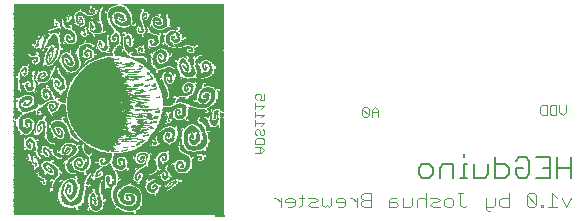
<source format=gbr>
G04 EAGLE Gerber RS-274X export*
G75*
%MOMM*%
%FSLAX34Y34*%
%LPD*%
%INSilkscreen Bottom*%
%IPPOS*%
%AMOC8*
5,1,8,0,0,1.08239X$1,22.5*%
G01*
%ADD10R,7.565387X0.008887*%
%ADD11R,10.179050X0.008887*%
%ADD12R,7.547606X0.008887*%
%ADD13R,10.170162X0.008887*%
%ADD14R,7.529825X0.008887*%
%ADD15R,10.161269X0.008887*%
%ADD16R,7.520938X0.008887*%
%ADD17R,10.152381X0.008887*%
%ADD18R,7.503156X0.008887*%
%ADD19R,10.143488X0.008887*%
%ADD20R,7.494269X0.008887*%
%ADD21R,7.485375X0.008887*%
%ADD22R,10.134600X0.008887*%
%ADD23R,7.476488X0.008887*%
%ADD24R,7.467600X0.008887*%
%ADD25R,10.125713X0.008887*%
%ADD26R,7.458706X0.008887*%
%ADD27R,0.275588X0.008887*%
%ADD28R,9.663431X0.008887*%
%ADD29R,0.213356X0.008887*%
%ADD30R,9.636762X0.008887*%
%ADD31R,0.160019X0.008887*%
%ADD32R,9.592313X0.008887*%
%ADD33R,0.115569X0.008887*%
%ADD34R,9.565638X0.008887*%
%ADD35R,0.080013X0.008887*%
%ADD36R,9.530081X0.008887*%
%ADD37R,9.485631X0.008887*%
%ADD38R,9.414513X0.008887*%
%ADD39R,9.370063X0.008887*%
%ADD40R,2.275838X0.008887*%
%ADD41R,6.791963X0.008887*%
%ADD42R,2.231388X0.008887*%
%ADD43R,6.765288X0.008887*%
%ADD44R,2.178050X0.008887*%
%ADD45R,6.747513X0.008887*%
%ADD46R,2.115819X0.008887*%
%ADD47R,6.729731X0.008887*%
%ADD48R,2.071369X0.008887*%
%ADD49R,6.711950X0.008887*%
%ADD50R,7.449819X0.008887*%
%ADD51R,2.018031X0.008887*%
%ADD52R,6.694169X0.008887*%
%ADD53R,7.423150X0.008887*%
%ADD54R,1.973575X0.008887*%
%ADD55R,0.311150X0.008887*%
%ADD56R,0.035556X0.008887*%
%ADD57R,6.303013X0.008887*%
%ADD58R,7.405369X0.008887*%
%ADD59R,1.911350X0.008887*%
%ADD60R,0.026669X0.008887*%
%ADD61R,6.294119X0.008887*%
%ADD62R,7.387588X0.008887*%
%ADD63R,1.866900X0.008887*%
%ADD64R,0.240031X0.008887*%
%ADD65R,7.369806X0.008887*%
%ADD66R,1.786888X0.008887*%
%ADD67R,6.285231X0.008887*%
%ADD68R,7.352025X0.008887*%
%ADD69R,1.751331X0.008887*%
%ADD70R,0.195581X0.008887*%
%ADD71R,7.343138X0.008887*%
%ADD72R,1.724656X0.008887*%
%ADD73R,0.186688X0.008887*%
%ADD74R,6.276338X0.008887*%
%ADD75R,7.325356X0.008887*%
%ADD76R,1.706881X0.008887*%
%ADD77R,0.168906X0.008887*%
%ADD78R,7.316469X0.008887*%
%ADD79R,1.680206X0.008887*%
%ADD80R,6.267450X0.008887*%
%ADD81R,7.307575X0.008887*%
%ADD82R,1.653538X0.008887*%
%ADD83R,0.142238X0.008887*%
%ADD84R,7.298688X0.008887*%
%ADD85R,1.617981X0.008887*%
%ADD86R,0.133350X0.008887*%
%ADD87R,6.258563X0.008887*%
%ADD88R,7.289800X0.008887*%
%ADD89R,0.328925X0.008887*%
%ADD90R,1.600200X0.008887*%
%ADD91R,0.124456X0.008887*%
%ADD92R,0.782319X0.008887*%
%ADD93R,5.342888X0.008887*%
%ADD94R,7.272019X0.008887*%
%ADD95R,0.408938X0.008887*%
%ADD96R,1.573531X0.008887*%
%ADD97R,0.231138X0.008887*%
%ADD98R,0.106681X0.008887*%
%ADD99R,0.755650X0.008887*%
%ADD100R,5.307331X0.008887*%
%ADD101R,7.263125X0.008887*%
%ADD102R,0.480056X0.008887*%
%ADD103R,1.555750X0.008887*%
%ADD104R,0.088900X0.008887*%
%ADD105R,0.737869X0.008887*%
%ADD106R,5.280663X0.008887*%
%ADD107R,7.254238X0.008887*%
%ADD108R,0.551181X0.008887*%
%ADD109R,1.529075X0.008887*%
%ADD110R,0.320038X0.008887*%
%ADD111R,0.071119X0.008887*%
%ADD112R,5.262881X0.008887*%
%ADD113R,7.245350X0.008887*%
%ADD114R,0.675638X0.008887*%
%ADD115R,1.502406X0.008887*%
%ADD116R,0.364488X0.008887*%
%ADD117R,0.062225X0.008887*%
%ADD118R,5.245100X0.008887*%
%ADD119R,7.236456X0.008887*%
%ADD120R,1.475738X0.008887*%
%ADD121R,0.053338X0.008887*%
%ADD122R,5.236213X0.008887*%
%ADD123R,7.227569X0.008887*%
%ADD124R,0.791206X0.008887*%
%ADD125R,1.457956X0.008887*%
%ADD126R,0.444500X0.008887*%
%ADD127R,0.728981X0.008887*%
%ADD128R,5.218431X0.008887*%
%ADD129R,7.218675X0.008887*%
%ADD130R,0.844550X0.008887*%
%ADD131R,1.431288X0.008887*%
%ADD132R,7.209788X0.008887*%
%ADD133R,0.880106X0.008887*%
%ADD134R,1.413506X0.008887*%
%ADD135R,0.515619X0.008887*%
%ADD136R,5.209538X0.008887*%
%ADD137R,7.200900X0.008887*%
%ADD138R,0.915669X0.008887*%
%ADD139R,0.240025X0.008887*%
%ADD140R,1.049019X0.008887*%
%ADD141R,0.542288X0.008887*%
%ADD142R,0.017775X0.008887*%
%ADD143R,5.200650X0.008887*%
%ADD144R,7.192006X0.008887*%
%ADD145R,0.960119X0.008887*%
%ADD146R,0.204469X0.008887*%
%ADD147R,1.031238X0.008887*%
%ADD148R,0.568956X0.008887*%
%ADD149R,0.008887X0.008887*%
%ADD150R,5.191763X0.008887*%
%ADD151R,7.183119X0.008887*%
%ADD152R,0.995681X0.008887*%
%ADD153R,1.004569X0.008887*%
%ADD154R,0.595631X0.008887*%
%ADD155R,0.720087X0.008887*%
%ADD156R,7.174225X0.008887*%
%ADD157R,1.040125X0.008887*%
%ADD158R,0.622300X0.008887*%
%ADD159R,5.182869X0.008887*%
%ADD160R,7.165338X0.008887*%
%ADD161R,1.084581X0.008887*%
%ADD162R,0.097787X0.008887*%
%ADD163R,0.986788X0.008887*%
%ADD164R,0.648969X0.008887*%
%ADD165R,7.156450X0.008887*%
%ADD166R,1.129031X0.008887*%
%ADD167R,0.062231X0.008887*%
%ADD168R,0.969006X0.008887*%
%ADD169R,0.666750X0.008887*%
%ADD170R,7.147556X0.008887*%
%ADD171R,1.173475X0.008887*%
%ADD172R,0.044450X0.008887*%
%ADD173R,7.138669X0.008887*%
%ADD174R,1.217931X0.008887*%
%ADD175R,0.684531X0.008887*%
%ADD176R,0.017781X0.008887*%
%ADD177R,5.173981X0.008887*%
%ADD178R,1.244600X0.008887*%
%ADD179R,0.711200X0.008887*%
%ADD180R,0.773431X0.008887*%
%ADD181R,7.129775X0.008887*%
%ADD182R,1.280156X0.008887*%
%ADD183R,0.942338X0.008887*%
%ADD184R,7.120888X0.008887*%
%ADD185R,1.306831X0.008887*%
%ADD186R,7.112000X0.008887*%
%ADD187R,1.324606X0.008887*%
%ADD188R,0.933450X0.008887*%
%ADD189R,0.746756X0.008887*%
%ADD190R,0.862331X0.008887*%
%ADD191R,7.103106X0.008887*%
%ADD192R,1.351281X0.008887*%
%ADD193R,0.871219X0.008887*%
%ADD194R,4.925063X0.008887*%
%ADD195R,1.386838X0.008887*%
%ADD196R,0.924563X0.008887*%
%ADD197R,4.587238X0.008887*%
%ADD198R,7.094219X0.008887*%
%ADD199R,4.516119X0.008887*%
%ADD200R,1.440181X0.008887*%
%ADD201R,0.924556X0.008887*%
%ADD202R,0.826769X0.008887*%
%ADD203R,4.471669X0.008887*%
%ADD204R,7.085325X0.008887*%
%ADD205R,1.457963X0.008887*%
%ADD206R,0.800100X0.008887*%
%ADD207R,0.817881X0.008887*%
%ADD208R,4.427219X0.008887*%
%ADD209R,7.076437X0.008887*%
%ADD210R,1.484625X0.008887*%
%ADD211R,0.808988X0.008887*%
%ADD212R,4.391662X0.008887*%
%ADD213R,1.493519X0.008887*%
%ADD214R,0.951231X0.008887*%
%ADD215R,4.364987X0.008887*%
%ADD216R,7.067550X0.008887*%
%ADD217R,1.520188X0.008887*%
%ADD218R,4.347213X0.008887*%
%ADD219R,1.546856X0.008887*%
%ADD220R,0.835663X0.008887*%
%ADD221R,4.311650X0.008887*%
%ADD222R,7.058656X0.008887*%
%ADD223R,1.564638X0.008887*%
%ADD224R,0.951225X0.008887*%
%ADD225R,4.284981X0.008887*%
%ADD226R,1.591313X0.008887*%
%ADD227R,4.267200X0.008887*%
%ADD228R,7.049769X0.008887*%
%ADD229R,1.617975X0.008887*%
%ADD230R,1.022350X0.008887*%
%ADD231R,0.853438X0.008887*%
%ADD232R,0.764538X0.008887*%
%ADD233R,4.249419X0.008887*%
%ADD234R,1.644650X0.008887*%
%ADD235R,1.013456X0.008887*%
%ADD236R,0.862325X0.008887*%
%ADD237R,4.240531X0.008887*%
%ADD238R,7.040875X0.008887*%
%ADD239R,0.684525X0.008887*%
%ADD240R,4.222750X0.008887*%
%ADD241R,0.631188X0.008887*%
%ADD242R,0.897888X0.008887*%
%ADD243R,4.204969X0.008887*%
%ADD244R,7.031988X0.008887*%
%ADD245R,0.613406X0.008887*%
%ADD246R,4.196081X0.008887*%
%ADD247R,0.977900X0.008887*%
%ADD248R,0.889000X0.008887*%
%ADD249R,4.178300X0.008887*%
%ADD250R,7.023100X0.008887*%
%ADD251R,0.577850X0.008887*%
%ADD252R,0.693419X0.008887*%
%ADD253R,4.169412X0.008887*%
%ADD254R,0.560069X0.008887*%
%ADD255R,0.568963X0.008887*%
%ADD256R,4.151631X0.008887*%
%ADD257R,0.551175X0.008887*%
%ADD258R,0.453387X0.008887*%
%ADD259R,4.142737X0.008887*%
%ADD260R,7.014206X0.008887*%
%ADD261R,0.417831X0.008887*%
%ADD262R,0.346706X0.008887*%
%ADD263R,0.657856X0.008887*%
%ADD264R,4.133850X0.008887*%
%ADD265R,0.524506X0.008887*%
%ADD266R,0.400050X0.008887*%
%ADD267R,0.640075X0.008887*%
%ADD268R,4.116069X0.008887*%
%ADD269R,7.005319X0.008887*%
%ADD270R,0.506731X0.008887*%
%ADD271R,0.373381X0.008887*%
%ADD272R,0.497838X0.008887*%
%ADD273R,0.302262X0.008887*%
%ADD274R,0.613413X0.008887*%
%ADD275R,6.996425X0.008887*%
%ADD276R,0.480063X0.008887*%
%ADD277R,0.471169X0.008887*%
%ADD278R,0.293369X0.008887*%
%ADD279R,4.089400X0.008887*%
%ADD280R,0.462281X0.008887*%
%ADD281R,0.284475X0.008887*%
%ADD282R,0.586738X0.008887*%
%ADD283R,4.080513X0.008887*%
%ADD284R,6.987538X0.008887*%
%ADD285R,0.462275X0.008887*%
%ADD286R,0.906775X0.008887*%
%ADD287R,0.337819X0.008887*%
%ADD288R,4.071619X0.008887*%
%ADD289R,6.978650X0.008887*%
%ADD290R,0.328931X0.008887*%
%ADD291R,0.266700X0.008887*%
%ADD292R,4.062731X0.008887*%
%ADD293R,0.257806X0.008887*%
%ADD294R,4.053838X0.008887*%
%ADD295R,6.969756X0.008887*%
%ADD296R,4.036062X0.008887*%
%ADD297R,0.435606X0.008887*%
%ADD298R,0.533400X0.008887*%
%ADD299R,4.027169X0.008887*%
%ADD300R,6.960869X0.008887*%
%ADD301R,0.426719X0.008887*%
%ADD302R,4.018281X0.008887*%
%ADD303R,4.009387X0.008887*%
%ADD304R,0.222250X0.008887*%
%ADD305R,4.000500X0.008887*%
%ADD306R,6.951975X0.008887*%
%ADD307R,0.728975X0.008887*%
%ADD308R,3.991613X0.008887*%
%ADD309R,0.488950X0.008887*%
%ADD310R,3.982719X0.008887*%
%ADD311R,6.943088X0.008887*%
%ADD312R,0.817875X0.008887*%
%ADD313R,3.973831X0.008887*%
%ADD314R,3.964938X0.008887*%
%ADD315R,3.956050X0.008887*%
%ADD316R,6.934200X0.008887*%
%ADD317R,0.080006X0.008887*%
%ADD318R,0.284481X0.008887*%
%ADD319R,3.947163X0.008887*%
%ADD320R,1.075688X0.008887*%
%ADD321R,6.925306X0.008887*%
%ADD322R,1.111250X0.008887*%
%ADD323R,1.129025X0.008887*%
%ADD324R,3.938269X0.008887*%
%ADD325R,1.155700X0.008887*%
%ADD326R,0.391156X0.008887*%
%ADD327R,0.835656X0.008887*%
%ADD328R,1.173481X0.008887*%
%ADD329R,3.929381X0.008887*%
%ADD330R,6.916419X0.008887*%
%ADD331R,0.791212X0.008887*%
%ADD332R,1.209037X0.008887*%
%ADD333R,0.391163X0.008887*%
%ADD334R,0.151131X0.008887*%
%ADD335R,0.417825X0.008887*%
%ADD336R,1.226819X0.008887*%
%ADD337R,0.906781X0.008887*%
%ADD338R,3.920488X0.008887*%
%ADD339R,1.271269X0.008887*%
%ADD340R,6.907525X0.008887*%
%ADD341R,1.289050X0.008887*%
%ADD342R,3.911600X0.008887*%
%ADD343R,0.382269X0.008887*%
%ADD344R,0.177800X0.008887*%
%ADD345R,0.168913X0.008887*%
%ADD346R,3.902713X0.008887*%
%ADD347R,1.342388X0.008887*%
%ADD348R,1.351275X0.008887*%
%ADD349R,1.369056X0.008887*%
%ADD350R,3.893819X0.008887*%
%ADD351R,6.898638X0.008887*%
%ADD352R,1.040131X0.008887*%
%ADD353R,1.066800X0.008887*%
%ADD354R,3.884931X0.008887*%
%ADD355R,0.702313X0.008887*%
%ADD356R,1.093469X0.008887*%
%ADD357R,0.373375X0.008887*%
%ADD358R,0.640081X0.008887*%
%ADD359R,3.876038X0.008887*%
%ADD360R,0.506725X0.008887*%
%ADD361R,0.604519X0.008887*%
%ADD362R,0.106675X0.008887*%
%ADD363R,3.698238X0.008887*%
%ADD364R,6.889750X0.008887*%
%ADD365R,3.680462X0.008887*%
%ADD366R,0.355600X0.008887*%
%ADD367R,0.151125X0.008887*%
%ADD368R,3.653787X0.008887*%
%ADD369R,0.346713X0.008887*%
%ADD370R,3.644900X0.008887*%
%ADD371R,0.524513X0.008887*%
%ADD372R,6.880856X0.008887*%
%ADD373R,0.248919X0.008887*%
%ADD374R,3.636013X0.008887*%
%ADD375R,0.302256X0.008887*%
%ADD376R,6.871969X0.008887*%
%ADD377R,0.257813X0.008887*%
%ADD378R,0.035563X0.008887*%
%ADD379R,3.662681X0.008887*%
%ADD380R,0.435613X0.008887*%
%ADD381R,3.671569X0.008887*%
%ADD382R,0.124463X0.008887*%
%ADD383R,3.689350X0.008887*%
%ADD384R,3.716019X0.008887*%
%ADD385R,3.733800X0.008887*%
%ADD386R,3.742688X0.008887*%
%ADD387R,3.769363X0.008887*%
%ADD388R,3.796031X0.008887*%
%ADD389R,3.804919X0.008887*%
%ADD390R,5.840725X0.008887*%
%ADD391R,5.822950X0.008887*%
%ADD392R,5.805169X0.008887*%
%ADD393R,5.787388X0.008887*%
%ADD394R,5.769606X0.008887*%
%ADD395R,5.751825X0.008887*%
%ADD396R,0.195575X0.008887*%
%ADD397R,5.734050X0.008887*%
%ADD398R,0.595625X0.008887*%
%ADD399R,5.725156X0.008887*%
%ADD400R,0.702306X0.008887*%
%ADD401R,5.716269X0.008887*%
%ADD402R,5.707375X0.008887*%
%ADD403R,5.698488X0.008887*%
%ADD404R,5.689600X0.008887*%
%ADD405R,0.213363X0.008887*%
%ADD406R,5.680706X0.008887*%
%ADD407R,1.057906X0.008887*%
%ADD408R,5.671819X0.008887*%
%ADD409R,5.662925X0.008887*%
%ADD410R,5.654038X0.008887*%
%ADD411R,5.645150X0.008887*%
%ADD412R,5.636256X0.008887*%
%ADD413R,5.627369X0.008887*%
%ADD414R,5.618475X0.008887*%
%ADD415R,5.609587X0.008887*%
%ADD416R,5.600700X0.008887*%
%ADD417R,5.591806X0.008887*%
%ADD418R,3.147063X0.008887*%
%ADD419R,5.582919X0.008887*%
%ADD420R,3.138169X0.008887*%
%ADD421R,5.574025X0.008887*%
%ADD422R,1.689100X0.008887*%
%ADD423R,3.129281X0.008887*%
%ADD424R,5.565138X0.008887*%
%ADD425R,3.120388X0.008887*%
%ADD426R,5.556250X0.008887*%
%ADD427R,1.671319X0.008887*%
%ADD428R,5.547356X0.008887*%
%ADD429R,1.662425X0.008887*%
%ADD430R,5.538469X0.008887*%
%ADD431R,3.111500X0.008887*%
%ADD432R,1.635763X0.008887*%
%ADD433R,5.529575X0.008887*%
%ADD434R,5.520688X0.008887*%
%ADD435R,4.729475X0.008887*%
%ADD436R,1.609088X0.008887*%
%ADD437R,3.102613X0.008887*%
%ADD438R,4.711700X0.008887*%
%ADD439R,1.591306X0.008887*%
%ADD440R,4.693919X0.008887*%
%ADD441R,1.582419X0.008887*%
%ADD442R,4.676138X0.008887*%
%ADD443R,4.658356X0.008887*%
%ADD444R,4.649469X0.008887*%
%ADD445R,1.537969X0.008887*%
%ADD446R,0.880113X0.008887*%
%ADD447R,4.640575X0.008887*%
%ADD448R,4.631687X0.008887*%
%ADD449R,1.502413X0.008887*%
%ADD450R,4.613906X0.008887*%
%ADD451R,1.484631X0.008887*%
%ADD452R,4.605019X0.008887*%
%ADD453R,1.466850X0.008887*%
%ADD454R,1.449069X0.008887*%
%ADD455R,4.569456X0.008887*%
%ADD456R,4.560569X0.008887*%
%ADD457R,1.404619X0.008887*%
%ADD458R,4.542788X0.008887*%
%ADD459R,4.533900X0.008887*%
%ADD460R,4.498337X0.008887*%
%ADD461R,1.324612X0.008887*%
%ADD462R,4.480556X0.008887*%
%ADD463R,4.453888X0.008887*%
%ADD464R,1.262375X0.008887*%
%ADD465R,4.436106X0.008887*%
%ADD466R,4.418325X0.008887*%
%ADD467R,1.235706X0.008887*%
%ADD468R,4.400550X0.008887*%
%ADD469R,0.746762X0.008887*%
%ADD470R,4.391656X0.008887*%
%ADD471R,1.182369X0.008887*%
%ADD472R,4.373875X0.008887*%
%ADD473R,1.164588X0.008887*%
%ADD474R,1.137919X0.008887*%
%ADD475R,4.356100X0.008887*%
%ADD476R,4.338319X0.008887*%
%ADD477R,4.329425X0.008887*%
%ADD478R,4.320538X0.008887*%
%ADD479R,1.084575X0.008887*%
%ADD480R,4.293869X0.008887*%
%ADD481R,4.284975X0.008887*%
%ADD482R,4.276088X0.008887*%
%ADD483R,4.240525X0.008887*%
%ADD484R,4.231638X0.008887*%
%ADD485R,4.213856X0.008887*%
%ADD486R,4.196075X0.008887*%
%ADD487R,4.187188X0.008887*%
%ADD488R,4.169406X0.008887*%
%ADD489R,3.155950X0.008887*%
%ADD490R,4.160519X0.008887*%
%ADD491R,4.124956X0.008887*%
%ADD492R,4.107175X0.008887*%
%ADD493R,3.164837X0.008887*%
%ADD494R,4.080506X0.008887*%
%ADD495R,2.551431X0.008887*%
%ADD496R,4.044950X0.008887*%
%ADD497R,2.533650X0.008887*%
%ADD498R,4.036056X0.008887*%
%ADD499R,2.498088X0.008887*%
%ADD500R,4.018275X0.008887*%
%ADD501R,2.489200X0.008887*%
%ADD502R,2.471419X0.008887*%
%ADD503R,2.462531X0.008887*%
%ADD504R,3.991606X0.008887*%
%ADD505R,2.453638X0.008887*%
%ADD506R,2.444750X0.008887*%
%ADD507R,2.435863X0.008887*%
%ADD508R,2.426969X0.008887*%
%ADD509R,3.947156X0.008887*%
%ADD510R,2.418081X0.008887*%
%ADD511R,2.409188X0.008887*%
%ADD512R,3.929375X0.008887*%
%ADD513R,2.400300X0.008887*%
%ADD514R,2.391412X0.008887*%
%ADD515R,3.902706X0.008887*%
%ADD516R,0.773425X0.008887*%
%ADD517R,2.382519X0.008887*%
%ADD518R,2.373631X0.008887*%
%ADD519R,3.884925X0.008887*%
%ADD520R,1.102356X0.008887*%
%ADD521R,1.120138X0.008887*%
%ADD522R,2.364737X0.008887*%
%ADD523R,2.355850X0.008887*%
%ADD524R,3.867150X0.008887*%
%ADD525R,3.858256X0.008887*%
%ADD526R,2.346963X0.008887*%
%ADD527R,2.338069X0.008887*%
%ADD528R,3.849369X0.008887*%
%ADD529R,3.840475X0.008887*%
%ADD530R,2.329181X0.008887*%
%ADD531R,0.657863X0.008887*%
%ADD532R,3.831588X0.008887*%
%ADD533R,2.320288X0.008887*%
%ADD534R,2.311400X0.008887*%
%ADD535R,3.680456X0.008887*%
%ADD536R,3.636006X0.008887*%
%ADD537R,1.511300X0.008887*%
%ADD538R,1.626869X0.008887*%
%ADD539R,2.302513X0.008887*%
%ADD540R,3.618225X0.008887*%
%ADD541R,3.609338X0.008887*%
%ADD542R,2.293619X0.008887*%
%ADD543R,3.600450X0.008887*%
%ADD544R,3.591556X0.008887*%
%ADD545R,2.284731X0.008887*%
%ADD546R,3.582669X0.008887*%
%ADD547R,3.573775X0.008887*%
%ADD548R,1.422400X0.008887*%
%ADD549R,3.564888X0.008887*%
%ADD550R,2.266950X0.008887*%
%ADD551R,1.146806X0.008887*%
%ADD552R,3.556000X0.008887*%
%ADD553R,1.191256X0.008887*%
%ADD554R,2.506981X0.008887*%
%ADD555R,2.480313X0.008887*%
%ADD556R,3.662675X0.008887*%
%ADD557R,4.596125X0.008887*%
%ADD558R,4.578350X0.008887*%
%ADD559R,2.258063X0.008887*%
%ADD560R,2.240281X0.008887*%
%ADD561R,2.222500X0.008887*%
%ADD562R,4.551675X0.008887*%
%ADD563R,2.204719X0.008887*%
%ADD564R,1.253488X0.008887*%
%ADD565R,2.186937X0.008887*%
%ADD566R,4.409438X0.008887*%
%ADD567R,1.333500X0.008887*%
%ADD568R,2.169163X0.008887*%
%ADD569R,1.440175X0.008887*%
%ADD570R,1.315719X0.008887*%
%ADD571R,2.151381X0.008887*%
%ADD572R,1.297937X0.008887*%
%ADD573R,2.142488X0.008887*%
%ADD574R,4.347206X0.008887*%
%ADD575R,2.133600X0.008887*%
%ADD576R,1.102363X0.008887*%
%ADD577R,2.124713X0.008887*%
%ADD578R,1.262381X0.008887*%
%ADD579R,2.098038X0.008887*%
%ADD580R,2.089150X0.008887*%
%ADD581R,1.200150X0.008887*%
%ADD582R,2.080262X0.008887*%
%ADD583R,1.217925X0.008887*%
%ADD584R,2.062481X0.008887*%
%ADD585R,4.302756X0.008887*%
%ADD586R,2.053587X0.008887*%
%ADD587R,2.044700X0.008887*%
%ADD588R,2.035813X0.008887*%
%ADD589R,2.026919X0.008887*%
%ADD590R,1.360169X0.008887*%
%ADD591R,1.377950X0.008887*%
%ADD592R,2.009138X0.008887*%
%ADD593R,2.000250X0.008887*%
%ADD594R,1.991363X0.008887*%
%ADD595R,4.462775X0.008887*%
%ADD596R,2.169156X0.008887*%
%ADD597R,1.982469X0.008887*%
%ADD598R,1.973581X0.008887*%
%ADD599R,1.929131X0.008887*%
%ADD600R,1.964688X0.008887*%
%ADD601R,1.884681X0.008887*%
%ADD602R,1.858006X0.008887*%
%ADD603R,1.955800X0.008887*%
%ADD604R,4.525006X0.008887*%
%ADD605R,1.946913X0.008887*%
%ADD606R,1.395725X0.008887*%
%ADD607R,3.244850X0.008887*%
%ADD608R,3.209288X0.008887*%
%ADD609R,3.182619X0.008887*%
%ADD610R,3.129275X0.008887*%
%ADD611R,3.093719X0.008887*%
%ADD612R,3.075938X0.008887*%
%ADD613R,3.058156X0.008887*%
%ADD614R,3.040375X0.008887*%
%ADD615R,3.031488X0.008887*%
%ADD616R,3.022600X0.008887*%
%ADD617R,3.004819X0.008887*%
%ADD618R,2.995925X0.008887*%
%ADD619R,1.529081X0.008887*%
%ADD620R,2.987038X0.008887*%
%ADD621R,2.978150X0.008887*%
%ADD622R,2.969256X0.008887*%
%ADD623R,2.613663X0.008887*%
%ADD624R,2.951475X0.008887*%
%ADD625R,2.604769X0.008887*%
%ADD626R,2.942588X0.008887*%
%ADD627R,2.595881X0.008887*%
%ADD628R,2.933700X0.008887*%
%ADD629R,2.586988X0.008887*%
%ADD630R,2.924806X0.008887*%
%ADD631R,2.578100X0.008887*%
%ADD632R,2.915919X0.008887*%
%ADD633R,2.569213X0.008887*%
%ADD634R,2.907025X0.008887*%
%ADD635R,2.560319X0.008887*%
%ADD636R,2.898138X0.008887*%
%ADD637R,2.880356X0.008887*%
%ADD638R,2.542538X0.008887*%
%ADD639R,2.871469X0.008887*%
%ADD640R,2.524763X0.008887*%
%ADD641R,2.862575X0.008887*%
%ADD642R,2.515869X0.008887*%
%ADD643R,2.853687X0.008887*%
%ADD644R,2.844800X0.008887*%
%ADD645R,1.724662X0.008887*%
%ADD646R,2.835906X0.008887*%
%ADD647R,1.715769X0.008887*%
%ADD648R,2.827019X0.008887*%
%ADD649R,1.697987X0.008887*%
%ADD650R,2.818125X0.008887*%
%ADD651R,2.809238X0.008887*%
%ADD652R,2.800350X0.008887*%
%ADD653R,1.057913X0.008887*%
%ADD654R,2.782569X0.008887*%
%ADD655R,2.773675X0.008887*%
%ADD656R,1.662431X0.008887*%
%ADD657R,2.764788X0.008887*%
%ADD658R,2.755900X0.008887*%
%ADD659R,2.747006X0.008887*%
%ADD660R,2.738119X0.008887*%
%ADD661R,1.680213X0.008887*%
%ADD662R,2.729225X0.008887*%
%ADD663R,1.742438X0.008887*%
%ADD664R,2.720338X0.008887*%
%ADD665R,1.733550X0.008887*%
%ADD666R,2.711450X0.008887*%
%ADD667R,0.995675X0.008887*%
%ADD668R,2.702556X0.008887*%
%ADD669R,2.693669X0.008887*%
%ADD670R,2.684775X0.008887*%
%ADD671R,2.675887X0.008887*%
%ADD672R,2.667000X0.008887*%
%ADD673R,2.658106X0.008887*%
%ADD674R,2.649219X0.008887*%
%ADD675R,1.546863X0.008887*%
%ADD676R,1.280163X0.008887*%
%ADD677R,1.235712X0.008887*%
%ADD678R,1.929125X0.008887*%
%ADD679R,1.893569X0.008887*%
%ADD680R,1.849119X0.008887*%
%ADD681R,1.831338X0.008887*%
%ADD682R,1.822450X0.008887*%
%ADD683R,1.813556X0.008887*%
%ADD684R,1.795775X0.008887*%
%ADD685R,1.146813X0.008887*%
%ADD686R,1.778000X0.008887*%
%ADD687R,1.769106X0.008887*%
%ADD688R,1.760219X0.008887*%
%ADD689R,1.751325X0.008887*%
%ADD690R,1.706875X0.008887*%
%ADD691R,1.635756X0.008887*%
%ADD692R,0.969013X0.008887*%
%ADD693R,1.804669X0.008887*%
%ADD694R,1.573525X0.008887*%
%ADD695R,1.840225X0.008887*%
%ADD696R,1.858013X0.008887*%
%ADD697R,2.195825X0.008887*%
%ADD698R,2.213606X0.008887*%
%ADD699R,3.084825X0.008887*%
%ADD700R,3.102606X0.008887*%
%ADD701R,3.173725X0.008887*%
%ADD702R,3.191506X0.008887*%
%ADD703R,3.218175X0.008887*%
%ADD704R,3.298188X0.008887*%
%ADD705R,3.315969X0.008887*%
%ADD706R,3.333750X0.008887*%
%ADD707R,3.351525X0.008887*%
%ADD708R,3.369306X0.008887*%
%ADD709R,3.387088X0.008887*%
%ADD710R,3.404869X0.008887*%
%ADD711R,3.422650X0.008887*%
%ADD712R,2.418075X0.008887*%
%ADD713R,2.258056X0.008887*%
%ADD714R,2.951481X0.008887*%
%ADD715R,2.889250X0.008887*%
%ADD716R,3.813806X0.008887*%
%ADD717R,3.796025X0.008887*%
%ADD718R,3.760469X0.008887*%
%ADD719R,3.618231X0.008887*%
%ADD720R,3.547106X0.008887*%
%ADD721R,3.511550X0.008887*%
%ADD722R,3.493769X0.008887*%
%ADD723R,3.475988X0.008887*%
%ADD724R,3.449319X0.008887*%
%ADD725R,3.431538X0.008887*%
%ADD726R,3.413763X0.008887*%
%ADD727R,1.306825X0.008887*%
%ADD728R,3.395981X0.008887*%
%ADD729R,3.378200X0.008887*%
%ADD730R,3.360419X0.008887*%
%ADD731R,3.342638X0.008887*%
%ADD732R,1.395731X0.008887*%
%ADD733R,3.324856X0.008887*%
%ADD734R,3.307081X0.008887*%
%ADD735R,1.413513X0.008887*%
%ADD736R,1.938019X0.008887*%
%ADD737R,1.902456X0.008887*%
%ADD738R,1.840231X0.008887*%
%ADD739R,1.769113X0.008887*%
%ADD740R,1.920238X0.008887*%
%ADD741R,2.240275X0.008887*%
%ADD742R,2.249169X0.008887*%
%ADD743R,2.329175X0.008887*%
%ADD744R,2.622550X0.008887*%
%ADD745R,2.702562X0.008887*%
%ADD746R,2.160269X0.008887*%
%ADD747R,2.551425X0.008887*%
%ADD748R,2.524756X0.008887*%
%ADD749R,2.818131X0.008887*%
%ADD750R,2.729231X0.008887*%
%ADD751R,2.613656X0.008887*%
%ADD752R,2.151375X0.008887*%
%ADD753R,2.506975X0.008887*%
%ADD754R,2.924813X0.008887*%
%ADD755R,2.124706X0.008887*%
%ADD756R,2.880362X0.008887*%
%ADD757R,2.791456X0.008887*%
%ADD758R,3.049269X0.008887*%
%ADD759R,3.067050X0.008887*%
%ADD760R,3.013706X0.008887*%
%ADD761R,3.467100X0.008887*%
%ADD762R,3.147056X0.008887*%
%ADD763R,3.200400X0.008887*%
%ADD764R,3.227069X0.008887*%
%ADD765R,3.280406X0.008887*%
%ADD766R,1.013463X0.008887*%
%ADD767R,3.289300X0.008887*%
%ADD768R,3.307075X0.008887*%
%ADD769R,3.724906X0.008887*%
%ADD770R,3.484881X0.008887*%
%ADD771R,3.458213X0.008887*%
%ADD772R,3.440425X0.008887*%
%ADD773R,3.413756X0.008887*%
%ADD774R,4.258313X0.008887*%
%ADD775R,3.822700X0.008887*%
%ADD776R,3.787138X0.008887*%
%ADD777R,3.751581X0.008887*%
%ADD778R,4.622800X0.008887*%
%ADD779R,4.258306X0.008887*%
%ADD780R,4.098288X0.008887*%
%ADD781R,2.569206X0.008887*%
%ADD782R,2.018025X0.008887*%
%ADD783R,2.631438X0.008887*%
%ADD784R,2.373625X0.008887*%
%ADD785R,4.667250X0.008887*%
%ADD786R,4.596131X0.008887*%
%ADD787R,2.302506X0.008887*%
%ADD788R,2.284725X0.008887*%
%ADD789R,4.445000X0.008887*%
%ADD790R,4.329431X0.008887*%
%ADD791R,4.107181X0.008887*%
%ADD792R,4.124963X0.008887*%
%ADD793R,4.418331X0.008887*%
%ADD794R,4.373881X0.008887*%
%ADD795R,4.382769X0.008887*%
%ADD796R,4.489450X0.008887*%
%ADD797R,4.462781X0.008887*%
%ADD798R,4.791706X0.008887*%
%ADD799R,4.738369X0.008887*%
%ADD800R,4.551681X0.008887*%
%ADD801R,1.875788X0.008887*%
%ADD802R,1.884675X0.008887*%
%ADD803R,5.147306X0.008887*%
%ADD804R,4.525012X0.008887*%
%ADD805R,4.569463X0.008887*%
%ADD806R,4.507225X0.008887*%
%ADD807R,5.138419X0.008887*%
%ADD808R,4.933950X0.008887*%
%ADD809R,4.907281X0.008887*%
%ADD810R,5.005069X0.008887*%
%ADD811R,5.022850X0.008887*%
%ADD812R,5.058406X0.008887*%
%ADD813R,5.049519X0.008887*%
%ADD814R,5.449569X0.008887*%
%ADD815R,5.440681X0.008887*%
%ADD816R,5.165088X0.008887*%
%ADD817R,5.093969X0.008887*%
%ADD818R,4.862831X0.008887*%
%ADD819R,4.845050X0.008887*%
%ADD820R,5.085081X0.008887*%
%ADD821R,5.067300X0.008887*%
%ADD822R,5.040631X0.008887*%
%ADD823R,5.031738X0.008887*%
%ADD824R,5.013956X0.008887*%
%ADD825R,4.969506X0.008887*%
%ADD826R,4.889500X0.008887*%
%ADD827R,4.773931X0.008887*%
%ADD828R,4.729481X0.008887*%
%ADD829R,4.702813X0.008887*%
%ADD830R,4.685031X0.008887*%
%ADD831R,4.853937X0.008887*%
%ADD832R,4.862825X0.008887*%
%ADD833R,4.827269X0.008887*%
%ADD834R,4.747256X0.008887*%
%ADD835R,4.996175X0.008887*%
%ADD836R,5.120637X0.008887*%
%ADD837R,5.227319X0.008887*%
%ADD838R,5.307325X0.008887*%
%ADD839R,5.351775X0.008887*%
%ADD840R,5.387338X0.008887*%
%ADD841R,5.396225X0.008887*%
%ADD842R,5.405119X0.008887*%
%ADD843R,5.529581X0.008887*%
%ADD844R,5.467350X0.008887*%
%ADD845R,5.289550X0.008887*%
%ADD846R,5.316219X0.008887*%
%ADD847R,5.885181X0.008887*%
%ADD848R,5.156200X0.008887*%
%ADD849R,5.280656X0.008887*%
%ADD850R,5.271769X0.008887*%
%ADD851R,5.253988X0.008887*%
%ADD852R,4.951725X0.008887*%
%ADD853R,4.942838X0.008887*%
%ADD854R,5.129531X0.008887*%
%ADD855R,4.987287X0.008887*%
%ADD856R,4.978400X0.008887*%
%ADD857R,5.013962X0.008887*%
%ADD858R,5.298438X0.008887*%
%ADD859R,1.795781X0.008887*%
%ADD860R,1.191263X0.008887*%
%ADD861R,4.720588X0.008887*%
%ADD862R,4.782819X0.008887*%
%ADD863R,4.836156X0.008887*%
%ADD864R,4.809488X0.008887*%
%ADD865R,4.791713X0.008887*%
%ADD866R,4.765038X0.008887*%
%ADD867R,4.640581X0.008887*%
%ADD868R,4.436113X0.008887*%
%ADD869R,4.925056X0.008887*%
%ADD870R,4.800600X0.008887*%
%ADD871R,4.871719X0.008887*%
%ADD872R,4.960619X0.008887*%
%ADD873R,4.613913X0.008887*%
%ADD874R,4.702806X0.008887*%
%ADD875R,5.040625X0.008887*%
%ADD876R,4.507231X0.008887*%
%ADD877R,2.346956X0.008887*%
%ADD878R,2.035806X0.008887*%
%ADD879R,2.106931X0.008887*%
%ADD880R,1.991356X0.008887*%
%ADD881R,2.080256X0.008887*%
%ADD882R,2.062475X0.008887*%
%ADD883R,3.778250X0.008887*%
%ADD884R,3.627119X0.008887*%
%ADD885R,3.538219X0.008887*%
%ADD886R,3.529325X0.008887*%
%ADD887R,3.520438X0.008887*%
%ADD888R,3.458206X0.008887*%
%ADD889R,3.324863X0.008887*%
%ADD890R,3.271519X0.008887*%
%ADD891R,3.280413X0.008887*%
%ADD892R,3.235956X0.008887*%
%ADD893R,3.191512X0.008887*%
%ADD894R,2.960369X0.008887*%
%ADD895R,2.595875X0.008887*%
%ADD896R,2.480306X0.008887*%
%ADD897R,2.391406X0.008887*%
%ADD898R,1.946906X0.008887*%
%ADD899R,2.106925X0.008887*%
%ADD900R,1.369063X0.008887*%
%ADD901R,2.462525X0.008887*%
%ADD902R,1.902463X0.008887*%
%ADD903R,4.151625X0.008887*%
%ADD904R,3.769356X0.008887*%
%ADD905R,3.707125X0.008887*%
%ADD906R,3.262625X0.008887*%
%ADD907R,2.835913X0.008887*%
%ADD908R,2.862581X0.008887*%
%ADD909R,3.751575X0.008887*%
%ADD910R,2.907031X0.008887*%
%ADD911R,2.969263X0.008887*%
%ADD912R,3.173731X0.008887*%
%ADD913R,3.235963X0.008887*%
%ADD914R,3.253738X0.008887*%
%ADD915R,3.369313X0.008887*%
%ADD916R,3.547113X0.008887*%
%ADD917R,3.351531X0.008887*%
%ADD918R,3.440431X0.008887*%
%ADD919R,4.685025X0.008887*%
%ADD920R,4.658362X0.008887*%
%ADD921R,4.756150X0.008887*%
%ADD922R,4.773925X0.008887*%
%ADD923R,4.747263X0.008887*%
%ADD924R,6.365238X0.008887*%
%ADD925R,6.383019X0.008887*%
%ADD926R,6.391906X0.008887*%
%ADD927R,6.400800X0.008887*%
%ADD928R,6.409688X0.008887*%
%ADD929R,6.418575X0.008887*%
%ADD930R,6.427469X0.008887*%
%ADD931R,6.445250X0.008887*%
%ADD932R,6.454138X0.008887*%
%ADD933R,6.463025X0.008887*%
%ADD934R,6.480806X0.008887*%
%ADD935R,6.498588X0.008887*%
%ADD936R,6.507475X0.008887*%
%ADD937R,6.525256X0.008887*%
%ADD938R,6.543038X0.008887*%
%ADD939R,6.560819X0.008887*%
%ADD940R,5.325113X0.008887*%
%ADD941R,6.587487X0.008887*%
%ADD942R,6.614156X0.008887*%
%ADD943R,5.360669X0.008887*%
%ADD944R,6.649719X0.008887*%
%ADD945R,5.414013X0.008887*%
%ADD946R,6.720838X0.008887*%
%ADD947R,6.729725X0.008887*%
%ADD948R,5.494019X0.008887*%
%ADD949R,6.738619X0.008887*%
%ADD950R,6.747506X0.008887*%
%ADD951R,6.756400X0.008887*%
%ADD952R,6.774175X0.008887*%
%ADD953R,5.547363X0.008887*%
%ADD954R,6.783069X0.008887*%
%ADD955R,6.800850X0.008887*%
%ADD956R,6.809738X0.008887*%
%ADD957R,6.827519X0.008887*%
%ADD958R,6.845300X0.008887*%
%ADD959R,8.054338X0.008887*%
%ADD960R,8.063225X0.008887*%
%ADD961R,8.072119X0.008887*%
%ADD962R,8.081006X0.008887*%
%ADD963R,5.574031X0.008887*%
%ADD964R,8.089900X0.008887*%
%ADD965R,5.591813X0.008887*%
%ADD966R,8.098788X0.008887*%
%ADD967R,8.107675X0.008887*%
%ADD968R,5.636262X0.008887*%
%ADD969R,8.116569X0.008887*%
%ADD970R,8.125456X0.008887*%
%ADD971R,8.134350X0.008887*%
%ADD972R,8.143237X0.008887*%
%ADD973R,6.436363X0.008887*%
%ADD974R,8.152125X0.008887*%
%ADD975R,8.161019X0.008887*%
%ADD976R,8.178800X0.008887*%
%ADD977R,8.187688X0.008887*%
%ADD978R,8.196575X0.008887*%
%ADD979R,8.205469X0.008887*%
%ADD980R,8.214356X0.008887*%
%ADD981R,8.223250X0.008887*%
%ADD982R,8.232138X0.008887*%
%ADD983R,8.241025X0.008887*%
%ADD984R,6.463031X0.008887*%
%ADD985R,8.258806X0.008887*%
%ADD986R,6.471919X0.008887*%
%ADD987R,8.267700X0.008887*%
%ADD988R,8.285475X0.008887*%
%ADD989R,8.294369X0.008887*%
%ADD990R,6.480813X0.008887*%
%ADD991R,8.303256X0.008887*%
%ADD992R,6.489700X0.008887*%
%ADD993R,8.312150X0.008887*%
%ADD994R,8.329925X0.008887*%
%ADD995R,8.347706X0.008887*%
%ADD996R,6.507481X0.008887*%
%ADD997R,8.365488X0.008887*%
%ADD998R,8.418831X0.008887*%
%ADD999R,8.383269X0.008887*%
%ADD1000R,8.427719X0.008887*%
%ADD1001R,8.401050X0.008887*%
%ADD1002R,8.463281X0.008887*%
%ADD1003R,8.489950X0.008887*%
%ADD1004R,8.463275X0.008887*%
%ADD1005R,8.507731X0.008887*%
%ADD1006R,8.534400X0.008887*%
%ADD1007R,8.516619X0.008887*%
%ADD1008R,8.561069X0.008887*%
%ADD1009R,8.552175X0.008887*%
%ADD1010R,8.605519X0.008887*%
%ADD1011R,8.596625X0.008887*%
%ADD1012R,8.667750X0.008887*%
%ADD1013R,8.649969X0.008887*%
%ADD1014R,8.809988X0.008887*%
%ADD1015C,0.000000*%
%ADD1016C,0.152400*%
%ADD1017C,0.101600*%
%ADD1018C,0.076200*%


D10*
X200914Y302704D03*
D11*
X111836Y302704D03*
D12*
X201003Y302793D03*
D13*
X111792Y302793D03*
D14*
X201092Y302882D03*
D15*
X111747Y302882D03*
D16*
X201136Y302971D03*
D17*
X111703Y302971D03*
D18*
X201225Y303060D03*
D19*
X111658Y303060D03*
D20*
X201270Y303149D03*
D19*
X111658Y303149D03*
D21*
X201314Y303238D03*
D22*
X111614Y303238D03*
D21*
X201314Y303327D03*
D22*
X111614Y303327D03*
D23*
X201359Y303416D03*
D22*
X111614Y303416D03*
D24*
X201403Y303505D03*
D22*
X111614Y303505D03*
D24*
X201403Y303593D03*
D25*
X111570Y303593D03*
D24*
X201403Y303682D03*
D25*
X111570Y303682D03*
D26*
X201447Y303771D03*
D25*
X111570Y303771D03*
D26*
X201447Y303860D03*
D25*
X111570Y303860D03*
D26*
X201447Y303949D03*
D25*
X111570Y303949D03*
D26*
X201447Y304038D03*
D25*
X111570Y304038D03*
D26*
X201447Y304127D03*
D22*
X111614Y304127D03*
D26*
X201447Y304216D03*
D22*
X111614Y304216D03*
D26*
X201447Y304305D03*
D27*
X160998Y304305D03*
D28*
X109258Y304305D03*
D26*
X201447Y304394D03*
D29*
X161398Y304394D03*
D30*
X109125Y304394D03*
D26*
X201447Y304482D03*
D31*
X161665Y304482D03*
D32*
X108903Y304482D03*
D26*
X201447Y304571D03*
D33*
X161976Y304571D03*
D34*
X108769Y304571D03*
D26*
X201447Y304660D03*
D35*
X162243Y304660D03*
D36*
X108591Y304660D03*
D26*
X201447Y304749D03*
D37*
X108369Y304749D03*
D26*
X201447Y304838D03*
D38*
X108014Y304838D03*
D26*
X201447Y304927D03*
D39*
X107791Y304927D03*
D24*
X201403Y305016D03*
D40*
X142996Y305016D03*
D41*
X94901Y305016D03*
D24*
X201403Y305105D03*
D42*
X143129Y305105D03*
D43*
X94767Y305105D03*
D24*
X201403Y305194D03*
D44*
X143307Y305194D03*
D45*
X94679Y305194D03*
D24*
X201403Y305283D03*
D46*
X143440Y305283D03*
D47*
X94590Y305283D03*
D26*
X201447Y305371D03*
D48*
X143485Y305371D03*
D49*
X94501Y305371D03*
D50*
X201492Y305460D03*
D51*
X143485Y305460D03*
D52*
X94412Y305460D03*
D53*
X201625Y305549D03*
D54*
X143529Y305549D03*
D55*
X126149Y305549D03*
D56*
X124327Y305549D03*
D57*
X92456Y305549D03*
D58*
X201714Y305638D03*
D59*
X143396Y305638D03*
D27*
X126149Y305638D03*
D60*
X124282Y305638D03*
D61*
X92412Y305638D03*
D62*
X201803Y305727D03*
D63*
X143440Y305727D03*
D64*
X126238Y305727D03*
D61*
X92412Y305727D03*
D65*
X201892Y305816D03*
D66*
X143218Y305816D03*
D29*
X126194Y305816D03*
D67*
X92367Y305816D03*
D68*
X201981Y305905D03*
D69*
X143218Y305905D03*
D70*
X126105Y305905D03*
D67*
X92367Y305905D03*
D71*
X202025Y305994D03*
D72*
X143262Y305994D03*
D73*
X126060Y305994D03*
D74*
X92323Y305994D03*
D75*
X202114Y306083D03*
D76*
X143262Y306083D03*
D77*
X125971Y306083D03*
D74*
X92323Y306083D03*
D78*
X202159Y306172D03*
D79*
X143307Y306172D03*
D31*
X125927Y306172D03*
D80*
X92278Y306172D03*
D81*
X202203Y306260D03*
D82*
X143351Y306260D03*
D83*
X125838Y306260D03*
D80*
X92278Y306260D03*
D84*
X202248Y306349D03*
D83*
X158998Y306349D03*
D85*
X143262Y306349D03*
D86*
X125794Y306349D03*
D87*
X92234Y306349D03*
D88*
X202292Y306438D03*
D89*
X158864Y306438D03*
D90*
X143262Y306438D03*
D91*
X130372Y306438D03*
D33*
X125705Y306438D03*
D92*
X119615Y306438D03*
D93*
X87655Y306438D03*
D94*
X202381Y306527D03*
D95*
X158998Y306527D03*
D96*
X143218Y306527D03*
D97*
X130372Y306527D03*
D98*
X125660Y306527D03*
D99*
X119748Y306527D03*
D100*
X87478Y306527D03*
D101*
X202425Y306616D03*
D102*
X158998Y306616D03*
D103*
X143218Y306616D03*
D27*
X130416Y306616D03*
D104*
X125571Y306616D03*
D105*
X119748Y306616D03*
D106*
X87344Y306616D03*
D107*
X202470Y306705D03*
D108*
X158909Y306705D03*
D109*
X143174Y306705D03*
D110*
X130461Y306705D03*
D111*
X125571Y306705D03*
D105*
X119748Y306705D03*
D112*
X87255Y306705D03*
D113*
X202514Y306794D03*
D114*
X159087Y306794D03*
D115*
X143218Y306794D03*
D116*
X130505Y306794D03*
D117*
X125527Y306794D03*
D105*
X119748Y306794D03*
D118*
X87166Y306794D03*
D119*
X202559Y306883D03*
D105*
X159042Y306883D03*
D120*
X143174Y306883D03*
D95*
X130550Y306883D03*
D121*
X125482Y306883D03*
D105*
X119748Y306883D03*
D122*
X87122Y306883D03*
D123*
X202603Y306972D03*
D124*
X158953Y306972D03*
D125*
X143174Y306972D03*
D126*
X130550Y306972D03*
D56*
X125394Y306972D03*
D127*
X119793Y306972D03*
D128*
X87033Y306972D03*
D129*
X202648Y307061D03*
D130*
X158953Y307061D03*
D131*
X143129Y307061D03*
D102*
X130639Y307061D03*
D60*
X125349Y307061D03*
D127*
X119793Y307061D03*
D128*
X87033Y307061D03*
D132*
X202692Y307149D03*
D133*
X158953Y307149D03*
D134*
X143040Y307149D03*
D135*
X130639Y307149D03*
D60*
X125349Y307149D03*
D127*
X119793Y307149D03*
D136*
X86989Y307149D03*
D137*
X202736Y307238D03*
D138*
X158953Y307238D03*
D139*
X148730Y307238D03*
D140*
X141307Y307238D03*
D141*
X130683Y307238D03*
D142*
X125305Y307238D03*
D127*
X119793Y307238D03*
D143*
X86944Y307238D03*
D144*
X202781Y307327D03*
D145*
X158909Y307327D03*
D146*
X148730Y307327D03*
D147*
X141218Y307327D03*
D148*
X130728Y307327D03*
D149*
X125260Y307327D03*
D127*
X119793Y307327D03*
D150*
X86900Y307327D03*
D151*
X202825Y307416D03*
D152*
X158909Y307416D03*
D77*
X148730Y307416D03*
D153*
X141173Y307416D03*
D154*
X130772Y307416D03*
D149*
X125260Y307416D03*
D155*
X119748Y307416D03*
D150*
X86900Y307416D03*
D156*
X202870Y307505D03*
D157*
X158864Y307505D03*
D86*
X148641Y307505D03*
D152*
X141129Y307505D03*
D158*
X130727Y307505D03*
D149*
X125260Y307505D03*
D155*
X119748Y307505D03*
D159*
X86855Y307505D03*
D160*
X202914Y307594D03*
D161*
X158820Y307594D03*
D162*
X148552Y307594D03*
D163*
X141084Y307594D03*
D164*
X130772Y307594D03*
D127*
X119704Y307594D03*
D159*
X86855Y307594D03*
D165*
X202959Y307683D03*
D166*
X158775Y307683D03*
D167*
X148463Y307683D03*
D168*
X141084Y307683D03*
D169*
X130772Y307683D03*
D127*
X119704Y307683D03*
D159*
X86855Y307683D03*
D170*
X203003Y307772D03*
D171*
X158731Y307772D03*
D172*
X148463Y307772D03*
D168*
X141084Y307772D03*
D114*
X130728Y307772D03*
D127*
X119704Y307772D03*
D159*
X86855Y307772D03*
D173*
X203048Y307861D03*
D174*
X158687Y307861D03*
D60*
X148463Y307861D03*
D145*
X141040Y307861D03*
D175*
X130683Y307861D03*
D105*
X119659Y307861D03*
D176*
X115792Y307861D03*
D177*
X86811Y307861D03*
D173*
X203048Y307950D03*
D178*
X158642Y307950D03*
D149*
X148463Y307950D03*
D145*
X141040Y307950D03*
D179*
X130727Y307950D03*
D180*
X119482Y307950D03*
D177*
X86811Y307950D03*
D181*
X203092Y308038D03*
D182*
X158642Y308038D03*
D183*
X141040Y308038D03*
D155*
X130683Y308038D03*
D92*
X119437Y308038D03*
D177*
X86811Y308038D03*
D184*
X203137Y308127D03*
D185*
X158598Y308127D03*
D183*
X141040Y308127D03*
D105*
X130683Y308127D03*
D124*
X119393Y308127D03*
D177*
X86811Y308127D03*
D186*
X203181Y308216D03*
D187*
X158598Y308216D03*
D188*
X141084Y308216D03*
D189*
X130639Y308216D03*
D190*
X119037Y308216D03*
D177*
X86811Y308216D03*
D191*
X203225Y308305D03*
D192*
X158553Y308305D03*
D188*
X141084Y308305D03*
D99*
X130594Y308305D03*
D193*
X118993Y308305D03*
D86*
X112014Y308305D03*
D194*
X85566Y308305D03*
D191*
X203225Y308394D03*
D195*
X158464Y308394D03*
D196*
X141129Y308394D03*
D180*
X130594Y308394D03*
D190*
X119037Y308394D03*
D121*
X112414Y308394D03*
D197*
X83877Y308394D03*
D198*
X203270Y308483D03*
D134*
X158509Y308483D03*
D188*
X141173Y308483D03*
D92*
X130550Y308483D03*
D130*
X119126Y308483D03*
D199*
X83522Y308483D03*
D198*
X203270Y308572D03*
D200*
X158464Y308572D03*
D201*
X141218Y308572D03*
D124*
X130594Y308572D03*
D202*
X119215Y308572D03*
D203*
X83299Y308572D03*
D204*
X203314Y308661D03*
D205*
X158464Y308661D03*
D201*
X141218Y308661D03*
D206*
X130550Y308661D03*
D207*
X119259Y308661D03*
D208*
X83077Y308661D03*
D209*
X203359Y308750D03*
D210*
X158420Y308750D03*
D188*
X141262Y308750D03*
D211*
X130505Y308750D03*
D206*
X119348Y308750D03*
D212*
X82899Y308750D03*
D209*
X203359Y308839D03*
D213*
X158375Y308839D03*
D214*
X141440Y308839D03*
D202*
X130505Y308839D03*
D124*
X119393Y308839D03*
D215*
X82766Y308839D03*
D216*
X203403Y308927D03*
D217*
X158331Y308927D03*
D214*
X141440Y308927D03*
D202*
X130505Y308927D03*
D92*
X119437Y308927D03*
D218*
X82677Y308927D03*
D216*
X203403Y309016D03*
D219*
X158287Y309016D03*
D214*
X141440Y309016D03*
D220*
X130461Y309016D03*
D92*
X119437Y309016D03*
D221*
X82499Y309016D03*
D222*
X203448Y309105D03*
D223*
X158287Y309105D03*
D60*
X146952Y309105D03*
D224*
X141529Y309105D03*
D130*
X130505Y309105D03*
D92*
X119526Y309105D03*
D225*
X82366Y309105D03*
D222*
X203448Y309194D03*
D226*
X158242Y309194D03*
D172*
X146863Y309194D03*
D168*
X141618Y309194D03*
D130*
X130505Y309194D03*
D180*
X119659Y309194D03*
D227*
X82277Y309194D03*
D228*
X203492Y309283D03*
D229*
X158198Y309283D03*
D230*
X141884Y309283D03*
D231*
X130461Y309283D03*
D232*
X119793Y309283D03*
D233*
X82188Y309283D03*
D228*
X203492Y309372D03*
D234*
X158153Y309372D03*
D235*
X141840Y309372D03*
D236*
X130505Y309372D03*
D99*
X119926Y309372D03*
D237*
X82144Y309372D03*
D238*
X203537Y309461D03*
D239*
X162954Y309461D03*
D138*
X154330Y309461D03*
D153*
X141796Y309461D03*
D193*
X130461Y309461D03*
D189*
X120060Y309461D03*
D240*
X82055Y309461D03*
D238*
X203537Y309550D03*
D241*
X163309Y309550D03*
D242*
X154064Y309550D03*
D163*
X141796Y309550D03*
D193*
X130461Y309550D03*
D127*
X120237Y309550D03*
D243*
X81966Y309550D03*
D244*
X203581Y309639D03*
D245*
X163487Y309639D03*
D92*
X153308Y309639D03*
D163*
X141796Y309639D03*
D133*
X130505Y309639D03*
D155*
X120371Y309639D03*
D246*
X81921Y309639D03*
D244*
X203581Y309728D03*
D154*
X163665Y309728D03*
D179*
X152864Y309728D03*
D247*
X141751Y309728D03*
D248*
X130461Y309728D03*
D179*
X120504Y309728D03*
D249*
X81832Y309728D03*
D250*
X203625Y309816D03*
D251*
X163843Y309816D03*
D148*
X151975Y309816D03*
D168*
X141707Y309816D03*
D248*
X130461Y309816D03*
D252*
X120593Y309816D03*
D253*
X81788Y309816D03*
D250*
X203625Y309905D03*
D254*
X163932Y309905D03*
D255*
X151797Y309905D03*
D145*
X141662Y309905D03*
D248*
X130461Y309905D03*
D239*
X120637Y309905D03*
D256*
X81699Y309905D03*
D250*
X203625Y309994D03*
D257*
X164065Y309994D03*
D254*
X151663Y309994D03*
D224*
X141618Y309994D03*
D258*
X132639Y309994D03*
D116*
X127749Y309994D03*
D169*
X120726Y309994D03*
D259*
X81655Y309994D03*
D260*
X203670Y310083D03*
D108*
X164154Y310083D03*
D141*
X151486Y310083D03*
D183*
X141573Y310083D03*
D261*
X132906Y310083D03*
D262*
X127660Y310083D03*
D263*
X120771Y310083D03*
D264*
X81610Y310083D03*
D260*
X203670Y310172D03*
D135*
X164332Y310172D03*
D265*
X151308Y310172D03*
D183*
X141573Y310172D03*
D266*
X132994Y310172D03*
D110*
X127527Y310172D03*
D267*
X120860Y310172D03*
D268*
X81521Y310172D03*
D269*
X203714Y310261D03*
D270*
X164465Y310261D03*
X151041Y310261D03*
D188*
X141529Y310261D03*
D271*
X133128Y310261D03*
D110*
X127438Y310261D03*
D241*
X120904Y310261D03*
D268*
X81521Y310261D03*
D269*
X203714Y310350D03*
D272*
X164598Y310350D03*
D102*
X150819Y310350D03*
D201*
X141484Y310350D03*
D116*
X133172Y310350D03*
D273*
X127349Y310350D03*
D274*
X120904Y310350D03*
D268*
X81521Y310350D03*
D275*
X203759Y310439D03*
D276*
X164687Y310439D03*
D277*
X150686Y310439D03*
D138*
X141440Y310439D03*
D262*
X133261Y310439D03*
D278*
X127305Y310439D03*
D154*
X120993Y310439D03*
D279*
X81388Y310439D03*
D275*
X203759Y310528D03*
D277*
X164821Y310528D03*
D280*
X150552Y310528D03*
D138*
X141440Y310528D03*
D262*
X133261Y310528D03*
D281*
X127172Y310528D03*
D282*
X121037Y310528D03*
D283*
X81344Y310528D03*
D284*
X203803Y310617D03*
D285*
X164865Y310617D03*
D258*
X150419Y310617D03*
D286*
X141396Y310617D03*
D287*
X133306Y310617D03*
D27*
X127127Y310617D03*
D251*
X121082Y310617D03*
D288*
X81299Y310617D03*
D289*
X203848Y310705D03*
D258*
X164998Y310705D03*
D126*
X150285Y310705D03*
D242*
X141351Y310705D03*
D290*
X133350Y310705D03*
D291*
X127083Y310705D03*
D255*
X121126Y310705D03*
D172*
X109169Y310705D03*
D292*
X81255Y310705D03*
D289*
X203848Y310794D03*
D126*
X165043Y310794D03*
X150197Y310794D03*
D242*
X141351Y310794D03*
D110*
X133395Y310794D03*
D293*
X127038Y310794D03*
D254*
X121171Y310794D03*
D291*
X109836Y310794D03*
D294*
X81210Y310794D03*
D295*
X203892Y310883D03*
D126*
X165132Y310883D03*
D258*
X150063Y310883D03*
D248*
X141307Y310883D03*
D110*
X133395Y310883D03*
D293*
X126949Y310883D03*
D141*
X121171Y310883D03*
D95*
X110103Y310883D03*
D296*
X81121Y310883D03*
D295*
X203892Y310972D03*
D297*
X165176Y310972D03*
D126*
X150019Y310972D03*
D133*
X141262Y310972D03*
D55*
X133439Y310972D03*
D139*
X126860Y310972D03*
D298*
X121215Y310972D03*
D270*
X110236Y310972D03*
D299*
X81077Y310972D03*
D300*
X203937Y311061D03*
D301*
X165221Y311061D03*
D126*
X149930Y311061D03*
D193*
X141307Y311061D03*
D55*
X133439Y311061D03*
D139*
X126860Y311061D03*
D298*
X121215Y311061D03*
D282*
X110281Y311061D03*
D302*
X81032Y311061D03*
D300*
X203937Y311150D03*
D301*
X165310Y311150D03*
D126*
X149841Y311150D03*
D190*
X141262Y311150D03*
D55*
X133528Y311150D03*
D97*
X126816Y311150D03*
D265*
X121260Y311150D03*
D267*
X110281Y311150D03*
D303*
X80988Y311150D03*
D300*
X203937Y311239D03*
D261*
X165354Y311239D03*
D297*
X149708Y311239D03*
D190*
X141262Y311239D03*
D55*
X133528Y311239D03*
D304*
X126771Y311239D03*
D135*
X121304Y311239D03*
D252*
X110281Y311239D03*
D305*
X80943Y311239D03*
D306*
X203981Y311328D03*
D261*
X165443Y311328D03*
D297*
X149619Y311328D03*
D231*
X141218Y311328D03*
D273*
X133572Y311328D03*
D304*
X126683Y311328D03*
D270*
X121349Y311328D03*
D307*
X110281Y311328D03*
D308*
X80899Y311328D03*
D306*
X203981Y311417D03*
D261*
X165443Y311417D03*
D162*
X159220Y311417D03*
D301*
X149574Y311417D03*
D130*
X141173Y311417D03*
D273*
X133572Y311417D03*
D29*
X126638Y311417D03*
D309*
X121349Y311417D03*
D232*
X110281Y311417D03*
D310*
X80855Y311417D03*
D311*
X204026Y311506D03*
D95*
X165487Y311506D03*
D29*
X158998Y311506D03*
D301*
X149485Y311506D03*
D130*
X141173Y311506D03*
D273*
X133572Y311506D03*
D176*
X130105Y311506D03*
D146*
X126594Y311506D03*
D309*
X121349Y311506D03*
D312*
X110192Y311506D03*
D313*
X80810Y311506D03*
D311*
X204026Y311594D03*
D95*
X165576Y311594D03*
D110*
X158731Y311594D03*
D301*
X149397Y311594D03*
D220*
X141129Y311594D03*
D278*
X133617Y311594D03*
D172*
X130150Y311594D03*
D146*
X126594Y311594D03*
D102*
X121393Y311594D03*
D236*
X110058Y311594D03*
D149*
X105435Y311594D03*
D314*
X80766Y311594D03*
D311*
X204026Y311683D03*
D95*
X165576Y311683D03*
D297*
X158420Y311683D03*
D261*
X149263Y311683D03*
D220*
X141129Y311683D03*
D278*
X133617Y311683D03*
D117*
X130061Y311683D03*
D70*
X126549Y311683D03*
D277*
X121437Y311683D03*
D201*
X109925Y311683D03*
D315*
X80721Y311683D03*
D316*
X204070Y311772D03*
D95*
X165665Y311772D03*
D141*
X158153Y311772D03*
D95*
X149219Y311772D03*
D202*
X141084Y311772D03*
D278*
X133617Y311772D03*
D317*
X130061Y311772D03*
D146*
X126505Y311772D03*
D277*
X121437Y311772D03*
D145*
X109925Y311772D03*
D315*
X80721Y311772D03*
D316*
X204070Y311861D03*
D266*
X165710Y311861D03*
D241*
X158064Y311861D03*
D95*
X149130Y311861D03*
D202*
X141084Y311861D03*
D318*
X133661Y311861D03*
D104*
X130016Y311861D03*
D70*
X126460Y311861D03*
D280*
X121482Y311861D03*
D230*
X109792Y311861D03*
D319*
X80677Y311861D03*
D316*
X204070Y311950D03*
D95*
X165754Y311950D03*
D252*
X157931Y311950D03*
D95*
X149041Y311950D03*
D207*
X141040Y311950D03*
D318*
X133661Y311950D03*
D98*
X130016Y311950D03*
D70*
X126460Y311950D03*
D280*
X121482Y311950D03*
D320*
X109703Y311950D03*
D319*
X80677Y311950D03*
D321*
X204114Y312039D03*
D266*
X165799Y312039D03*
D307*
X157842Y312039D03*
D95*
X148952Y312039D03*
D211*
X140995Y312039D03*
D318*
X133661Y312039D03*
D98*
X130016Y312039D03*
D70*
X126460Y312039D03*
D126*
X121482Y312039D03*
D322*
X109703Y312039D03*
D319*
X80677Y312039D03*
D321*
X204114Y312128D03*
D95*
X165843Y312128D03*
D99*
X157798Y312128D03*
D266*
X148908Y312128D03*
D211*
X140995Y312128D03*
D318*
X133661Y312128D03*
D33*
X129972Y312128D03*
D73*
X126416Y312128D03*
D297*
X121526Y312128D03*
D323*
X109614Y312128D03*
D324*
X80632Y312128D03*
D321*
X204114Y312217D03*
D266*
X165887Y312217D03*
D211*
X157798Y312217D03*
D266*
X148819Y312217D03*
D206*
X140951Y312217D03*
D318*
X133661Y312217D03*
D86*
X129972Y312217D03*
D73*
X126416Y312217D03*
D297*
X121526Y312217D03*
D325*
X109658Y312217D03*
D324*
X80632Y312217D03*
D321*
X204114Y312306D03*
D326*
X165932Y312306D03*
D327*
X157753Y312306D03*
D266*
X148730Y312306D03*
D206*
X140951Y312306D03*
D318*
X133661Y312306D03*
D86*
X129972Y312306D03*
D73*
X126416Y312306D03*
D301*
X121571Y312306D03*
D328*
X109658Y312306D03*
D329*
X80588Y312306D03*
D330*
X204159Y312395D03*
D266*
X165976Y312395D03*
D190*
X157709Y312395D03*
D266*
X148641Y312395D03*
D331*
X140907Y312395D03*
D27*
X133706Y312395D03*
D83*
X129927Y312395D03*
D70*
X126371Y312395D03*
D301*
X121571Y312395D03*
D332*
X109658Y312395D03*
D329*
X80588Y312395D03*
D330*
X204159Y312483D03*
D333*
X166021Y312483D03*
D133*
X157709Y312483D03*
D266*
X148641Y312483D03*
D331*
X140907Y312483D03*
D27*
X133706Y312483D03*
D334*
X129883Y312483D03*
D73*
X126327Y312483D03*
D335*
X121615Y312483D03*
D336*
X109658Y312483D03*
D329*
X80588Y312483D03*
D330*
X204159Y312572D03*
D333*
X166021Y312572D03*
D337*
X157664Y312572D03*
D266*
X148552Y312572D03*
D331*
X140907Y312572D03*
D27*
X133706Y312572D03*
D334*
X129883Y312572D03*
D73*
X126327Y312572D03*
D335*
X121615Y312572D03*
D178*
X109658Y312572D03*
D338*
X80543Y312572D03*
D330*
X204159Y312661D03*
D326*
X166110Y312661D03*
D188*
X157620Y312661D03*
D266*
X148463Y312661D03*
D92*
X140862Y312661D03*
D27*
X133706Y312661D03*
D31*
X129839Y312661D03*
D73*
X126327Y312661D03*
D95*
X121660Y312661D03*
D339*
X109703Y312661D03*
D338*
X80543Y312661D03*
D340*
X204203Y312750D03*
D326*
X166110Y312750D03*
D183*
X157575Y312750D03*
D326*
X148419Y312750D03*
D92*
X140862Y312750D03*
D27*
X133706Y312750D03*
D31*
X129839Y312750D03*
D73*
X126327Y312750D03*
D266*
X121615Y312750D03*
D341*
X109703Y312750D03*
D342*
X80499Y312750D03*
D340*
X204203Y312839D03*
D343*
X166154Y312839D03*
D168*
X157531Y312839D03*
D326*
X148330Y312839D03*
D180*
X140818Y312839D03*
D27*
X133706Y312839D03*
D31*
X129839Y312839D03*
D344*
X126282Y312839D03*
D266*
X121615Y312839D03*
D185*
X109703Y312839D03*
D342*
X80499Y312839D03*
D340*
X204203Y312928D03*
D326*
X166199Y312928D03*
D163*
X157531Y312928D03*
D266*
X148285Y312928D03*
D99*
X140907Y312928D03*
D27*
X133706Y312928D03*
D345*
X129794Y312928D03*
D344*
X126282Y312928D03*
D326*
X121660Y312928D03*
D187*
X109703Y312928D03*
D346*
X80455Y312928D03*
D340*
X204203Y313017D03*
D343*
X166243Y313017D03*
D152*
X157486Y313017D03*
D333*
X148241Y313017D03*
D307*
X140951Y313017D03*
D27*
X133706Y313017D03*
D345*
X129794Y313017D03*
D344*
X126282Y313017D03*
D326*
X121660Y313017D03*
D347*
X109703Y313017D03*
D346*
X80455Y313017D03*
D340*
X204203Y313106D03*
D343*
X166243Y313106D03*
D235*
X157486Y313106D03*
D326*
X148152Y313106D03*
D155*
X140995Y313106D03*
D291*
X133661Y313106D03*
D344*
X129750Y313106D03*
D345*
X126238Y313106D03*
D326*
X121660Y313106D03*
D348*
X109747Y313106D03*
D346*
X80455Y313106D03*
D340*
X204203Y313195D03*
D326*
X166288Y313195D03*
D147*
X157486Y313195D03*
D326*
X148152Y313195D03*
D252*
X141040Y313195D03*
D291*
X133661Y313195D03*
D344*
X129750Y313195D03*
X126194Y313195D03*
D343*
X121704Y313195D03*
D349*
X109747Y313195D03*
D350*
X80410Y313195D03*
D351*
X204248Y313284D03*
D343*
X166332Y313284D03*
D352*
X157442Y313284D03*
D326*
X148063Y313284D03*
D239*
X141084Y313284D03*
D291*
X133661Y313284D03*
D344*
X129750Y313284D03*
X126194Y313284D03*
D343*
X121704Y313284D03*
D92*
X112770Y313284D03*
D148*
X105747Y313284D03*
D350*
X80410Y313284D03*
D351*
X204248Y313372D03*
D343*
X166332Y313372D03*
D353*
X157397Y313372D03*
D343*
X148019Y313372D03*
D239*
X141084Y313372D03*
D291*
X133661Y313372D03*
D73*
X129705Y313372D03*
D344*
X126194Y313372D03*
D343*
X121704Y313372D03*
D127*
X113125Y313372D03*
D141*
X105524Y313372D03*
D354*
X80366Y313372D03*
D351*
X204248Y313461D03*
D343*
X166332Y313461D03*
D320*
X157353Y313461D03*
D343*
X148019Y313461D03*
D169*
X141084Y313461D03*
D291*
X133661Y313461D03*
D73*
X129705Y313461D03*
D77*
X126149Y313461D03*
D343*
X121704Y313461D03*
D355*
X113348Y313461D03*
D298*
X105391Y313461D03*
D354*
X80366Y313461D03*
D351*
X204248Y313550D03*
D271*
X166376Y313550D03*
D356*
X157353Y313550D03*
D343*
X147930Y313550D03*
D169*
X141084Y313550D03*
D291*
X133661Y313550D03*
D73*
X129705Y313550D03*
D77*
X126149Y313550D03*
D357*
X121749Y313550D03*
D239*
X113525Y313550D03*
D135*
X105302Y313550D03*
D354*
X80366Y313550D03*
D351*
X204248Y313639D03*
D343*
X166421Y313639D03*
D356*
X157353Y313639D03*
D343*
X147930Y313639D03*
D358*
X141129Y313639D03*
D293*
X133617Y313639D03*
D70*
X129661Y313639D03*
D77*
X126149Y313639D03*
D116*
X121704Y313639D03*
D114*
X113748Y313639D03*
D135*
X105213Y313639D03*
D359*
X80321Y313639D03*
D351*
X204248Y313728D03*
D343*
X166421Y313728D03*
D261*
X160820Y313728D03*
D108*
X154553Y313728D03*
D343*
X147841Y313728D03*
D241*
X141173Y313728D03*
D293*
X133617Y313728D03*
D70*
X129661Y313728D03*
D31*
X126105Y313728D03*
D116*
X121704Y313728D03*
D263*
X113925Y313728D03*
D360*
X105080Y313728D03*
D359*
X80321Y313728D03*
D351*
X204248Y313817D03*
D271*
X166465Y313817D03*
D326*
X160954Y313817D03*
D265*
X154330Y313817D03*
D343*
X147841Y313817D03*
D245*
X141173Y313817D03*
D291*
X133572Y313817D03*
D70*
X129661Y313817D03*
D31*
X126105Y313817D03*
D116*
X121704Y313817D03*
D164*
X113970Y313817D03*
D272*
X104947Y313817D03*
D359*
X80321Y313817D03*
D351*
X204248Y313906D03*
D271*
X166465Y313906D03*
X161131Y313906D03*
D270*
X154153Y313906D03*
D271*
X147796Y313906D03*
D361*
X141218Y313906D03*
D291*
X133572Y313906D03*
D146*
X129616Y313906D03*
D31*
X126105Y313906D03*
D116*
X121704Y313906D03*
D358*
X114103Y313906D03*
D102*
X104769Y313906D03*
D362*
X99168Y313906D03*
D363*
X79432Y313906D03*
D364*
X204292Y313995D03*
D116*
X166510Y313995D03*
X161176Y313995D03*
D309*
X153975Y313995D03*
D343*
X147752Y313995D03*
D282*
X141218Y313995D03*
D291*
X133572Y313995D03*
D146*
X129616Y313995D03*
D31*
X126105Y313995D03*
D116*
X121704Y313995D03*
D274*
X114237Y313995D03*
D280*
X104680Y313995D03*
D104*
X99168Y313995D03*
D365*
X79343Y313995D03*
D364*
X204292Y314084D03*
D116*
X166510Y314084D03*
D366*
X161309Y314084D03*
D102*
X153842Y314084D03*
D271*
X147707Y314084D03*
D251*
X141262Y314084D03*
D293*
X133528Y314084D03*
D146*
X129616Y314084D03*
D367*
X126060Y314084D03*
D116*
X121704Y314084D03*
D282*
X114370Y314084D03*
D280*
X104591Y314084D03*
D317*
X99212Y314084D03*
D368*
X79210Y314084D03*
D364*
X204292Y314173D03*
D366*
X166554Y314173D03*
D369*
X161354Y314173D03*
D277*
X153708Y314173D03*
D271*
X147707Y314173D03*
D148*
X141307Y314173D03*
D291*
X133483Y314173D03*
D146*
X129616Y314173D03*
D367*
X126060Y314173D03*
D366*
X121749Y314173D03*
D255*
X114459Y314173D03*
D258*
X104546Y314173D03*
D317*
X99212Y314173D03*
D370*
X79165Y314173D03*
D364*
X204292Y314261D03*
D366*
X166554Y314261D03*
D287*
X161398Y314261D03*
D280*
X153575Y314261D03*
D357*
X147619Y314261D03*
D257*
X141307Y314261D03*
D291*
X133483Y314261D03*
D146*
X129527Y314261D03*
D367*
X126060Y314261D03*
D366*
X121749Y314261D03*
D257*
X114637Y314261D03*
D126*
X104413Y314261D03*
D111*
X99168Y314261D03*
D370*
X79165Y314261D03*
D364*
X204292Y314350D03*
D366*
X166554Y314350D03*
D287*
X161487Y314350D03*
D258*
X153530Y314350D03*
D357*
X147619Y314350D03*
D141*
X141351Y314350D03*
D293*
X133528Y314350D03*
D146*
X129527Y314350D03*
D367*
X125971Y314350D03*
D366*
X121749Y314350D03*
D298*
X114725Y314350D03*
D126*
X104324Y314350D03*
D111*
X99168Y314350D03*
D370*
X79165Y314350D03*
D364*
X204292Y314439D03*
D116*
X166599Y314439D03*
D89*
X161531Y314439D03*
D126*
X153397Y314439D03*
D357*
X147530Y314439D03*
D371*
X141351Y314439D03*
D293*
X133528Y314439D03*
D146*
X129527Y314439D03*
D367*
X125971Y314439D03*
D366*
X121749Y314439D03*
D298*
X114814Y314439D03*
D297*
X104280Y314439D03*
D167*
X99124Y314439D03*
D370*
X79165Y314439D03*
D372*
X204337Y314528D03*
D366*
X166643Y314528D03*
D110*
X161576Y314528D03*
D126*
X153308Y314528D03*
D357*
X147530Y314528D03*
D371*
X141351Y314528D03*
D373*
X133483Y314528D03*
D104*
X130105Y314528D03*
D317*
X128816Y314528D03*
D367*
X125971Y314528D03*
D366*
X121749Y314528D03*
D265*
X114859Y314528D03*
D297*
X104191Y314528D03*
D121*
X99168Y314528D03*
D374*
X79121Y314528D03*
D372*
X204337Y314617D03*
D366*
X166643Y314617D03*
D110*
X161665Y314617D03*
D297*
X153264Y314617D03*
D116*
X147485Y314617D03*
D135*
X141396Y314617D03*
D373*
X133483Y314617D03*
D317*
X130150Y314617D03*
D172*
X128638Y314617D03*
D367*
X125971Y314617D03*
D369*
X121793Y314617D03*
D265*
X114948Y314617D03*
D261*
X104102Y314617D03*
D121*
X99168Y314617D03*
D374*
X79121Y314617D03*
D372*
X204337Y314706D03*
D366*
X166643Y314706D03*
D55*
X161709Y314706D03*
D301*
X153130Y314706D03*
D271*
X147441Y314706D03*
D270*
X141351Y314706D03*
D293*
X133439Y314706D03*
D111*
X130194Y314706D03*
D142*
X128505Y314706D03*
D83*
X125927Y314706D03*
D369*
X121793Y314706D03*
D270*
X115037Y314706D03*
D95*
X104058Y314706D03*
D121*
X99168Y314706D03*
D374*
X79121Y314706D03*
D372*
X204337Y314795D03*
D366*
X166643Y314795D03*
D55*
X161709Y314795D03*
D335*
X153086Y314795D03*
D271*
X147441Y314795D03*
D272*
X141396Y314795D03*
D293*
X133439Y314795D03*
D111*
X130194Y314795D03*
D142*
X128505Y314795D03*
D83*
X125927Y314795D03*
D369*
X121793Y314795D03*
D270*
X115126Y314795D03*
D266*
X103924Y314795D03*
D172*
X99212Y314795D03*
D374*
X79121Y314795D03*
D372*
X204337Y314884D03*
D366*
X166643Y314884D03*
D55*
X161709Y314884D03*
D261*
X152997Y314884D03*
D271*
X147352Y314884D03*
D309*
X141440Y314884D03*
D293*
X133439Y314884D03*
D121*
X130194Y314884D03*
D142*
X128416Y314884D03*
D83*
X125927Y314884D03*
D369*
X121793Y314884D03*
D272*
X115170Y314884D03*
D326*
X103880Y314884D03*
D172*
X99212Y314884D03*
D374*
X79121Y314884D03*
D372*
X204337Y314973D03*
D366*
X166643Y314973D03*
D55*
X161798Y314973D03*
D95*
X152953Y314973D03*
D271*
X147352Y314973D03*
D102*
X141396Y314973D03*
D293*
X133439Y314973D03*
D121*
X130194Y314973D03*
D142*
X128416Y314973D03*
D83*
X125927Y314973D03*
D369*
X121793Y314973D03*
D272*
X115259Y314973D03*
D271*
X103791Y314973D03*
D56*
X99257Y314973D03*
D374*
X79121Y314973D03*
D372*
X204337Y315062D03*
D366*
X166643Y315062D03*
D55*
X161798Y315062D03*
D95*
X152864Y315062D03*
D116*
X147307Y315062D03*
D277*
X141440Y315062D03*
D293*
X133439Y315062D03*
D121*
X130194Y315062D03*
D149*
X128372Y315062D03*
D86*
X125882Y315062D03*
D287*
X121838Y315062D03*
D272*
X115348Y315062D03*
D343*
X103746Y315062D03*
D60*
X99212Y315062D03*
D374*
X79121Y315062D03*
D372*
X204337Y315150D03*
D366*
X166643Y315150D03*
D375*
X161843Y315150D03*
D266*
X152819Y315150D03*
D271*
X147263Y315150D03*
D277*
X141440Y315150D03*
D373*
X133395Y315150D03*
D172*
X130150Y315150D03*
D149*
X128372Y315150D03*
D86*
X125882Y315150D03*
D287*
X121838Y315150D03*
D272*
X115348Y315150D03*
D343*
X103746Y315150D03*
D176*
X99257Y315150D03*
D374*
X79121Y315150D03*
D372*
X204337Y315239D03*
D369*
X166688Y315239D03*
D375*
X161843Y315239D03*
D266*
X152730Y315239D03*
D116*
X147218Y315239D03*
D277*
X141440Y315239D03*
D373*
X133395Y315239D03*
D172*
X130150Y315239D03*
D176*
X128327Y315239D03*
D86*
X125882Y315239D03*
D287*
X121838Y315239D03*
D272*
X115437Y315239D03*
D271*
X103702Y315239D03*
D374*
X79121Y315239D03*
D376*
X204381Y315328D03*
D369*
X166688Y315328D03*
D278*
X161887Y315328D03*
D333*
X152686Y315328D03*
D357*
X147174Y315328D03*
D258*
X141440Y315328D03*
D373*
X133395Y315328D03*
D172*
X130150Y315328D03*
D149*
X128283Y315328D03*
D86*
X125882Y315328D03*
D287*
X121838Y315328D03*
D309*
X115481Y315328D03*
D343*
X103657Y315328D03*
D370*
X79165Y315328D03*
D376*
X204381Y315417D03*
D369*
X166688Y315417D03*
D278*
X161887Y315417D03*
D266*
X152641Y315417D03*
D357*
X147174Y315417D03*
D258*
X141440Y315417D03*
D377*
X133350Y315417D03*
D172*
X130150Y315417D03*
D149*
X128283Y315417D03*
D86*
X125882Y315417D03*
D290*
X121882Y315417D03*
D272*
X115526Y315417D03*
D357*
X103613Y315417D03*
D370*
X79165Y315417D03*
D376*
X204381Y315506D03*
D369*
X166688Y315506D03*
D278*
X161887Y315506D03*
D326*
X152597Y315506D03*
D116*
X147130Y315506D03*
D258*
X141440Y315506D03*
D377*
X133350Y315506D03*
D172*
X130150Y315506D03*
D149*
X128283Y315506D03*
D91*
X125838Y315506D03*
D290*
X121882Y315506D03*
D309*
X115570Y315506D03*
D343*
X103569Y315506D03*
D368*
X79210Y315506D03*
D376*
X204381Y315595D03*
D369*
X166688Y315595D03*
D375*
X161931Y315595D03*
D111*
X157931Y315595D03*
D266*
X152552Y315595D03*
D357*
X147085Y315595D03*
D126*
X141395Y315595D03*
D149*
X137173Y315595D03*
D377*
X133350Y315595D03*
D56*
X130105Y315595D03*
D91*
X125838Y315595D03*
D290*
X121882Y315595D03*
D102*
X115615Y315595D03*
D357*
X103524Y315595D03*
D368*
X79210Y315595D03*
D376*
X204381Y315684D03*
D369*
X166688Y315684D03*
D278*
X161976Y315684D03*
D91*
X157842Y315684D03*
D266*
X152552Y315684D03*
D357*
X147085Y315684D03*
D126*
X141395Y315684D03*
D176*
X137217Y315684D03*
D377*
X133350Y315684D03*
D56*
X130105Y315684D03*
D91*
X125838Y315684D03*
D290*
X121882Y315684D03*
D102*
X115703Y315684D03*
D116*
X103480Y315684D03*
D368*
X79210Y315684D03*
D376*
X204381Y315773D03*
D366*
X166732Y315773D03*
D278*
X161976Y315773D03*
D31*
X157842Y315773D03*
D95*
X152508Y315773D03*
D116*
X147041Y315773D03*
D126*
X141395Y315773D03*
D117*
X137084Y315773D03*
D377*
X133350Y315773D03*
D56*
X130105Y315773D03*
D91*
X125838Y315773D03*
D290*
X121882Y315773D03*
D280*
X115792Y315773D03*
D378*
X110014Y315773D03*
D60*
X109258Y315773D03*
D366*
X103435Y315773D03*
D379*
X79254Y315773D03*
D376*
X204381Y315862D03*
D366*
X166732Y315862D03*
D278*
X161976Y315862D03*
D73*
X157798Y315862D03*
D266*
X152464Y315862D03*
D271*
X146996Y315862D03*
D126*
X141395Y315862D03*
D317*
X137084Y315862D03*
D377*
X133350Y315862D03*
D56*
X130105Y315862D03*
D91*
X125838Y315862D03*
D290*
X121882Y315862D03*
D280*
X115792Y315862D03*
D31*
X109658Y315862D03*
D366*
X103346Y315862D03*
D368*
X79210Y315862D03*
D376*
X204381Y315951D03*
D366*
X166732Y315951D03*
D278*
X161976Y315951D03*
D146*
X157798Y315951D03*
D95*
X152419Y315951D03*
D116*
X146952Y315951D03*
D380*
X141351Y315951D03*
D104*
X137128Y315951D03*
D291*
X133306Y315951D03*
D172*
X130061Y315951D03*
D86*
X125882Y315951D03*
D110*
X121926Y315951D03*
D258*
X115837Y315951D03*
D146*
X109525Y315951D03*
D262*
X103302Y315951D03*
D368*
X79210Y315951D03*
D376*
X204381Y316039D03*
D366*
X166732Y316039D03*
D278*
X161976Y316039D03*
D304*
X157709Y316039D03*
D95*
X152419Y316039D03*
D116*
X146952Y316039D03*
D126*
X141307Y316039D03*
D162*
X137084Y316039D03*
D291*
X133306Y316039D03*
D172*
X130061Y316039D03*
D86*
X125882Y316039D03*
D110*
X121926Y316039D03*
D126*
X115881Y316039D03*
D97*
X109480Y316039D03*
D287*
X103257Y316039D03*
D379*
X79254Y316039D03*
D376*
X204381Y316128D03*
D366*
X166732Y316128D03*
D278*
X161976Y316128D03*
D97*
X157664Y316128D03*
D266*
X152375Y316128D03*
D116*
X146952Y316128D03*
D280*
X141218Y316128D03*
D98*
X137128Y316128D03*
D291*
X133306Y316128D03*
D172*
X130061Y316128D03*
D83*
X125927Y316128D03*
D110*
X121926Y316128D03*
D297*
X115926Y316128D03*
D293*
X109436Y316128D03*
D287*
X103257Y316128D03*
D379*
X79254Y316128D03*
D376*
X204381Y316217D03*
D366*
X166732Y316217D03*
D278*
X161976Y316217D03*
D139*
X157531Y316217D03*
D95*
X152330Y316217D03*
D271*
X146907Y316217D03*
D280*
X141218Y316217D03*
D98*
X137128Y316217D03*
D291*
X133306Y316217D03*
D172*
X130061Y316217D03*
D83*
X125927Y316217D03*
D110*
X121926Y316217D03*
D380*
X116015Y316217D03*
D281*
X109392Y316217D03*
D290*
X103213Y316217D03*
D381*
X79299Y316217D03*
D376*
X204381Y316306D03*
D366*
X166732Y316306D03*
D278*
X161976Y316306D03*
D373*
X157486Y316306D03*
D95*
X152330Y316306D03*
D116*
X146863Y316306D03*
D258*
X141173Y316306D03*
D382*
X137128Y316306D03*
D291*
X133306Y316306D03*
D172*
X130061Y316306D03*
D86*
X125971Y316306D03*
D55*
X121971Y316306D03*
D380*
X116015Y316306D03*
D110*
X109392Y316306D03*
X103169Y316306D03*
D365*
X79343Y316306D03*
D376*
X204381Y316395D03*
D366*
X166732Y316395D03*
D278*
X161976Y316395D03*
D373*
X157398Y316395D03*
D266*
X152286Y316395D03*
D116*
X146863Y316395D03*
D252*
X139973Y316395D03*
D291*
X133306Y316395D03*
D121*
X130016Y316395D03*
D86*
X125971Y316395D03*
D55*
X121971Y316395D03*
D301*
X116059Y316395D03*
D369*
X109347Y316395D03*
D110*
X103080Y316395D03*
D383*
X79388Y316395D03*
D376*
X204381Y316484D03*
D366*
X166732Y316484D03*
D278*
X161976Y316484D03*
D373*
X157309Y316484D03*
D335*
X152197Y316484D03*
D271*
X146818Y316484D03*
D252*
X139973Y316484D03*
D291*
X133217Y316484D03*
D172*
X129972Y316484D03*
D83*
X126016Y316484D03*
D55*
X121971Y316484D03*
D301*
X116148Y316484D03*
D116*
X109347Y316484D03*
D55*
X103035Y316484D03*
D363*
X79432Y316484D03*
D376*
X204381Y316573D03*
D366*
X166732Y316573D03*
D375*
X161931Y316573D03*
D373*
X157220Y316573D03*
D335*
X152197Y316573D03*
D116*
X146774Y316573D03*
D175*
X139929Y316573D03*
D291*
X133217Y316573D03*
D172*
X129972Y316573D03*
D83*
X126016Y316573D03*
D55*
X121971Y316573D03*
D301*
X116148Y316573D03*
D343*
X109347Y316573D03*
D55*
X103035Y316573D03*
D384*
X79521Y316573D03*
D376*
X204381Y316662D03*
D116*
X166688Y316662D03*
D375*
X161931Y316662D03*
D139*
X157086Y316662D03*
D335*
X152197Y316662D03*
D116*
X146774Y316662D03*
D175*
X139929Y316662D03*
D291*
X133217Y316662D03*
D121*
X129927Y316662D03*
D83*
X126016Y316662D03*
D55*
X121971Y316662D03*
D335*
X116192Y316662D03*
D266*
X109347Y316662D03*
D375*
X102991Y316662D03*
D385*
X79610Y316662D03*
D376*
X204381Y316751D03*
D116*
X166688Y316751D03*
D375*
X161931Y316751D03*
D146*
X156909Y316751D03*
D95*
X152152Y316751D03*
D116*
X146774Y316751D03*
D175*
X139929Y316751D03*
D291*
X133217Y316751D03*
D121*
X129927Y316751D03*
D83*
X126016Y316751D03*
D55*
X122060Y316751D03*
D335*
X116281Y316751D03*
D261*
X109258Y316751D03*
D278*
X102946Y316751D03*
D386*
X79654Y316751D03*
D376*
X204381Y316840D03*
D116*
X166688Y316840D03*
D375*
X161931Y316840D03*
D344*
X156686Y316840D03*
D261*
X152108Y316840D03*
D357*
X146730Y316840D03*
D252*
X139884Y316840D03*
D291*
X133217Y316840D03*
D121*
X129927Y316840D03*
D83*
X126016Y316840D03*
D55*
X122060Y316840D03*
D335*
X116281Y316840D03*
D301*
X109303Y316840D03*
D318*
X102902Y316840D03*
D387*
X79788Y316840D03*
D376*
X204381Y316928D03*
D116*
X166688Y316928D03*
D278*
X161887Y316928D03*
D344*
X156686Y316928D03*
D261*
X152108Y316928D03*
D116*
X146685Y316928D03*
D239*
X139840Y316928D03*
D291*
X133217Y316928D03*
D121*
X129927Y316928D03*
D83*
X126016Y316928D03*
D55*
X122060Y316928D03*
D95*
X116326Y316928D03*
D297*
X109258Y316928D03*
D278*
X102857Y316928D03*
D388*
X79921Y316928D03*
D376*
X204381Y317017D03*
D116*
X166688Y317017D03*
D375*
X161843Y317017D03*
D77*
X156642Y317017D03*
D261*
X152108Y317017D03*
D116*
X146685Y317017D03*
D239*
X139840Y317017D03*
D293*
X133172Y317017D03*
D167*
X129883Y317017D03*
D83*
X126016Y317017D03*
D375*
X122104Y317017D03*
D266*
X116370Y317017D03*
D258*
X109258Y317017D03*
D318*
X102813Y317017D03*
D388*
X79921Y317017D03*
D376*
X204381Y317106D03*
D116*
X166688Y317106D03*
D55*
X161798Y317106D03*
D31*
X156597Y317106D03*
D261*
X152019Y317106D03*
D357*
X146641Y317106D03*
D239*
X139840Y317106D03*
D291*
X133128Y317106D03*
D121*
X129839Y317106D03*
D86*
X126060Y317106D03*
D375*
X122104Y317106D03*
D95*
X116415Y317106D03*
D280*
X109214Y317106D03*
D27*
X102768Y317106D03*
D389*
X79966Y317106D03*
D376*
X204381Y317195D03*
D116*
X166688Y317195D03*
D55*
X161798Y317195D03*
D77*
X156553Y317195D03*
D261*
X152019Y317195D03*
D357*
X146641Y317195D03*
D252*
X139795Y317195D03*
D291*
X133128Y317195D03*
D167*
X129794Y317195D03*
D86*
X126060Y317195D03*
D375*
X122104Y317195D03*
D266*
X116459Y317195D03*
D277*
X109258Y317195D03*
D27*
X102768Y317195D03*
D389*
X79966Y317195D03*
D376*
X204381Y317284D03*
D116*
X166688Y317284D03*
D110*
X161754Y317284D03*
D31*
X156509Y317284D03*
D261*
X152019Y317284D03*
D116*
X146596Y317284D03*
D239*
X139751Y317284D03*
D291*
X133128Y317284D03*
D167*
X129794Y317284D03*
D83*
X126105Y317284D03*
D375*
X122104Y317284D03*
D266*
X116459Y317284D03*
D277*
X109169Y317284D03*
D291*
X102724Y317284D03*
D389*
X79966Y317284D03*
D376*
X204381Y317373D03*
D116*
X166688Y317373D03*
D55*
X161709Y317373D03*
D334*
X156464Y317373D03*
D261*
X152019Y317373D03*
D116*
X146596Y317373D03*
D239*
X139751Y317373D03*
D293*
X133083Y317373D03*
D121*
X129750Y317373D03*
D83*
X126105Y317373D03*
D375*
X122193Y317373D03*
D326*
X116504Y317373D03*
D277*
X109169Y317373D03*
D291*
X102724Y317373D03*
D389*
X79966Y317373D03*
D376*
X204381Y317462D03*
D116*
X166688Y317462D03*
D110*
X161665Y317462D03*
D31*
X156420Y317462D03*
D261*
X152019Y317462D03*
D116*
X146596Y317462D03*
D239*
X139751Y317462D03*
D293*
X133083Y317462D03*
D121*
X129661Y317462D03*
D86*
X126149Y317462D03*
D375*
X122193Y317462D03*
D326*
X116592Y317462D03*
D276*
X109125Y317462D03*
D291*
X102635Y317462D03*
D389*
X79966Y317462D03*
D376*
X204381Y317551D03*
D357*
X166643Y317551D03*
D110*
X161665Y317551D03*
D31*
X156420Y317551D03*
D261*
X151930Y317551D03*
D116*
X146596Y317551D03*
D252*
X139706Y317551D03*
D293*
X133083Y317551D03*
D117*
X129616Y317551D03*
D86*
X126149Y317551D03*
D375*
X122193Y317551D03*
D326*
X116592Y317551D03*
D309*
X109169Y317551D03*
D293*
X102591Y317551D03*
D389*
X79966Y317551D03*
D376*
X204381Y317640D03*
D357*
X166643Y317640D03*
D89*
X161620Y317640D03*
D31*
X156420Y317640D03*
D261*
X151930Y317640D03*
D116*
X146596Y317640D03*
D175*
X139662Y317640D03*
D373*
X133039Y317640D03*
D117*
X129616Y317640D03*
D83*
X126194Y317640D03*
D375*
X122193Y317640D03*
D343*
X116637Y317640D03*
D272*
X109125Y317640D03*
D293*
X102591Y317640D03*
D389*
X79966Y317640D03*
D390*
X209537Y317729D03*
D163*
X174955Y317729D03*
D116*
X166599Y317729D03*
D110*
X161576Y317729D03*
D345*
X156464Y317729D03*
D261*
X151930Y317729D03*
D366*
X146552Y317729D03*
D175*
X139662Y317729D03*
D373*
X133039Y317729D03*
D111*
X129572Y317729D03*
D86*
X126238Y317729D03*
D375*
X122282Y317729D03*
D343*
X116637Y317729D03*
D135*
X109125Y317729D03*
D373*
X102546Y317729D03*
D389*
X79966Y317729D03*
D391*
X209626Y317817D03*
D168*
X174866Y317817D03*
D116*
X166599Y317817D03*
D89*
X161531Y317817D03*
D344*
X156420Y317817D03*
D261*
X151930Y317817D03*
D366*
X146552Y317817D03*
D252*
X139618Y317817D03*
D373*
X133039Y317817D03*
D317*
X129527Y317817D03*
D83*
X126283Y317817D03*
D375*
X122282Y317817D03*
D271*
X116681Y317817D03*
D298*
X109125Y317817D03*
D373*
X102546Y317817D03*
D388*
X79921Y317817D03*
D392*
X209715Y317906D03*
D214*
X174777Y317906D03*
D116*
X166599Y317906D03*
D369*
X161354Y317906D03*
D344*
X156420Y317906D03*
D261*
X151930Y317906D03*
D366*
X146552Y317906D03*
D252*
X139618Y317906D03*
D64*
X132994Y317906D03*
D317*
X129527Y317906D03*
D334*
X126327Y317906D03*
D375*
X122282Y317906D03*
D343*
X116726Y317906D03*
D141*
X109169Y317906D03*
D139*
X102502Y317906D03*
D388*
X79921Y317906D03*
D393*
X209804Y317995D03*
D188*
X174689Y317995D03*
D116*
X166599Y317995D03*
D366*
X161309Y317995D03*
D73*
X156464Y317995D03*
D301*
X151886Y317995D03*
D116*
X146507Y317995D03*
D252*
X139618Y317995D03*
D373*
X132950Y317995D03*
D162*
X129438Y317995D03*
D83*
X126371Y317995D03*
D55*
X122326Y317995D03*
D271*
X116770Y317995D03*
D141*
X109169Y317995D03*
D139*
X102413Y317995D03*
D388*
X79921Y317995D03*
D394*
X209893Y318084D03*
D183*
X174644Y318084D03*
D271*
X166554Y318084D03*
D366*
X161220Y318084D03*
D73*
X156464Y318084D03*
D301*
X151886Y318084D03*
D116*
X146507Y318084D03*
D252*
X139529Y318084D03*
D373*
X132950Y318084D03*
D362*
X129394Y318084D03*
D83*
X126371Y318084D03*
D55*
X122326Y318084D03*
D271*
X116770Y318084D03*
D254*
X109169Y318084D03*
D139*
X102413Y318084D03*
D388*
X79921Y318084D03*
D395*
X209982Y318173D03*
D188*
X174600Y318173D03*
D271*
X166554Y318173D03*
D366*
X161131Y318173D03*
D396*
X156420Y318173D03*
D301*
X151886Y318173D03*
D116*
X146507Y318173D03*
D252*
X139529Y318173D03*
D373*
X132950Y318173D03*
D33*
X129261Y318173D03*
D77*
X126505Y318173D03*
D55*
X122326Y318173D03*
D343*
X116815Y318173D03*
D251*
X109169Y318173D03*
D97*
X102368Y318173D03*
D388*
X79921Y318173D03*
D397*
X210071Y318262D03*
D201*
X174555Y318262D03*
D271*
X166554Y318262D03*
D366*
X161042Y318262D03*
D176*
X157575Y318262D03*
D396*
X156420Y318262D03*
D301*
X151886Y318262D03*
D366*
X146463Y318262D03*
D252*
X139529Y318262D03*
D64*
X132906Y318262D03*
D77*
X128994Y318262D03*
D73*
X126683Y318262D03*
D110*
X122371Y318262D03*
D357*
X116859Y318262D03*
D398*
X109169Y318262D03*
D29*
X102280Y318262D03*
D388*
X79921Y318262D03*
D399*
X210115Y318351D03*
D201*
X174555Y318351D03*
D271*
X166465Y318351D03*
D116*
X160909Y318351D03*
D304*
X156553Y318351D03*
D301*
X151886Y318351D03*
D366*
X146463Y318351D03*
D400*
X139484Y318351D03*
D64*
X132906Y318351D03*
D266*
X127749Y318351D03*
D110*
X122371Y318351D03*
D357*
X116859Y318351D03*
D398*
X109169Y318351D03*
D146*
X102235Y318351D03*
D388*
X79921Y318351D03*
D401*
X210160Y318440D03*
D201*
X174555Y318440D03*
D271*
X166465Y318440D03*
D343*
X160731Y318440D03*
D97*
X156597Y318440D03*
D335*
X151841Y318440D03*
D366*
X146463Y318440D03*
D400*
X139484Y318440D03*
D64*
X132906Y318440D03*
D333*
X127794Y318440D03*
D55*
X122415Y318440D03*
D357*
X116948Y318440D03*
D361*
X109125Y318440D03*
D146*
X102235Y318440D03*
D388*
X79921Y318440D03*
D402*
X210204Y318529D03*
D201*
X174555Y318529D03*
D271*
X166465Y318529D03*
D261*
X160465Y318529D03*
D139*
X156642Y318529D03*
D335*
X151841Y318529D03*
D366*
X146463Y318529D03*
D400*
X139484Y318529D03*
D97*
X132861Y318529D03*
D333*
X127794Y318529D03*
D55*
X122415Y318529D03*
D357*
X116948Y318529D03*
D245*
X109169Y318529D03*
D146*
X102146Y318529D03*
D388*
X79921Y318529D03*
D402*
X210204Y318618D03*
D201*
X174555Y318618D03*
D343*
X166421Y318618D03*
D400*
X158953Y318618D03*
D335*
X151841Y318618D03*
D366*
X146463Y318618D03*
D400*
X139484Y318618D03*
D64*
X132817Y318618D03*
D343*
X127838Y318618D03*
D55*
X122415Y318618D03*
D116*
X116992Y318618D03*
D358*
X109214Y318618D03*
D146*
X102146Y318618D03*
D388*
X79921Y318618D03*
D402*
X210204Y318706D03*
D201*
X174555Y318706D03*
D343*
X166421Y318706D03*
D252*
X158909Y318706D03*
D335*
X151841Y318706D03*
D366*
X146463Y318706D03*
D179*
X139440Y318706D03*
D64*
X132817Y318706D03*
D271*
X127794Y318706D03*
D110*
X122460Y318706D03*
D116*
X116992Y318706D03*
D358*
X109214Y318706D03*
D146*
X102146Y318706D03*
D388*
X79921Y318706D03*
D402*
X210204Y318795D03*
D201*
X174555Y318795D03*
D326*
X166376Y318795D03*
D239*
X158864Y318795D03*
D301*
X151797Y318795D03*
D366*
X146463Y318795D03*
D400*
X139395Y318795D03*
D97*
X132772Y318795D03*
D116*
X127838Y318795D03*
D110*
X122460Y318795D03*
D116*
X117081Y318795D03*
D263*
X109214Y318795D03*
D146*
X102146Y318795D03*
D388*
X79921Y318795D03*
D402*
X210204Y318884D03*
D201*
X174555Y318884D03*
D343*
X166332Y318884D03*
D114*
X158820Y318884D03*
D301*
X151797Y318884D03*
D366*
X146463Y318884D03*
D400*
X139395Y318884D03*
D97*
X132772Y318884D03*
D116*
X127838Y318884D03*
D110*
X122549Y318884D03*
D116*
X117081Y318884D03*
D169*
X109258Y318884D03*
D70*
X102102Y318884D03*
D388*
X79921Y318884D03*
D402*
X210204Y318973D03*
D183*
X174555Y318973D03*
D326*
X166288Y318973D03*
D169*
X158775Y318973D03*
D301*
X151797Y318973D03*
D366*
X146463Y318973D03*
D179*
X139351Y318973D03*
D97*
X132772Y318973D03*
D262*
X127838Y318973D03*
D110*
X122549Y318973D03*
D366*
X117126Y318973D03*
D301*
X110458Y318973D03*
D70*
X106902Y318973D03*
D146*
X102057Y318973D03*
D388*
X79921Y318973D03*
D403*
X210249Y319062D03*
D152*
X174822Y319062D03*
D326*
X166288Y319062D03*
D164*
X158775Y319062D03*
D301*
X151797Y319062D03*
D366*
X146463Y319062D03*
D179*
X139351Y319062D03*
D139*
X132728Y319062D03*
D262*
X127838Y319062D03*
D110*
X122549Y319062D03*
D262*
X117170Y319062D03*
D95*
X110636Y319062D03*
D344*
X106724Y319062D03*
D146*
X102057Y319062D03*
D388*
X79921Y319062D03*
D403*
X210249Y319151D03*
D230*
X174955Y319151D03*
D266*
X166243Y319151D03*
D241*
X158687Y319151D03*
D301*
X151797Y319151D03*
D366*
X146463Y319151D03*
D179*
X139351Y319151D03*
D97*
X132683Y319151D03*
D89*
X127838Y319151D03*
D290*
X122593Y319151D03*
D262*
X117170Y319151D03*
D326*
X110814Y319151D03*
D31*
X106636Y319151D03*
D146*
X102057Y319151D03*
D388*
X79921Y319151D03*
D403*
X210249Y319240D03*
D147*
X175000Y319240D03*
D266*
X166243Y319240D03*
D274*
X158687Y319240D03*
D301*
X151797Y319240D03*
D262*
X146507Y319240D03*
D155*
X139306Y319240D03*
D97*
X132683Y319240D03*
D110*
X127794Y319240D03*
D290*
X122593Y319240D03*
D287*
X117215Y319240D03*
D116*
X110947Y319240D03*
D31*
X106547Y319240D03*
D146*
X102057Y319240D03*
D388*
X79921Y319240D03*
D403*
X210249Y319329D03*
D352*
X175044Y319329D03*
D266*
X166154Y319329D03*
D282*
X158642Y319329D03*
D297*
X151841Y319329D03*
D262*
X146507Y319329D03*
D155*
X139306Y319329D03*
D139*
X132639Y319329D03*
D55*
X127838Y319329D03*
D290*
X122682Y319329D03*
D287*
X117215Y319329D03*
D366*
X111081Y319329D03*
D367*
X106502Y319329D03*
D146*
X102057Y319329D03*
D388*
X79921Y319329D03*
D403*
X210249Y319418D03*
D140*
X175000Y319418D03*
D95*
X166110Y319418D03*
D254*
X158687Y319418D03*
D297*
X151841Y319418D03*
D262*
X146507Y319418D03*
D155*
X139306Y319418D03*
D373*
X132594Y319418D03*
D278*
X127838Y319418D03*
D290*
X122682Y319418D03*
X117259Y319418D03*
D287*
X111170Y319418D03*
D83*
X106458Y319418D03*
D304*
X102057Y319418D03*
D388*
X79921Y319418D03*
D404*
X210293Y319507D03*
D140*
X175000Y319507D03*
D335*
X166065Y319507D03*
D272*
X158731Y319507D03*
D297*
X151841Y319507D03*
D262*
X146507Y319507D03*
D155*
X139306Y319507D03*
D373*
X132594Y319507D03*
D318*
X127794Y319507D03*
D287*
X122727Y319507D03*
D290*
X117259Y319507D03*
D89*
X111303Y319507D03*
D83*
X106369Y319507D03*
D405*
X102013Y319507D03*
D388*
X79921Y319507D03*
D406*
X210337Y319595D03*
D407*
X174955Y319595D03*
D335*
X166065Y319595D03*
D258*
X158775Y319595D03*
D297*
X151841Y319595D03*
D262*
X146507Y319595D03*
D127*
X139262Y319595D03*
D373*
X132506Y319595D03*
D291*
X127794Y319595D03*
D287*
X122727Y319595D03*
D110*
X117304Y319595D03*
X111347Y319595D03*
D91*
X106280Y319595D03*
D405*
X102013Y319595D03*
D388*
X79921Y319595D03*
D404*
X210293Y319684D03*
D86*
X179578Y319684D03*
D312*
X173755Y319684D03*
D335*
X165976Y319684D03*
D266*
X158687Y319684D03*
D297*
X151841Y319684D03*
D262*
X146507Y319684D03*
D127*
X139262Y319684D03*
D373*
X132506Y319684D03*
X127794Y319684D03*
D262*
X122771Y319684D03*
D290*
X117348Y319684D03*
D110*
X111436Y319684D03*
D33*
X106236Y319684D03*
D405*
X102013Y319684D03*
D388*
X79921Y319684D03*
D404*
X210293Y319773D03*
D317*
X179845Y319773D03*
D92*
X173488Y319773D03*
D301*
X165932Y319773D03*
D262*
X158598Y319773D03*
D126*
X151886Y319773D03*
D262*
X146507Y319773D03*
D127*
X139262Y319773D03*
D377*
X132461Y319773D03*
D304*
X127749Y319773D03*
D262*
X122860Y319773D03*
D110*
X117393Y319773D03*
D55*
X111481Y319773D03*
D33*
X106147Y319773D03*
D405*
X102013Y319773D03*
D388*
X79921Y319773D03*
D404*
X210293Y319862D03*
D60*
X180111Y319862D03*
D232*
X173400Y319862D03*
D297*
X165887Y319862D03*
D318*
X158464Y319862D03*
D126*
X151886Y319862D03*
D262*
X146507Y319862D03*
D127*
X139262Y319862D03*
D373*
X132417Y319862D03*
D29*
X127705Y319862D03*
D262*
X122860Y319862D03*
D110*
X117393Y319862D03*
D55*
X111570Y319862D03*
D98*
X106102Y319862D03*
D146*
X101968Y319862D03*
D388*
X79921Y319862D03*
D404*
X210293Y319951D03*
D179*
X173133Y319951D03*
D380*
X165799Y319951D03*
D97*
X158287Y319951D03*
D258*
X151930Y319951D03*
D262*
X146507Y319951D03*
D105*
X139217Y319951D03*
D293*
X132372Y319951D03*
D70*
X127705Y319951D03*
D366*
X122904Y319951D03*
D55*
X117437Y319951D03*
D375*
X111614Y319951D03*
D98*
X106102Y319951D03*
D146*
X101968Y319951D03*
D388*
X79921Y319951D03*
D403*
X210249Y320040D03*
D252*
X173044Y320040D03*
D126*
X165754Y320040D03*
D31*
X158109Y320040D03*
D126*
X151975Y320040D03*
D287*
X146552Y320040D03*
D105*
X139217Y320040D03*
D293*
X132372Y320040D03*
D77*
X127660Y320040D03*
D116*
X122949Y320040D03*
D375*
X117481Y320040D03*
D278*
X111658Y320040D03*
D162*
X105969Y320040D03*
D70*
X101924Y320040D03*
D388*
X79921Y320040D03*
D403*
X210249Y320129D03*
D175*
X172911Y320129D03*
D258*
X165710Y320129D03*
X152019Y320129D03*
D287*
X146552Y320129D03*
D105*
X139217Y320129D03*
D293*
X132283Y320129D03*
D83*
X127616Y320129D03*
D271*
X122993Y320129D03*
D55*
X117526Y320129D03*
D278*
X111747Y320129D03*
D104*
X105924Y320129D03*
D70*
X101924Y320129D03*
D388*
X79921Y320129D03*
D403*
X210249Y320218D03*
D114*
X172866Y320218D03*
D258*
X165621Y320218D03*
D285*
X152064Y320218D03*
D287*
X146552Y320218D03*
D189*
X139173Y320218D03*
D291*
X132239Y320218D03*
D91*
X127616Y320218D03*
D271*
X122993Y320218D03*
D273*
X117570Y320218D03*
D278*
X111747Y320218D03*
D111*
X105836Y320218D03*
D73*
X101879Y320218D03*
D388*
X79921Y320218D03*
D402*
X210204Y320307D03*
D263*
X172777Y320307D03*
D280*
X165576Y320307D03*
D277*
X152108Y320307D03*
D287*
X146552Y320307D03*
D189*
X139173Y320307D03*
D291*
X132239Y320307D03*
D162*
X127572Y320307D03*
D343*
X123127Y320307D03*
D273*
X117570Y320307D03*
D278*
X111836Y320307D03*
D167*
X105791Y320307D03*
D73*
X101879Y320307D03*
D388*
X79921Y320307D03*
D402*
X210204Y320396D03*
D358*
X172599Y320396D03*
D277*
X165532Y320396D03*
D280*
X152152Y320396D03*
D287*
X146552Y320396D03*
D189*
X139173Y320396D03*
D291*
X132150Y320396D03*
D167*
X127572Y320396D03*
D326*
X123171Y320396D03*
D278*
X117615Y320396D03*
X111836Y320396D03*
D167*
X105702Y320396D03*
D344*
X101835Y320396D03*
D388*
X79921Y320396D03*
D402*
X210204Y320484D03*
D274*
X172466Y320484D03*
D277*
X165443Y320484D03*
X152197Y320484D03*
D290*
X146596Y320484D03*
D99*
X139129Y320484D03*
D27*
X132105Y320484D03*
D266*
X123215Y320484D03*
D375*
X117659Y320484D03*
D318*
X111881Y320484D03*
D121*
X105658Y320484D03*
D344*
X101835Y320484D03*
D388*
X79921Y320484D03*
D402*
X210204Y320573D03*
D154*
X172377Y320573D03*
D102*
X165399Y320573D03*
D276*
X152241Y320573D03*
D290*
X146596Y320573D03*
D99*
X139129Y320573D03*
D281*
X132061Y320573D03*
D95*
X123260Y320573D03*
D375*
X117659Y320573D03*
D278*
X111925Y320573D03*
D172*
X105613Y320573D03*
D344*
X101835Y320573D03*
D388*
X79921Y320573D03*
D403*
X210249Y320662D03*
D398*
X172288Y320662D03*
D272*
X165310Y320662D03*
D176*
X162465Y320662D03*
D272*
X152419Y320662D03*
D287*
X146641Y320662D03*
D232*
X139084Y320662D03*
D278*
X132017Y320662D03*
D335*
X123304Y320662D03*
D375*
X117659Y320662D03*
D281*
X111970Y320662D03*
D172*
X105613Y320662D03*
D344*
X101835Y320662D03*
D388*
X79921Y320662D03*
D404*
X210293Y320751D03*
D282*
X172244Y320751D03*
D272*
X165221Y320751D03*
D60*
X162331Y320751D03*
D272*
X152419Y320751D03*
D287*
X146641Y320751D03*
D180*
X139129Y320751D03*
D278*
X131928Y320751D03*
D301*
X123349Y320751D03*
D278*
X117704Y320751D03*
D281*
X111970Y320751D03*
D121*
X105569Y320751D03*
D344*
X101835Y320751D03*
D388*
X79921Y320751D03*
D406*
X210337Y320840D03*
D148*
X172155Y320840D03*
D360*
X165176Y320840D03*
D56*
X162198Y320840D03*
D272*
X152419Y320840D03*
D287*
X146641Y320840D03*
D180*
X139129Y320840D03*
D375*
X131883Y320840D03*
D301*
X123438Y320840D03*
D278*
X117704Y320840D03*
X112014Y320840D03*
D172*
X105524Y320840D03*
D73*
X101879Y320840D03*
D388*
X79921Y320840D03*
D408*
X210382Y320929D03*
D257*
X172066Y320929D03*
D265*
X165087Y320929D03*
D117*
X162065Y320929D03*
D270*
X152464Y320929D03*
D287*
X146641Y320929D03*
D180*
X139129Y320929D03*
D110*
X131794Y320929D03*
D297*
X123482Y320929D03*
D278*
X117704Y320929D03*
D281*
X112059Y320929D03*
D172*
X105524Y320929D03*
D73*
X101879Y320929D03*
D388*
X79921Y320929D03*
D409*
X210426Y321018D03*
D257*
X171977Y321018D03*
D361*
X164598Y321018D03*
D135*
X152597Y321018D03*
D287*
X146641Y321018D03*
D180*
X139129Y321018D03*
D89*
X131750Y321018D03*
D126*
X123527Y321018D03*
D375*
X117748Y321018D03*
D281*
X112059Y321018D03*
D172*
X105524Y321018D03*
D73*
X101879Y321018D03*
D388*
X79921Y321018D03*
D410*
X210471Y321107D03*
D141*
X171933Y321107D03*
D241*
X164465Y321107D03*
D148*
X152864Y321107D03*
D287*
X146641Y321107D03*
D180*
X139129Y321107D03*
D287*
X131617Y321107D03*
D258*
X123571Y321107D03*
D278*
X117793Y321107D03*
D318*
X112147Y321107D03*
D121*
X105480Y321107D03*
D77*
X101879Y321107D03*
D388*
X79921Y321107D03*
D411*
X210515Y321196D03*
D298*
X171888Y321196D03*
D169*
X164287Y321196D03*
D154*
X152997Y321196D03*
D369*
X146685Y321196D03*
D92*
X139084Y321196D03*
D369*
X131572Y321196D03*
D285*
X123616Y321196D03*
D278*
X117793Y321196D03*
D318*
X112147Y321196D03*
D121*
X105480Y321196D03*
D31*
X101835Y321196D03*
D388*
X79921Y321196D03*
D412*
X210560Y321285D03*
D298*
X171799Y321285D03*
D114*
X164154Y321285D03*
D361*
X153041Y321285D03*
D287*
X146730Y321285D03*
D92*
X139084Y321285D03*
D116*
X131483Y321285D03*
D277*
X123660Y321285D03*
D278*
X117793Y321285D03*
D318*
X112147Y321285D03*
D121*
X105480Y321285D03*
D31*
X101835Y321285D03*
D389*
X79966Y321285D03*
D413*
X210604Y321373D03*
D265*
X171755Y321373D03*
D252*
X164065Y321373D03*
D158*
X153130Y321373D03*
D287*
X146730Y321373D03*
D92*
X139084Y321373D03*
D271*
X131439Y321373D03*
D102*
X123704Y321373D03*
D278*
X117793Y321373D03*
D318*
X112147Y321373D03*
D121*
X105480Y321373D03*
D31*
X101835Y321373D03*
D389*
X79966Y321373D03*
D414*
X210649Y321462D03*
D270*
X171666Y321462D03*
D155*
X163843Y321462D03*
D241*
X153175Y321462D03*
D287*
X146730Y321462D03*
D92*
X139084Y321462D03*
D271*
X131350Y321462D03*
D276*
X123793Y321462D03*
D281*
X117837Y321462D03*
D27*
X112192Y321462D03*
D167*
X105435Y321462D03*
D31*
X101835Y321462D03*
D389*
X79966Y321462D03*
D415*
X210693Y321551D03*
D344*
X178289Y321551D03*
D270*
X171577Y321551D03*
D105*
X163754Y321551D03*
D241*
X153264Y321551D03*
D262*
X146774Y321551D03*
D92*
X139084Y321551D03*
D343*
X131305Y321551D03*
D270*
X123927Y321551D03*
D281*
X117837Y321551D03*
D318*
X112236Y321551D03*
D176*
X108325Y321551D03*
D167*
X105435Y321551D03*
D31*
X101835Y321551D03*
D389*
X79966Y321551D03*
D416*
X210737Y321640D03*
D373*
X178289Y321640D03*
D272*
X171533Y321640D03*
D124*
X163487Y321640D03*
D169*
X153530Y321640D03*
D262*
X146774Y321640D03*
D206*
X139084Y321640D03*
D326*
X131261Y321640D03*
D371*
X124016Y321640D03*
D281*
X117837Y321640D03*
D278*
X112281Y321640D03*
D56*
X108325Y321640D03*
D167*
X105435Y321640D03*
D83*
X101835Y321640D03*
D389*
X79966Y321640D03*
D417*
X210782Y321729D03*
D278*
X178245Y321729D03*
D309*
X171488Y321729D03*
D202*
X163220Y321729D03*
D307*
X153842Y321729D03*
D262*
X146774Y321729D03*
D206*
X139084Y321729D03*
D326*
X131261Y321729D03*
D298*
X124060Y321729D03*
D318*
X117926Y321729D03*
X112325Y321729D03*
D56*
X108325Y321729D03*
D167*
X105435Y321729D03*
D83*
X101835Y321729D03*
D251*
X96101Y321729D03*
D418*
X76676Y321729D03*
D419*
X210826Y321818D03*
D290*
X178245Y321818D03*
D309*
X171399Y321818D03*
D76*
X158820Y321818D03*
D366*
X146818Y321818D03*
D206*
X139084Y321818D03*
D343*
X131216Y321818D03*
D108*
X124149Y321818D03*
D318*
X117926Y321818D03*
X112325Y321818D03*
D121*
X108325Y321818D03*
D111*
X105391Y321818D03*
D83*
X101835Y321818D03*
D251*
X96101Y321818D03*
D420*
X76632Y321818D03*
D421*
X210871Y321907D03*
D116*
X178245Y321907D03*
D309*
X171399Y321907D03*
D422*
X158820Y321907D03*
D262*
X146863Y321907D03*
D206*
X139084Y321907D03*
D343*
X131216Y321907D03*
D255*
X124238Y321907D03*
D318*
X117926Y321907D03*
X112325Y321907D03*
D167*
X108369Y321907D03*
D111*
X105391Y321907D03*
D334*
X101879Y321907D03*
D282*
X96057Y321907D03*
D423*
X76587Y321907D03*
D424*
X210915Y321996D03*
D95*
X178200Y321996D03*
D276*
X171355Y321996D03*
D422*
X158820Y321996D03*
D262*
X146863Y321996D03*
D211*
X139040Y321996D03*
D343*
X131216Y321996D03*
D154*
X124460Y321996D03*
D318*
X117926Y321996D03*
X112325Y321996D03*
D111*
X108325Y321996D03*
X105391Y321996D03*
D334*
X101879Y321996D03*
D154*
X96101Y321996D03*
D423*
X76587Y321996D03*
D424*
X210915Y322085D03*
D297*
X178156Y322085D03*
D102*
X171266Y322085D03*
D79*
X158864Y322085D03*
D262*
X146952Y322085D03*
D312*
X139084Y322085D03*
D343*
X131216Y322085D03*
D158*
X124593Y322085D03*
D27*
X117970Y322085D03*
D281*
X112414Y322085D03*
D317*
X108369Y322085D03*
D111*
X105391Y322085D03*
D83*
X101924Y322085D03*
D282*
X96145Y322085D03*
D425*
X76543Y322085D03*
D426*
X210960Y322174D03*
D285*
X178200Y322174D03*
D277*
X171221Y322174D03*
D427*
X158820Y322174D03*
D290*
X147041Y322174D03*
D312*
X139084Y322174D03*
D343*
X131216Y322174D03*
D158*
X124593Y322174D03*
D27*
X117970Y322174D03*
D281*
X112414Y322174D03*
D104*
X108325Y322174D03*
D111*
X105391Y322174D03*
D83*
X101924Y322174D03*
D251*
X96190Y322174D03*
D425*
X76543Y322174D03*
D428*
X211004Y322262D03*
D309*
X178156Y322262D03*
D277*
X171133Y322262D03*
D429*
X158864Y322262D03*
D110*
X147085Y322262D03*
D202*
X139040Y322262D03*
D357*
X131172Y322262D03*
D158*
X124593Y322262D03*
D27*
X117970Y322262D03*
D278*
X112459Y322262D03*
D162*
X108369Y322262D03*
D35*
X105347Y322262D03*
D367*
X101968Y322262D03*
D251*
X96190Y322262D03*
D425*
X76543Y322262D03*
D430*
X211049Y322351D03*
D270*
X178156Y322351D03*
D285*
X171088Y322351D03*
D234*
X158864Y322351D03*
D290*
X147130Y322351D03*
D327*
X139084Y322351D03*
D357*
X131172Y322351D03*
D158*
X124682Y322351D03*
D318*
X118015Y322351D03*
D281*
X112503Y322351D03*
D98*
X108325Y322351D03*
D35*
X105347Y322351D03*
D367*
X101968Y322351D03*
D251*
X96190Y322351D03*
D431*
X76498Y322351D03*
D430*
X211049Y322440D03*
D298*
X178111Y322440D03*
D285*
X171088Y322440D03*
D432*
X158909Y322440D03*
D110*
X147174Y322440D03*
D327*
X139084Y322440D03*
D357*
X131172Y322440D03*
D158*
X124682Y322440D03*
D318*
X118015Y322440D03*
D281*
X112503Y322440D03*
D33*
X108369Y322440D03*
D35*
X105347Y322440D03*
D83*
X102013Y322440D03*
D251*
X96190Y322440D03*
D431*
X76498Y322440D03*
D433*
X211093Y322529D03*
D108*
X178111Y322529D03*
D280*
X170999Y322529D03*
D432*
X158909Y322529D03*
D290*
X147218Y322529D03*
D130*
X139129Y322529D03*
D116*
X131216Y322529D03*
D158*
X124682Y322529D03*
D27*
X118059Y322529D03*
D281*
X112503Y322529D03*
D33*
X108369Y322529D03*
D104*
X105302Y322529D03*
D83*
X102013Y322529D03*
D251*
X96190Y322529D03*
D431*
X76498Y322529D03*
D434*
X211138Y322618D03*
D148*
X178111Y322618D03*
D258*
X170955Y322618D03*
D85*
X158909Y322618D03*
D290*
X147218Y322618D03*
D231*
X139084Y322618D03*
D116*
X131216Y322618D03*
D158*
X124682Y322618D03*
D27*
X118059Y322618D03*
D278*
X112547Y322618D03*
D33*
X108369Y322618D03*
D104*
X105302Y322618D03*
D83*
X102013Y322618D03*
D251*
X96190Y322618D03*
D431*
X76498Y322618D03*
D435*
X215094Y322707D03*
D252*
X187001Y322707D03*
D282*
X178111Y322707D03*
D280*
X170910Y322707D03*
D436*
X158953Y322707D03*
D287*
X147263Y322707D03*
D190*
X139129Y322707D03*
D116*
X131216Y322707D03*
D245*
X124727Y322707D03*
D27*
X118059Y322707D03*
D318*
X112592Y322707D03*
D91*
X108325Y322707D03*
D104*
X105302Y322707D03*
D83*
X102013Y322707D03*
D255*
X96234Y322707D03*
D437*
X76454Y322707D03*
D438*
X215182Y322796D03*
D169*
X186957Y322796D03*
D361*
X178111Y322796D03*
D258*
X170866Y322796D03*
D439*
X158953Y322796D03*
D287*
X147352Y322796D03*
D190*
X139129Y322796D03*
D366*
X131172Y322796D03*
D245*
X124727Y322796D03*
D318*
X118104Y322796D03*
X112592Y322796D03*
D86*
X108369Y322796D03*
D35*
X105347Y322796D03*
D83*
X102013Y322796D03*
D251*
X96279Y322796D03*
D437*
X76454Y322796D03*
D440*
X215271Y322885D03*
D164*
X186957Y322885D03*
D158*
X178111Y322885D03*
D258*
X170866Y322885D03*
D441*
X158998Y322885D03*
D287*
X147352Y322885D03*
D190*
X139129Y322885D03*
D366*
X131172Y322885D03*
D245*
X124727Y322885D03*
D318*
X118104Y322885D03*
D278*
X112636Y322885D03*
D86*
X108369Y322885D03*
D35*
X105347Y322885D03*
D86*
X102057Y322885D03*
D251*
X96279Y322885D03*
D437*
X76454Y322885D03*
D442*
X215360Y322974D03*
D358*
X187001Y322974D03*
D158*
X178111Y322974D03*
D258*
X170777Y322974D03*
D223*
X158998Y322974D03*
D262*
X147396Y322974D03*
D193*
X139173Y322974D03*
D366*
X131172Y322974D03*
D361*
X124682Y322974D03*
D318*
X118104Y322974D03*
D278*
X112636Y322974D03*
D83*
X108414Y322974D03*
D104*
X105391Y322974D03*
D86*
X102057Y322974D03*
D251*
X96279Y322974D03*
D437*
X76454Y322974D03*
D443*
X215449Y323063D03*
D241*
X187046Y323063D03*
D358*
X178111Y323063D03*
D258*
X170777Y323063D03*
D103*
X159042Y323063D03*
D262*
X147485Y323063D03*
D193*
X139173Y323063D03*
D366*
X131172Y323063D03*
D257*
X124505Y323063D03*
D318*
X118104Y323063D03*
X112681Y323063D03*
D83*
X108414Y323063D03*
D104*
X105391Y323063D03*
D83*
X102102Y323063D03*
D251*
X96279Y323063D03*
D437*
X76454Y323063D03*
D444*
X215494Y323151D03*
D267*
X187090Y323151D03*
D263*
X178111Y323151D03*
D258*
X170688Y323151D03*
D445*
X159042Y323151D03*
D262*
X147485Y323151D03*
D446*
X139129Y323151D03*
D366*
X131172Y323151D03*
D141*
X124460Y323151D03*
D27*
X118148Y323151D03*
D278*
X112725Y323151D03*
D334*
X108458Y323151D03*
D104*
X105391Y323151D03*
D83*
X102102Y323151D03*
D251*
X96279Y323151D03*
D437*
X76454Y323151D03*
D447*
X215538Y323240D03*
D241*
X187135Y323240D03*
D114*
X178111Y323240D03*
D258*
X170688Y323240D03*
D217*
X159042Y323240D03*
D366*
X147530Y323240D03*
D248*
X139173Y323240D03*
D262*
X131216Y323240D03*
D298*
X124416Y323240D03*
D27*
X118148Y323240D03*
D278*
X112725Y323240D03*
D83*
X108503Y323240D03*
D104*
X105391Y323240D03*
D83*
X102102Y323240D03*
D251*
X96279Y323240D03*
D437*
X76454Y323240D03*
D448*
X215583Y323329D03*
D267*
X187179Y323329D03*
D175*
X178156Y323329D03*
D258*
X170599Y323329D03*
D449*
X159131Y323329D03*
D366*
X147618Y323329D03*
D248*
X139173Y323329D03*
D262*
X131216Y323329D03*
D298*
X124416Y323329D03*
D281*
X118193Y323329D03*
D278*
X112725Y323329D03*
D83*
X108503Y323329D03*
D104*
X105391Y323329D03*
D86*
X102146Y323329D03*
D148*
X96323Y323329D03*
D437*
X76454Y323329D03*
D450*
X215671Y323418D03*
D241*
X187223Y323418D03*
D400*
X178156Y323418D03*
D258*
X170599Y323418D03*
D451*
X159131Y323418D03*
D366*
X147618Y323418D03*
D248*
X139173Y323418D03*
D287*
X131172Y323418D03*
D265*
X124371Y323418D03*
D281*
X118193Y323418D03*
D278*
X112814Y323418D03*
D83*
X108503Y323418D03*
D104*
X105391Y323418D03*
D86*
X102146Y323418D03*
D251*
X96368Y323418D03*
D437*
X76454Y323418D03*
D452*
X215716Y323507D03*
D358*
X187268Y323507D03*
D155*
X178156Y323507D03*
D126*
X170555Y323507D03*
D453*
X159131Y323507D03*
D366*
X147707Y323507D03*
D242*
X139217Y323507D03*
D287*
X131172Y323507D03*
D135*
X124416Y323507D03*
D27*
X118237Y323507D03*
D278*
X112814Y323507D03*
D86*
X108547Y323507D03*
D104*
X105391Y323507D03*
D86*
X102146Y323507D03*
D251*
X96368Y323507D03*
D437*
X76454Y323507D03*
D197*
X215805Y323596D03*
D164*
X187312Y323596D03*
D307*
X178200Y323596D03*
D258*
X170510Y323596D03*
D454*
X159131Y323596D03*
D116*
X147752Y323596D03*
D242*
X139217Y323596D03*
D287*
X131172Y323596D03*
D270*
X124371Y323596D03*
D27*
X118237Y323596D03*
D375*
X112859Y323596D03*
D86*
X108547Y323596D03*
D104*
X105391Y323596D03*
D86*
X102146Y323596D03*
D251*
X96368Y323596D03*
D437*
X76454Y323596D03*
D455*
X215894Y323685D03*
D164*
X187401Y323685D03*
D189*
X178200Y323685D03*
D126*
X170466Y323685D03*
D131*
X159131Y323685D03*
D271*
X147796Y323685D03*
D285*
X141396Y323685D03*
D95*
X136773Y323685D03*
D287*
X131172Y323685D03*
D270*
X124371Y323685D03*
D27*
X118237Y323685D03*
D375*
X112859Y323685D03*
D33*
X108636Y323685D03*
D162*
X105435Y323685D03*
D86*
X102146Y323685D03*
D148*
X96412Y323685D03*
D437*
X76454Y323685D03*
D456*
X215938Y323774D03*
D169*
X187490Y323774D03*
D293*
X180645Y323774D03*
D343*
X176289Y323774D03*
D258*
X170421Y323774D03*
D457*
X159176Y323774D03*
D116*
X147841Y323774D03*
D258*
X141529Y323774D03*
D333*
X136684Y323774D03*
D287*
X131172Y323774D03*
D270*
X124371Y323774D03*
D281*
X118282Y323774D03*
D375*
X112859Y323774D03*
D162*
X108725Y323774D03*
D104*
X105480Y323774D03*
D86*
X102146Y323774D03*
D148*
X96412Y323774D03*
D431*
X76498Y323774D03*
D458*
X216027Y323863D03*
D169*
X187579Y323863D03*
D97*
X180867Y323863D03*
D366*
X176155Y323863D03*
D126*
X170377Y323863D03*
D195*
X159176Y323863D03*
D271*
X147885Y323863D03*
D126*
X141573Y323863D03*
D271*
X136595Y323863D03*
D287*
X131172Y323863D03*
D270*
X124371Y323863D03*
D281*
X118282Y323863D03*
D55*
X112903Y323863D03*
D121*
X108947Y323863D03*
D317*
X105435Y323863D03*
D91*
X102191Y323863D03*
D148*
X96412Y323863D03*
D431*
X76498Y323863D03*
D459*
X216071Y323952D03*
D114*
X187624Y323952D03*
D29*
X181045Y323952D03*
D369*
X176022Y323952D03*
D258*
X170332Y323952D03*
D349*
X159176Y323952D03*
D343*
X147930Y323952D03*
D126*
X141573Y323952D03*
D116*
X136550Y323952D03*
D287*
X131172Y323952D03*
D270*
X124371Y323952D03*
D281*
X118282Y323952D03*
D375*
X112948Y323952D03*
D56*
X109036Y323952D03*
D317*
X105435Y323952D03*
D91*
X102191Y323952D03*
D148*
X96412Y323952D03*
D431*
X76498Y323952D03*
D199*
X216160Y324040D03*
D114*
X187712Y324040D03*
D146*
X181178Y324040D03*
D290*
X175933Y324040D03*
D126*
X170288Y324040D03*
D347*
X159131Y324040D03*
D343*
X148019Y324040D03*
D126*
X141662Y324040D03*
D116*
X136462Y324040D03*
D287*
X131172Y324040D03*
D272*
X124416Y324040D03*
D27*
X118326Y324040D03*
D375*
X112948Y324040D03*
D56*
X109036Y324040D03*
D317*
X105435Y324040D03*
D91*
X102191Y324040D03*
D148*
X96501Y324040D03*
D431*
X76498Y324040D03*
D460*
X216249Y324129D03*
D252*
X187801Y324129D03*
D70*
X181223Y324129D03*
D110*
X175800Y324129D03*
D126*
X170288Y324129D03*
D461*
X159131Y324129D03*
D326*
X148063Y324129D03*
D126*
X141662Y324129D03*
D366*
X136417Y324129D03*
D287*
X131172Y324129D03*
D272*
X124416Y324129D03*
D27*
X118326Y324129D03*
D55*
X112992Y324129D03*
D172*
X109080Y324129D03*
D104*
X105480Y324129D03*
D91*
X102191Y324129D03*
D148*
X96501Y324129D03*
D431*
X76498Y324129D03*
D462*
X216338Y324218D03*
D400*
X187846Y324218D03*
D396*
X181312Y324218D03*
D55*
X175755Y324218D03*
D126*
X170199Y324218D03*
D185*
X159131Y324218D03*
D326*
X148152Y324218D03*
D126*
X141751Y324218D03*
D262*
X136373Y324218D03*
D287*
X131172Y324218D03*
D272*
X124416Y324218D03*
D27*
X118326Y324218D03*
D55*
X112992Y324218D03*
D378*
X109125Y324218D03*
D104*
X105480Y324218D03*
D86*
X102235Y324218D03*
D148*
X96501Y324218D03*
D431*
X76498Y324218D03*
D203*
X216383Y324307D03*
D179*
X187979Y324307D03*
D396*
X181401Y324307D03*
D375*
X175622Y324307D03*
D126*
X170199Y324307D03*
D341*
X159131Y324307D03*
D343*
X148285Y324307D03*
D126*
X141751Y324307D03*
D287*
X136328Y324307D03*
D369*
X131128Y324307D03*
D270*
X124460Y324307D03*
D291*
X118370Y324307D03*
D55*
X112992Y324307D03*
D378*
X109125Y324307D03*
D104*
X105480Y324307D03*
D86*
X102235Y324307D03*
D148*
X96501Y324307D03*
D431*
X76498Y324307D03*
D463*
X216472Y324396D03*
D155*
X188024Y324396D03*
D73*
X181445Y324396D03*
D278*
X175578Y324396D03*
D297*
X170155Y324396D03*
D464*
X159087Y324396D03*
D326*
X148330Y324396D03*
D126*
X141751Y324396D03*
D287*
X136328Y324396D03*
D366*
X131083Y324396D03*
D270*
X124460Y324396D03*
D291*
X118370Y324396D03*
D55*
X112992Y324396D03*
D378*
X109125Y324396D03*
D162*
X105524Y324396D03*
D91*
X102280Y324396D03*
D148*
X96501Y324396D03*
D431*
X76498Y324396D03*
D465*
X216560Y324485D03*
D155*
X188112Y324485D03*
D73*
X181534Y324485D03*
D375*
X175533Y324485D03*
D126*
X170110Y324485D03*
D178*
X159087Y324485D03*
D266*
X148374Y324485D03*
D35*
X143574Y324485D03*
D110*
X141129Y324485D03*
D89*
X136284Y324485D03*
D116*
X131039Y324485D03*
D135*
X124505Y324485D03*
D291*
X118370Y324485D03*
D55*
X112992Y324485D03*
D378*
X109125Y324485D03*
D104*
X105569Y324485D03*
D91*
X102280Y324485D03*
D148*
X96501Y324485D03*
D425*
X76543Y324485D03*
D466*
X216649Y324574D03*
D105*
X188201Y324574D03*
D344*
X181578Y324574D03*
D278*
X175489Y324574D03*
D126*
X170021Y324574D03*
D467*
X159042Y324574D03*
D266*
X148463Y324574D03*
D281*
X140951Y324574D03*
D110*
X136239Y324574D03*
D271*
X130994Y324574D03*
D265*
X124638Y324574D03*
D291*
X118370Y324574D03*
D55*
X112992Y324574D03*
D378*
X109125Y324574D03*
D104*
X105569Y324574D03*
D91*
X102280Y324574D03*
D148*
X96590Y324574D03*
D425*
X76543Y324574D03*
D468*
X216738Y324663D03*
D469*
X188246Y324663D03*
D344*
X181667Y324663D03*
D278*
X175489Y324663D03*
D126*
X170021Y324663D03*
D174*
X159042Y324663D03*
D266*
X148552Y324663D03*
D64*
X140818Y324663D03*
D110*
X136239Y324663D03*
D343*
X130950Y324663D03*
D108*
X124771Y324663D03*
D291*
X118370Y324663D03*
D375*
X113036Y324663D03*
D378*
X109125Y324663D03*
D162*
X105613Y324663D03*
D91*
X102280Y324663D03*
D148*
X96590Y324663D03*
D425*
X76543Y324663D03*
D470*
X216783Y324752D03*
D232*
X188335Y324752D03*
D77*
X181712Y324752D03*
D278*
X175489Y324752D03*
D258*
X169977Y324752D03*
D471*
X159042Y324752D03*
D266*
X148641Y324752D03*
D146*
X140640Y324752D03*
D110*
X136239Y324752D03*
D333*
X130905Y324752D03*
D251*
X124905Y324752D03*
D291*
X118370Y324752D03*
D375*
X113036Y324752D03*
D378*
X109125Y324752D03*
D162*
X105613Y324752D03*
D91*
X102368Y324752D03*
D148*
X96590Y324752D03*
D425*
X76543Y324752D03*
D472*
X216872Y324841D03*
D232*
X188424Y324841D03*
D31*
X181756Y324841D03*
D278*
X175400Y324841D03*
D126*
X169932Y324841D03*
D473*
X159042Y324841D03*
D266*
X148730Y324841D03*
D77*
X140551Y324841D03*
D110*
X136239Y324841D03*
D95*
X130816Y324841D03*
D154*
X124993Y324841D03*
D291*
X118370Y324841D03*
D375*
X113036Y324841D03*
D378*
X109125Y324841D03*
D98*
X105658Y324841D03*
D91*
X102368Y324841D03*
D148*
X96590Y324841D03*
D425*
X76543Y324841D03*
D215*
X216916Y324929D03*
D180*
X188468Y324929D03*
D31*
X181845Y324929D03*
D278*
X175400Y324929D03*
D258*
X169888Y324929D03*
D474*
X158998Y324929D03*
D266*
X148819Y324929D03*
D86*
X140462Y324929D03*
D55*
X136195Y324929D03*
D161*
X127438Y324929D03*
D27*
X118415Y324929D03*
D375*
X113036Y324929D03*
D378*
X109125Y324929D03*
D33*
X105702Y324929D03*
D91*
X102368Y324929D03*
D251*
X96634Y324929D03*
D423*
X76587Y324929D03*
D475*
X216960Y325018D03*
D124*
X188557Y325018D03*
D31*
X181845Y325018D03*
D278*
X175400Y325018D03*
D258*
X169799Y325018D03*
D322*
X158953Y325018D03*
D95*
X148952Y325018D03*
D317*
X140373Y325018D03*
D55*
X136195Y325018D03*
D161*
X127438Y325018D03*
D27*
X118415Y325018D03*
D375*
X113036Y325018D03*
D378*
X109125Y325018D03*
D33*
X105702Y325018D03*
D91*
X102368Y325018D03*
D251*
X96634Y325018D03*
D423*
X76587Y325018D03*
D476*
X217049Y325107D03*
D206*
X188601Y325107D03*
D334*
X181889Y325107D03*
D273*
X175355Y325107D03*
D285*
X169755Y325107D03*
D356*
X158953Y325107D03*
D297*
X149085Y325107D03*
D56*
X140329Y325107D03*
D375*
X136150Y325107D03*
D356*
X127483Y325107D03*
D27*
X118415Y325107D03*
D375*
X113036Y325107D03*
D172*
X109080Y325107D03*
D33*
X105791Y325107D03*
D382*
X102457Y325107D03*
D251*
X96634Y325107D03*
D423*
X76587Y325107D03*
D477*
X217094Y325196D03*
D211*
X188646Y325196D03*
D334*
X181889Y325196D03*
D278*
X175311Y325196D03*
D277*
X169710Y325196D03*
D407*
X158953Y325196D03*
D301*
X149130Y325196D03*
D375*
X136150Y325196D03*
D356*
X127483Y325196D03*
D27*
X118415Y325196D03*
D278*
X113081Y325196D03*
D172*
X109080Y325196D03*
D91*
X105836Y325196D03*
D382*
X102457Y325196D03*
D251*
X96723Y325196D03*
D423*
X76587Y325196D03*
D478*
X217138Y325285D03*
D207*
X188690Y325285D03*
D367*
X181978Y325285D03*
D375*
X175266Y325285D03*
D309*
X169621Y325285D03*
D147*
X158909Y325285D03*
D301*
X149219Y325285D03*
D375*
X136150Y325285D03*
D479*
X127527Y325285D03*
D318*
X118370Y325285D03*
D278*
X113081Y325285D03*
D121*
X109036Y325285D03*
D86*
X105880Y325285D03*
D382*
X102457Y325285D03*
D251*
X96723Y325285D03*
D423*
X76587Y325285D03*
D221*
X217183Y325374D03*
D327*
X188779Y325374D03*
D367*
X181978Y325374D03*
D375*
X175266Y325374D03*
D272*
X169488Y325374D03*
D145*
X158998Y325374D03*
D301*
X149308Y325374D03*
D375*
X136150Y325374D03*
D479*
X127527Y325374D03*
D318*
X118370Y325374D03*
D278*
X113081Y325374D03*
D167*
X108991Y325374D03*
D86*
X105880Y325374D03*
D91*
X102546Y325374D03*
D251*
X96723Y325374D03*
D423*
X76587Y325374D03*
D480*
X217272Y325463D03*
D130*
X188824Y325463D03*
D367*
X181978Y325463D03*
D278*
X175222Y325463D03*
D298*
X169310Y325463D03*
D138*
X159042Y325463D03*
D297*
X149441Y325463D03*
D278*
X136106Y325463D03*
D479*
X127527Y325463D03*
D318*
X118370Y325463D03*
X113036Y325463D03*
D111*
X108947Y325463D03*
D83*
X105924Y325463D03*
D91*
X102546Y325463D03*
D282*
X96768Y325463D03*
D420*
X76632Y325463D03*
D481*
X217316Y325552D03*
D231*
X188868Y325552D03*
D367*
X181978Y325552D03*
D56*
X178734Y325552D03*
D375*
X175178Y325552D03*
D141*
X169177Y325552D03*
D190*
X159042Y325552D03*
D297*
X149530Y325552D03*
D278*
X136106Y325552D03*
D479*
X127527Y325552D03*
D27*
X118415Y325552D03*
D318*
X113036Y325552D03*
D35*
X108903Y325552D03*
D83*
X106013Y325552D03*
D91*
X102635Y325552D03*
D282*
X96768Y325552D03*
D420*
X76632Y325552D03*
D482*
X217361Y325641D03*
D231*
X188957Y325641D03*
D83*
X182023Y325641D03*
D167*
X178778Y325641D03*
D375*
X175178Y325641D03*
D108*
X169132Y325641D03*
D202*
X159042Y325641D03*
D297*
X149619Y325641D03*
D278*
X136106Y325641D03*
D479*
X127527Y325641D03*
D27*
X118415Y325641D03*
D318*
X113036Y325641D03*
D317*
X108814Y325641D03*
D83*
X106013Y325641D03*
D91*
X102635Y325641D03*
D154*
X96812Y325641D03*
D420*
X76632Y325641D03*
D227*
X217405Y325730D03*
D190*
X189001Y325730D03*
D83*
X182023Y325730D03*
D111*
X178822Y325730D03*
D375*
X175178Y325730D03*
D254*
X169088Y325730D03*
D92*
X158998Y325730D03*
D126*
X149663Y325730D03*
D278*
X136106Y325730D03*
D479*
X127527Y325730D03*
D27*
X118504Y325730D03*
X112992Y325730D03*
D162*
X108725Y325730D03*
D367*
X106058Y325730D03*
D91*
X102635Y325730D03*
D282*
X96857Y325730D03*
D420*
X76632Y325730D03*
D233*
X217494Y325818D03*
D281*
X191980Y325818D03*
D309*
X187135Y325818D03*
D83*
X182023Y325818D03*
D317*
X178867Y325818D03*
D375*
X175178Y325818D03*
D282*
X168866Y325818D03*
D105*
X159042Y325818D03*
D126*
X149752Y325818D03*
D278*
X136106Y325818D03*
D356*
X127572Y325818D03*
D291*
X118548Y325818D03*
D27*
X112992Y325818D03*
D98*
X108680Y325818D03*
D31*
X106102Y325818D03*
D91*
X102724Y325818D03*
D282*
X96857Y325818D03*
D420*
X76632Y325818D03*
D483*
X217538Y325907D03*
D291*
X192157Y325907D03*
D102*
X187090Y325907D03*
D86*
X182067Y325907D03*
D317*
X178867Y325907D03*
D278*
X175133Y325907D03*
D251*
X168910Y325907D03*
D252*
X158998Y325907D03*
D258*
X149797Y325907D03*
D278*
X136106Y325907D03*
D479*
X127616Y325907D03*
D291*
X118548Y325907D03*
D27*
X112992Y325907D03*
D91*
X108591Y325907D03*
D334*
X106147Y325907D03*
D91*
X102724Y325907D03*
D154*
X96901Y325907D03*
D420*
X76632Y325907D03*
D484*
X217583Y325996D03*
D291*
X192246Y325996D03*
D343*
X187579Y325996D03*
D60*
X184823Y325996D03*
D86*
X182067Y325996D03*
D317*
X178867Y325996D03*
D278*
X175133Y325996D03*
D251*
X168910Y325996D03*
D263*
X158998Y325996D03*
D258*
X149885Y325996D03*
D83*
X143262Y325996D03*
D375*
X136150Y325996D03*
D479*
X127616Y325996D03*
D291*
X118548Y325996D03*
D27*
X112992Y325996D03*
D334*
X108458Y325996D03*
D60*
X107391Y325996D03*
D345*
X106236Y325996D03*
D91*
X102724Y325996D03*
D154*
X96901Y325996D03*
D418*
X76676Y325996D03*
D240*
X217627Y326085D03*
D27*
X192380Y326085D03*
D116*
X187579Y326085D03*
D86*
X182067Y326085D03*
D162*
X178867Y326085D03*
D278*
X175133Y326085D03*
D158*
X168688Y326085D03*
X158909Y326085D03*
D280*
X149930Y326085D03*
D97*
X143440Y326085D03*
D375*
X136150Y326085D03*
D236*
X128727Y326085D03*
D362*
X122727Y326085D03*
D291*
X118548Y326085D03*
D27*
X112992Y326085D03*
D343*
X107302Y326085D03*
D91*
X102813Y326085D03*
D282*
X96946Y326085D03*
D418*
X76676Y326085D03*
D485*
X217672Y326174D03*
D162*
X193358Y326174D03*
D121*
X191357Y326174D03*
D110*
X187535Y326174D03*
D83*
X182023Y326174D03*
D104*
X178911Y326174D03*
D278*
X175133Y326174D03*
D361*
X168777Y326174D03*
D251*
X158864Y326174D03*
D280*
X150019Y326174D03*
D291*
X143529Y326174D03*
D375*
X136150Y326174D03*
D202*
X128905Y326174D03*
D104*
X122638Y326174D03*
D27*
X118593Y326174D03*
D291*
X112947Y326174D03*
D271*
X107258Y326174D03*
D91*
X102813Y326174D03*
D154*
X96990Y326174D03*
D418*
X76676Y326174D03*
D486*
X217761Y326263D03*
D317*
X193535Y326263D03*
D378*
X191357Y326263D03*
D278*
X187490Y326263D03*
D86*
X181978Y326263D03*
D162*
X178956Y326263D03*
D278*
X175133Y326263D03*
D361*
X168777Y326263D03*
D265*
X158775Y326263D03*
D277*
X150063Y326263D03*
D375*
X143529Y326263D03*
X136150Y326263D03*
D206*
X129038Y326263D03*
D117*
X122504Y326263D03*
D27*
X118593Y326263D03*
D291*
X112947Y326263D03*
D116*
X107302Y326263D03*
D382*
X102902Y326263D03*
D154*
X96990Y326263D03*
D418*
X76676Y326263D03*
D487*
X217805Y326352D03*
D111*
X193669Y326352D03*
D149*
X191313Y326352D03*
D27*
X187490Y326352D03*
D83*
X181934Y326352D03*
D98*
X179000Y326352D03*
D278*
X175133Y326352D03*
D358*
X168599Y326352D03*
D258*
X158687Y326352D03*
D102*
X150197Y326352D03*
D110*
X143440Y326352D03*
D55*
X136195Y326352D03*
D92*
X129127Y326352D03*
D121*
X122460Y326352D03*
D27*
X118593Y326352D03*
D291*
X112947Y326352D03*
D116*
X107302Y326352D03*
D382*
X102902Y326352D03*
D361*
X97034Y326352D03*
D418*
X76676Y326352D03*
D249*
X217849Y326441D03*
D167*
X193802Y326441D03*
D291*
X187446Y326441D03*
D86*
X181889Y326441D03*
D33*
X179045Y326441D03*
D278*
X175133Y326441D03*
D358*
X168599Y326441D03*
D357*
X158731Y326441D03*
D102*
X150286Y326441D03*
D287*
X143351Y326441D03*
D110*
X136239Y326441D03*
D180*
X129261Y326441D03*
D56*
X122371Y326441D03*
D27*
X118593Y326441D03*
D291*
X112947Y326441D03*
D116*
X107302Y326441D03*
D33*
X102946Y326441D03*
D361*
X97034Y326441D03*
D418*
X76676Y326441D03*
D488*
X217894Y326530D03*
D121*
X193935Y326530D03*
D293*
X187401Y326530D03*
D83*
X181845Y326530D03*
D33*
X179045Y326530D03*
D281*
X175178Y326530D03*
D164*
X168554Y326530D03*
D149*
X165087Y326530D03*
D27*
X158864Y326530D03*
D272*
X150463Y326530D03*
D366*
X143351Y326530D03*
D110*
X136239Y326530D03*
D232*
X129305Y326530D03*
D60*
X122415Y326530D03*
D27*
X118593Y326530D03*
D291*
X112859Y326530D03*
D366*
X107258Y326530D03*
D91*
X102991Y326530D03*
D361*
X97123Y326530D03*
D489*
X76721Y326530D03*
D490*
X217938Y326619D03*
D121*
X194024Y326619D03*
D373*
X187446Y326619D03*
D83*
X181756Y326619D03*
D362*
X179089Y326619D03*
D281*
X175178Y326619D03*
D252*
X168332Y326619D03*
D86*
X158953Y326619D03*
D272*
X150552Y326619D03*
D271*
X143262Y326619D03*
D110*
X136239Y326619D03*
D99*
X129350Y326619D03*
D176*
X122371Y326619D03*
D281*
X118637Y326619D03*
D291*
X112859Y326619D03*
D262*
X107302Y326619D03*
D33*
X103035Y326619D03*
D361*
X97123Y326619D03*
D489*
X76721Y326619D03*
D259*
X218027Y326707D03*
D172*
X194158Y326707D03*
D139*
X187401Y326707D03*
D334*
X181712Y326707D03*
D33*
X179134Y326707D03*
D281*
X175178Y326707D03*
D400*
X168377Y326707D03*
D270*
X150686Y326707D03*
D326*
X143262Y326707D03*
D89*
X136284Y326707D03*
D189*
X129394Y326707D03*
D149*
X122326Y326707D03*
D281*
X118637Y326707D03*
D291*
X112859Y326707D03*
D287*
X107258Y326707D03*
D33*
X103035Y326707D03*
D245*
X97168Y326707D03*
D489*
X76721Y326707D03*
D264*
X218072Y326796D03*
D172*
X194247Y326796D03*
D139*
X187401Y326796D03*
D77*
X181534Y326796D03*
D33*
X179134Y326796D03*
D27*
X175222Y326796D03*
D179*
X168332Y326796D03*
D135*
X150819Y326796D03*
D266*
X143218Y326796D03*
D290*
X136373Y326796D03*
D105*
X129438Y326796D03*
D278*
X118593Y326796D03*
D291*
X112859Y326796D03*
D287*
X107258Y326796D03*
D91*
X103080Y326796D03*
D361*
X97212Y326796D03*
D489*
X76721Y326796D03*
D491*
X218116Y326885D03*
D172*
X194424Y326885D03*
D97*
X187357Y326885D03*
D344*
X181489Y326885D03*
D86*
X179311Y326885D03*
D27*
X175222Y326885D03*
D155*
X168288Y326885D03*
D149*
X164198Y326885D03*
D298*
X150908Y326885D03*
D261*
X143218Y326885D03*
D287*
X136417Y326885D03*
D105*
X129527Y326885D03*
D278*
X118593Y326885D03*
D291*
X112859Y326885D03*
D110*
X107258Y326885D03*
D33*
X103124Y326885D03*
D245*
X97257Y326885D03*
D489*
X76721Y326885D03*
D268*
X218161Y326974D03*
D56*
X194558Y326974D03*
D97*
X187357Y326974D03*
D344*
X181400Y326974D03*
D83*
X179445Y326974D03*
D318*
X175266Y326974D03*
D105*
X168199Y326974D03*
D142*
X164065Y326974D03*
D108*
X150997Y326974D03*
D297*
X143218Y326974D03*
D369*
X136462Y326974D03*
D127*
X129572Y326974D03*
D278*
X118593Y326974D03*
D27*
X112814Y326974D03*
D55*
X107213Y326974D03*
D91*
X103169Y326974D03*
D245*
X97257Y326974D03*
D489*
X76721Y326974D03*
D492*
X218205Y327063D03*
D56*
X194647Y327063D03*
D97*
X187357Y327063D03*
D369*
X180467Y327063D03*
D27*
X175311Y327063D03*
D211*
X167843Y327063D03*
D282*
X151263Y327063D03*
D126*
X143262Y327063D03*
D366*
X136506Y327063D03*
D127*
X129572Y327063D03*
D55*
X118593Y327063D03*
D27*
X112814Y327063D03*
D318*
X107258Y327063D03*
D91*
X103169Y327063D03*
D245*
X97257Y327063D03*
D493*
X76765Y327063D03*
D279*
X218294Y327152D03*
D56*
X194824Y327152D03*
D139*
X187312Y327152D03*
D287*
X180512Y327152D03*
D27*
X175311Y327152D03*
D130*
X167754Y327152D03*
D361*
X151352Y327152D03*
D280*
X143262Y327152D03*
D333*
X136684Y327152D03*
D155*
X129616Y327152D03*
D55*
X118593Y327152D03*
D27*
X112814Y327152D03*
X107213Y327152D03*
D91*
X103257Y327152D03*
D158*
X97301Y327152D03*
D493*
X76765Y327152D03*
D494*
X218338Y327241D03*
D378*
X194913Y327241D03*
D373*
X187357Y327241D03*
D110*
X180512Y327241D03*
D27*
X175400Y327241D03*
D190*
X167665Y327241D03*
D245*
X151397Y327241D03*
D102*
X143262Y327241D03*
D266*
X136728Y327241D03*
D155*
X129616Y327241D03*
D55*
X118593Y327241D03*
D293*
X112725Y327241D03*
D291*
X107169Y327241D03*
D91*
X103257Y327241D03*
D158*
X97301Y327241D03*
D493*
X76765Y327241D03*
D288*
X218383Y327330D03*
D56*
X195091Y327330D03*
D373*
X187357Y327330D03*
D55*
X180556Y327330D03*
D27*
X175400Y327330D03*
D242*
X167577Y327330D03*
D158*
X151530Y327330D03*
D272*
X143262Y327330D03*
D333*
X136684Y327330D03*
D155*
X129705Y327330D03*
D110*
X118548Y327330D03*
D291*
X112681Y327330D03*
D293*
X107213Y327330D03*
D91*
X103257Y327330D03*
D158*
X97390Y327330D03*
D493*
X76765Y327330D03*
D294*
X218472Y327419D03*
D172*
X195224Y327419D03*
D293*
X187401Y327419D03*
D278*
X180556Y327419D03*
D291*
X175444Y327419D03*
D188*
X167399Y327419D03*
D164*
X151663Y327419D03*
D135*
X143262Y327419D03*
D343*
X136639Y327419D03*
D155*
X129705Y327419D03*
D110*
X118548Y327419D03*
D293*
X112636Y327419D03*
D373*
X107169Y327419D03*
D86*
X103302Y327419D03*
D158*
X97390Y327419D03*
D282*
X89745Y327419D03*
D495*
X73698Y327419D03*
D496*
X218516Y327508D03*
D172*
X195402Y327508D03*
D291*
X187357Y327508D03*
X180600Y327508D03*
D27*
X175489Y327508D03*
D145*
X167265Y327508D03*
D263*
X151708Y327508D03*
D265*
X143307Y327508D03*
D116*
X136639Y327508D03*
D155*
X129705Y327508D03*
D89*
X118504Y327508D03*
D291*
X112592Y327508D03*
D97*
X107080Y327508D03*
D86*
X103302Y327508D03*
D241*
X97434Y327508D03*
D141*
X89967Y327508D03*
D497*
X73609Y327508D03*
D498*
X218561Y327596D03*
D121*
X195536Y327596D03*
D291*
X187357Y327596D03*
D373*
X180600Y327596D03*
D27*
X175578Y327596D03*
D247*
X167176Y327596D03*
D239*
X151841Y327596D03*
D141*
X143307Y327596D03*
D116*
X136639Y327596D03*
D155*
X129705Y327596D03*
D262*
X118504Y327596D03*
D291*
X112592Y327596D03*
D29*
X107080Y327596D03*
D86*
X103302Y327596D03*
D158*
X97479Y327596D03*
D135*
X90100Y327596D03*
D499*
X73431Y327596D03*
D500*
X218650Y327685D03*
D167*
X195669Y327685D03*
D149*
X192469Y327685D03*
X190335Y327685D03*
D318*
X187357Y327685D03*
D97*
X180689Y327685D03*
D291*
X175622Y327685D03*
D145*
X167354Y327685D03*
D175*
X151930Y327685D03*
D254*
X143307Y327685D03*
D366*
X136595Y327685D03*
D307*
X129750Y327685D03*
D262*
X118504Y327685D03*
D291*
X112592Y327685D03*
D146*
X107036Y327685D03*
D382*
X103346Y327685D03*
D241*
X97523Y327685D03*
D270*
X90234Y327685D03*
D501*
X73387Y327685D03*
D303*
X218694Y327774D03*
D121*
X195802Y327774D03*
D60*
X192557Y327774D03*
D142*
X190291Y327774D03*
D278*
X187312Y327774D03*
D405*
X180689Y327774D03*
D27*
X175666Y327774D03*
D168*
X167310Y327774D03*
D355*
X152019Y327774D03*
D255*
X143351Y327774D03*
D262*
X136550Y327774D03*
D307*
X129750Y327774D03*
D366*
X118459Y327774D03*
D27*
X112547Y327774D03*
D344*
X106991Y327774D03*
D86*
X103391Y327774D03*
D241*
X97523Y327774D03*
D309*
X90322Y327774D03*
D502*
X73298Y327774D03*
D305*
X218738Y327863D03*
D167*
X195936Y327863D03*
D172*
X192646Y327863D03*
D60*
X190335Y327863D03*
D273*
X187357Y327863D03*
D344*
X180689Y327863D03*
D27*
X175755Y327863D03*
D163*
X167310Y327863D03*
D149*
X161709Y327863D03*
D105*
X152197Y327863D03*
D282*
X143351Y327863D03*
D262*
X136550Y327863D03*
D307*
X129750Y327863D03*
D149*
X124016Y327863D03*
D366*
X118459Y327863D03*
D291*
X112503Y327863D03*
D77*
X106947Y327863D03*
D86*
X103391Y327863D03*
D241*
X97612Y327863D03*
D102*
X90367Y327863D03*
D503*
X73254Y327863D03*
D504*
X218783Y327952D03*
D121*
X196069Y327952D03*
X192691Y327952D03*
D56*
X190291Y327952D03*
D89*
X187401Y327952D03*
D367*
X180734Y327952D03*
D291*
X175800Y327952D03*
D320*
X166865Y327952D03*
D99*
X152375Y327952D03*
D361*
X143351Y327952D03*
D290*
X136550Y327952D03*
D307*
X129750Y327952D03*
D60*
X124016Y327952D03*
D116*
X118415Y327952D03*
D27*
X112459Y327952D03*
D367*
X106947Y327952D03*
D86*
X103391Y327952D03*
D241*
X97612Y327952D03*
D277*
X90500Y327952D03*
D505*
X73209Y327952D03*
D310*
X218827Y328041D03*
D117*
X196202Y328041D03*
D167*
X192824Y328041D03*
D121*
X190291Y328041D03*
D262*
X187401Y328041D03*
D162*
X180734Y328041D03*
D27*
X175844Y328041D03*
D158*
X169221Y328041D03*
D380*
X163576Y328041D03*
D149*
X156553Y328041D03*
D232*
X152419Y328041D03*
D245*
X143396Y328041D03*
D290*
X136550Y328041D03*
D189*
X129750Y328041D03*
D56*
X123971Y328041D03*
D116*
X118415Y328041D03*
D281*
X112414Y328041D03*
D83*
X106902Y328041D03*
D86*
X103480Y328041D03*
D358*
X97657Y328041D03*
D280*
X90545Y328041D03*
D506*
X73165Y328041D03*
D310*
X218827Y328130D03*
D117*
X196291Y328130D03*
D111*
X192869Y328130D03*
X190202Y328130D03*
D271*
X187446Y328130D03*
D176*
X183712Y328130D03*
D291*
X175889Y328130D03*
D154*
X169355Y328130D03*
D335*
X163398Y328130D03*
D149*
X157798Y328130D03*
D56*
X157309Y328130D03*
D211*
X152641Y328130D03*
D358*
X143440Y328130D03*
D290*
X136550Y328130D03*
D189*
X129750Y328130D03*
D121*
X123882Y328130D03*
D271*
X118370Y328130D03*
D318*
X112325Y328130D03*
D33*
X106858Y328130D03*
D86*
X103480Y328130D03*
D241*
X97701Y328130D03*
D126*
X90634Y328130D03*
D507*
X73120Y328130D03*
D315*
X218961Y328219D03*
D111*
X196425Y328219D03*
D104*
X192957Y328219D03*
D371*
X188024Y328219D03*
D111*
X183890Y328219D03*
D291*
X175978Y328219D03*
D282*
X169488Y328219D03*
D277*
X162954Y328219D03*
D149*
X157798Y328219D03*
D172*
X157353Y328219D03*
D207*
X152775Y328219D03*
D164*
X143485Y328219D03*
D290*
X136550Y328219D03*
D99*
X129705Y328219D03*
D117*
X123838Y328219D03*
D343*
X118326Y328219D03*
D318*
X112325Y328219D03*
D91*
X103524Y328219D03*
D267*
X97746Y328219D03*
D258*
X90678Y328219D03*
D508*
X73076Y328219D03*
D509*
X219005Y328308D03*
D167*
X196558Y328308D03*
D104*
X193046Y328308D03*
D155*
X187046Y328308D03*
D291*
X176066Y328308D03*
D255*
X169577Y328308D03*
D102*
X162643Y328308D03*
D201*
X153308Y328308D03*
D326*
X144774Y328308D03*
D70*
X141129Y328308D03*
D110*
X136595Y328308D03*
D180*
X129705Y328308D03*
D111*
X123793Y328308D03*
D326*
X118370Y328308D03*
D278*
X112281Y328308D03*
D86*
X103569Y328308D03*
D241*
X97790Y328308D03*
D258*
X90678Y328308D03*
D510*
X73031Y328308D03*
D324*
X219050Y328397D03*
D117*
X196647Y328397D03*
D162*
X193180Y328397D03*
D307*
X187090Y328397D03*
D27*
X176200Y328397D03*
D254*
X169710Y328397D03*
D309*
X162509Y328397D03*
D201*
X153308Y328397D03*
D116*
X144996Y328397D03*
D77*
X140995Y328397D03*
D55*
X136550Y328397D03*
D124*
X129616Y328397D03*
D104*
X123793Y328397D03*
D266*
X118326Y328397D03*
D273*
X112236Y328397D03*
D91*
X103613Y328397D03*
D267*
X97835Y328397D03*
D297*
X90767Y328397D03*
D511*
X72987Y328397D03*
D512*
X219094Y328485D03*
D117*
X196736Y328485D03*
D98*
X193224Y328485D03*
D105*
X187046Y328485D03*
D318*
X176244Y328485D03*
D254*
X169799Y328485D03*
D309*
X162420Y328485D03*
D138*
X153353Y328485D03*
D89*
X145174Y328485D03*
D31*
X140862Y328485D03*
D55*
X136550Y328485D03*
D206*
X129572Y328485D03*
D162*
X123749Y328485D03*
D266*
X118326Y328485D03*
D375*
X112147Y328485D03*
D91*
X103702Y328485D03*
D241*
X97879Y328485D03*
D126*
X90811Y328485D03*
D511*
X72987Y328485D03*
D338*
X219139Y328574D03*
D167*
X196825Y328574D03*
D362*
X193313Y328574D03*
D189*
X187001Y328574D03*
D318*
X176333Y328574D03*
D141*
X169888Y328574D03*
D276*
X162465Y328574D03*
D201*
X153397Y328574D03*
D290*
X145263Y328574D03*
D334*
X140818Y328574D03*
D55*
X136550Y328574D03*
D206*
X129572Y328574D03*
D33*
X123749Y328574D03*
D95*
X118282Y328574D03*
D55*
X112103Y328574D03*
D91*
X103702Y328574D03*
D358*
X97923Y328574D03*
D126*
X90811Y328574D03*
D513*
X72942Y328574D03*
D342*
X219183Y328663D03*
D111*
X196869Y328663D03*
D162*
X193358Y328663D03*
D232*
X187001Y328663D03*
D281*
X176422Y328663D03*
D141*
X169977Y328663D03*
D277*
X162509Y328663D03*
D201*
X153397Y328663D03*
D55*
X145352Y328663D03*
D31*
X140773Y328663D03*
D278*
X136550Y328663D03*
D327*
X129483Y328663D03*
D31*
X123793Y328663D03*
D261*
X118237Y328663D03*
D55*
X112014Y328663D03*
D382*
X103791Y328663D03*
D164*
X97968Y328663D03*
D126*
X90900Y328663D03*
D514*
X72898Y328663D03*
D515*
X219227Y328752D03*
D317*
X197002Y328752D03*
D35*
X193358Y328752D03*
D516*
X186957Y328752D03*
D281*
X176511Y328752D03*
D108*
X170021Y328752D03*
D277*
X162509Y328752D03*
D201*
X153486Y328752D03*
D375*
X145396Y328752D03*
D31*
X140773Y328752D03*
D278*
X136550Y328752D03*
D130*
X129438Y328752D03*
D73*
X123838Y328752D03*
D261*
X118237Y328752D03*
D55*
X112014Y328752D03*
D91*
X103880Y328752D03*
D358*
X98012Y328752D03*
D258*
X90945Y328752D03*
D517*
X72854Y328752D03*
D350*
X219272Y328841D03*
D317*
X197091Y328841D03*
D111*
X193402Y328841D03*
D206*
X186912Y328841D03*
D278*
X176644Y328841D03*
D141*
X170066Y328841D03*
D277*
X162509Y328841D03*
D188*
X153530Y328841D03*
D375*
X145485Y328841D03*
D77*
X140729Y328841D03*
D278*
X136550Y328841D03*
D356*
X128194Y328841D03*
D301*
X118193Y328841D03*
D110*
X111970Y328841D03*
D91*
X103969Y328841D03*
D164*
X98057Y328841D03*
D258*
X90945Y328841D03*
D518*
X72809Y328841D03*
D519*
X219316Y328930D03*
D317*
X197180Y328930D03*
D121*
X193402Y328930D03*
D211*
X186868Y328930D03*
D278*
X176733Y328930D03*
D141*
X170155Y328930D03*
D280*
X162554Y328930D03*
D188*
X153530Y328930D03*
D375*
X145485Y328930D03*
D367*
X140640Y328930D03*
D278*
X136550Y328930D03*
D520*
X128149Y328930D03*
D126*
X118193Y328930D03*
D110*
X111881Y328930D03*
D91*
X104058Y328930D03*
D358*
X98101Y328930D03*
D258*
X90945Y328930D03*
D518*
X72809Y328930D03*
D519*
X219316Y329019D03*
D104*
X197225Y329019D03*
D172*
X193446Y329019D03*
D202*
X186868Y329019D03*
D281*
X176867Y329019D03*
D257*
X170199Y329019D03*
D126*
X162465Y329019D03*
D183*
X153575Y329019D03*
D278*
X145529Y329019D03*
D334*
X140551Y329019D03*
D278*
X136550Y329019D03*
D521*
X128149Y329019D03*
D126*
X118193Y329019D03*
D89*
X111836Y329019D03*
D91*
X104146Y329019D03*
D164*
X98146Y329019D03*
D258*
X90945Y329019D03*
D176*
X86900Y329019D03*
D522*
X72765Y329019D03*
D359*
X219361Y329108D03*
D162*
X197358Y329108D03*
D56*
X193491Y329108D03*
D130*
X186779Y329108D03*
D278*
X177000Y329108D03*
D141*
X170244Y329108D03*
D126*
X162465Y329108D03*
D188*
X153619Y329108D03*
D318*
X145574Y329108D03*
D83*
X140507Y329108D03*
D318*
X136595Y329108D03*
D521*
X128149Y329108D03*
D258*
X118148Y329108D03*
D287*
X111792Y329108D03*
D382*
X104235Y329108D03*
D164*
X98146Y329108D03*
D258*
X90945Y329108D03*
D60*
X86855Y329108D03*
D523*
X72720Y329108D03*
D524*
X219405Y329197D03*
D33*
X197447Y329197D03*
D60*
X193624Y329197D03*
D193*
X186735Y329197D03*
D278*
X177089Y329197D03*
D257*
X170288Y329197D03*
D258*
X162509Y329197D03*
D183*
X153664Y329197D03*
D278*
X145618Y329197D03*
D83*
X140418Y329197D03*
D27*
X136550Y329197D03*
D521*
X128149Y329197D03*
D258*
X118148Y329197D03*
D287*
X111703Y329197D03*
D91*
X104324Y329197D03*
D164*
X98235Y329197D03*
D280*
X90989Y329197D03*
D172*
X86766Y329197D03*
D523*
X72720Y329197D03*
D525*
X219450Y329286D03*
D91*
X197491Y329286D03*
D60*
X193713Y329286D03*
D242*
X186690Y329286D03*
D278*
X177267Y329286D03*
D108*
X170377Y329286D03*
D280*
X162554Y329286D03*
D183*
X153664Y329286D03*
D318*
X145663Y329286D03*
D83*
X140418Y329286D03*
D27*
X136550Y329286D03*
D323*
X128194Y329286D03*
D280*
X118104Y329286D03*
D262*
X111658Y329286D03*
D91*
X104413Y329286D03*
D263*
X98279Y329286D03*
D280*
X90989Y329286D03*
D121*
X86722Y329286D03*
D526*
X72676Y329286D03*
D525*
X219450Y329374D03*
D382*
X197580Y329374D03*
D142*
X193758Y329374D03*
D183*
X186646Y329374D03*
D278*
X177356Y329374D03*
D254*
X170421Y329374D03*
D102*
X162643Y329374D03*
D188*
X153708Y329374D03*
D318*
X145663Y329374D03*
D83*
X140418Y329374D03*
D27*
X136550Y329374D03*
D323*
X128194Y329374D03*
D277*
X118148Y329374D03*
D369*
X111570Y329374D03*
D33*
X104458Y329374D03*
D263*
X98279Y329374D03*
D280*
X90989Y329374D03*
D121*
X86633Y329374D03*
D527*
X72631Y329374D03*
D528*
X219494Y329463D03*
D86*
X197625Y329463D03*
D142*
X193847Y329463D03*
D145*
X186557Y329463D03*
D318*
X177489Y329463D03*
D255*
X170466Y329463D03*
D270*
X162687Y329463D03*
D183*
X153753Y329463D03*
D281*
X145752Y329463D03*
D83*
X140329Y329463D03*
D27*
X136550Y329463D03*
D323*
X128194Y329463D03*
D102*
X118104Y329463D03*
D366*
X111525Y329463D03*
D33*
X104546Y329463D03*
D263*
X98368Y329463D03*
D280*
X90989Y329463D03*
D167*
X86589Y329463D03*
D527*
X72631Y329463D03*
D529*
X219539Y329552D03*
D83*
X197669Y329552D03*
D149*
X193980Y329552D03*
D163*
X186512Y329552D03*
D318*
X177578Y329552D03*
D251*
X170510Y329552D03*
D265*
X162776Y329552D03*
D183*
X153753Y329552D03*
D281*
X145752Y329552D03*
D83*
X140329Y329552D03*
D291*
X136595Y329552D03*
D323*
X128194Y329552D03*
D102*
X118104Y329552D03*
D271*
X111436Y329552D03*
D382*
X104680Y329552D03*
D263*
X98368Y329552D03*
D102*
X90989Y329552D03*
D111*
X86544Y329552D03*
D530*
X72587Y329552D03*
D529*
X219539Y329641D03*
D334*
X197714Y329641D03*
D176*
X194113Y329641D03*
D235*
X186379Y329641D03*
D281*
X177756Y329641D03*
D251*
X170510Y329641D03*
D298*
X162820Y329641D03*
D214*
X153886Y329641D03*
D281*
X145752Y329641D03*
D86*
X140284Y329641D03*
D291*
X136595Y329641D03*
D323*
X128283Y329641D03*
D309*
X118059Y329641D03*
D343*
X111303Y329641D03*
D91*
X104769Y329641D03*
D531*
X98457Y329641D03*
D102*
X90989Y329641D03*
D317*
X86500Y329641D03*
D530*
X72587Y329641D03*
D532*
X219583Y329730D03*
D31*
X197758Y329730D03*
D142*
X194291Y329730D03*
D352*
X186334Y329730D03*
D55*
X177978Y329730D03*
D282*
X170555Y329730D03*
D108*
X162820Y329730D03*
D247*
X154019Y329730D03*
D27*
X145796Y329730D03*
D382*
X140240Y329730D03*
D291*
X136595Y329730D03*
D323*
X128283Y329730D03*
D272*
X118015Y329730D03*
D266*
X111214Y329730D03*
D91*
X104858Y329730D03*
D531*
X98457Y329730D03*
D102*
X90989Y329730D03*
D104*
X86455Y329730D03*
D533*
X72542Y329730D03*
D532*
X219583Y329819D03*
D345*
X197803Y329819D03*
D60*
X194424Y329819D03*
D320*
X186246Y329819D03*
D116*
X178333Y329819D03*
D154*
X170599Y329819D03*
D148*
X162732Y329819D03*
D152*
X154108Y329819D03*
D27*
X145796Y329819D03*
D382*
X140240Y329819D03*
D293*
X136550Y329819D03*
D323*
X128283Y329819D03*
D360*
X118059Y329819D03*
D266*
X111125Y329819D03*
D91*
X104947Y329819D03*
D531*
X98457Y329819D03*
D102*
X90989Y329819D03*
D162*
X86411Y329819D03*
D534*
X72498Y329819D03*
D535*
X220339Y329908D03*
D162*
X201003Y329908D03*
D73*
X197803Y329908D03*
D167*
X194691Y329908D03*
D115*
X184201Y329908D03*
D154*
X170599Y329908D03*
D282*
X162643Y329908D03*
D235*
X154197Y329908D03*
D281*
X145841Y329908D03*
D86*
X140195Y329908D03*
D293*
X136550Y329908D03*
D166*
X128372Y329908D03*
D135*
X118015Y329908D03*
D261*
X111036Y329908D03*
D91*
X105035Y329908D03*
D164*
X98501Y329908D03*
D309*
X91034Y329908D03*
D162*
X86322Y329908D03*
D534*
X72498Y329908D03*
D536*
X220561Y329997D03*
D104*
X200958Y329997D03*
D396*
X197758Y329997D03*
D117*
X194869Y329997D03*
D537*
X184334Y329997D03*
D255*
X170466Y329997D03*
D538*
X157353Y329997D03*
D27*
X145885Y329997D03*
D86*
X140195Y329997D03*
D373*
X136595Y329997D03*
D166*
X128372Y329997D03*
D265*
X117970Y329997D03*
D297*
X110947Y329997D03*
D83*
X105213Y329997D03*
D263*
X98546Y329997D03*
D309*
X91034Y329997D03*
D162*
X86322Y329997D03*
D539*
X72454Y329997D03*
D540*
X220650Y330086D03*
D35*
X200914Y330086D03*
D146*
X197714Y330086D03*
D162*
X195224Y330086D03*
D449*
X184468Y330086D03*
D254*
X170421Y330086D03*
D436*
X157264Y330086D03*
D27*
X145885Y330086D03*
D91*
X140151Y330086D03*
D373*
X136595Y330086D03*
D166*
X128372Y330086D03*
D265*
X117970Y330086D03*
D297*
X110858Y330086D03*
D334*
X105347Y330086D03*
D344*
X100946Y330086D03*
D261*
X97434Y330086D03*
D309*
X91034Y330086D03*
D104*
X86366Y330086D03*
D539*
X72454Y330086D03*
D541*
X220694Y330175D03*
D121*
X200870Y330175D03*
D97*
X197669Y330175D03*
D162*
X195313Y330175D03*
D537*
X184601Y330175D03*
D108*
X170377Y330175D03*
D439*
X157175Y330175D03*
D27*
X145885Y330175D03*
D91*
X140151Y330175D03*
D139*
X136639Y330175D03*
D166*
X128372Y330175D03*
D298*
X117926Y330175D03*
D126*
X110725Y330175D03*
D83*
X105391Y330175D03*
D77*
X100990Y330175D03*
D266*
X97346Y330175D03*
D91*
X92856Y330175D03*
D176*
X91789Y330175D03*
D273*
X90011Y330175D03*
D104*
X86366Y330175D03*
D542*
X72409Y330175D03*
D543*
X220739Y330263D03*
D121*
X200870Y330263D03*
D343*
X196914Y330263D03*
D537*
X184690Y330263D03*
D254*
X170332Y330263D03*
D103*
X156997Y330263D03*
D291*
X145929Y330263D03*
D91*
X140151Y330263D03*
D97*
X136595Y330263D03*
D166*
X128461Y330263D03*
D141*
X117970Y330263D03*
D285*
X110636Y330263D03*
D367*
X105524Y330263D03*
D91*
X101213Y330263D03*
D266*
X97346Y330263D03*
D91*
X92945Y330263D03*
D278*
X89967Y330263D03*
D317*
X86322Y330263D03*
D542*
X72409Y330263D03*
D544*
X220783Y330352D03*
D172*
X200914Y330352D03*
D366*
X197047Y330352D03*
D537*
X184868Y330352D03*
D257*
X170288Y330352D03*
D217*
X156820Y330352D03*
D27*
X145974Y330352D03*
D91*
X140151Y330352D03*
D304*
X136639Y330352D03*
D166*
X128461Y330352D03*
D108*
X117926Y330352D03*
D276*
X110458Y330352D03*
D367*
X105613Y330352D03*
D33*
X101346Y330352D03*
D343*
X97346Y330352D03*
D33*
X92989Y330352D03*
D318*
X89922Y330352D03*
D111*
X86366Y330352D03*
D545*
X72365Y330352D03*
D546*
X220828Y330441D03*
D60*
X200825Y330441D03*
D287*
X197136Y330441D03*
D537*
X184956Y330441D03*
D257*
X170288Y330441D03*
D210*
X156731Y330441D03*
D27*
X145974Y330441D03*
D91*
X140062Y330441D03*
D304*
X136639Y330441D03*
D166*
X128461Y330441D03*
D254*
X117881Y330441D03*
D272*
X110369Y330441D03*
D31*
X105747Y330441D03*
D362*
X101391Y330441D03*
D116*
X97346Y330441D03*
D98*
X93034Y330441D03*
D318*
X89922Y330441D03*
D111*
X86366Y330441D03*
D545*
X72365Y330441D03*
D546*
X220828Y330530D03*
D60*
X200825Y330530D03*
D110*
X197225Y330530D03*
D115*
X185090Y330530D03*
D257*
X170199Y330530D03*
D125*
X156597Y330530D03*
D291*
X146018Y330530D03*
D91*
X140062Y330530D03*
D405*
X136684Y330530D03*
D474*
X128505Y330530D03*
D148*
X117926Y330530D03*
D265*
X110147Y330530D03*
D149*
X107302Y330530D03*
D77*
X105880Y330530D03*
D162*
X101435Y330530D03*
D366*
X97390Y330530D03*
D162*
X92989Y330530D03*
D27*
X89878Y330530D03*
D121*
X86366Y330530D03*
D545*
X72365Y330530D03*
D547*
X220872Y330619D03*
D142*
X200870Y330619D03*
D375*
X197314Y330619D03*
D115*
X185179Y330619D03*
D141*
X170244Y330619D03*
D548*
X156420Y330619D03*
D291*
X146018Y330619D03*
D91*
X140062Y330619D03*
D405*
X136684Y330619D03*
D474*
X128505Y330619D03*
D251*
X117881Y330619D03*
D254*
X109969Y330619D03*
D31*
X106013Y330619D03*
D104*
X101479Y330619D03*
D287*
X97390Y330619D03*
D162*
X92989Y330619D03*
D27*
X89878Y330619D03*
D121*
X86366Y330619D03*
D40*
X72320Y330619D03*
D547*
X220872Y330708D03*
D142*
X200870Y330708D03*
D281*
X197403Y330708D03*
D115*
X185268Y330708D03*
D135*
X170288Y330708D03*
D457*
X156331Y330708D03*
D291*
X146018Y330708D03*
D33*
X140018Y330708D03*
D146*
X136728Y330708D03*
D474*
X128594Y330708D03*
D154*
X117881Y330708D03*
D254*
X109880Y330708D03*
D31*
X106102Y330708D03*
D317*
X101524Y330708D03*
D290*
X97434Y330708D03*
D104*
X93034Y330708D03*
D291*
X89922Y330708D03*
D121*
X86366Y330708D03*
D40*
X72320Y330708D03*
D549*
X220917Y330797D03*
D293*
X197447Y330797D03*
D115*
X185445Y330797D03*
D270*
X170332Y330797D03*
D187*
X156642Y330797D03*
D293*
X146063Y330797D03*
D33*
X140018Y330797D03*
D146*
X136728Y330797D03*
D474*
X128594Y330797D03*
D154*
X117881Y330797D03*
D155*
X108991Y330797D03*
D117*
X101613Y330797D03*
D55*
X97434Y330797D03*
D117*
X93078Y330797D03*
D291*
X89922Y330797D03*
D121*
X86278Y330797D03*
D40*
X72320Y330797D03*
D549*
X220917Y330886D03*
D97*
X197580Y330886D03*
D115*
X185534Y330886D03*
D309*
X170421Y330886D03*
D182*
X156775Y330886D03*
D293*
X146063Y330886D03*
D33*
X140018Y330886D03*
D70*
X136773Y330886D03*
D474*
X128594Y330886D03*
D361*
X117837Y330886D03*
D400*
X108991Y330886D03*
D172*
X101613Y330886D03*
D55*
X97434Y330886D03*
D117*
X93078Y330886D03*
D373*
X89922Y330886D03*
D121*
X86278Y330886D03*
D550*
X72276Y330886D03*
D549*
X220917Y330975D03*
D29*
X197669Y330975D03*
D115*
X185712Y330975D03*
D277*
X170421Y330975D03*
D178*
X156864Y330975D03*
D293*
X146063Y330975D03*
D149*
X142596Y330975D03*
D33*
X140018Y330975D03*
D70*
X136773Y330975D03*
D551*
X128638Y330975D03*
D274*
X117793Y330975D03*
D175*
X108991Y330975D03*
D60*
X101702Y330975D03*
D375*
X97479Y330975D03*
D172*
X93078Y330975D03*
D139*
X89967Y330975D03*
D121*
X86189Y330975D03*
D550*
X72276Y330975D03*
D552*
X220961Y331064D03*
D344*
X197758Y331064D03*
D287*
X191713Y331064D03*
D235*
X183445Y331064D03*
D258*
X170510Y331064D03*
D174*
X156909Y331064D03*
D293*
X146063Y331064D03*
D176*
X142551Y331064D03*
D33*
X140018Y331064D03*
D344*
X136773Y331064D03*
D551*
X128638Y331064D03*
D274*
X117793Y331064D03*
D263*
X109036Y331064D03*
D278*
X97523Y331064D03*
D56*
X93034Y331064D03*
D97*
X90011Y331064D03*
D167*
X86144Y331064D03*
D550*
X72276Y331064D03*
D552*
X220961Y331152D03*
D86*
X197891Y331152D03*
D110*
X191980Y331152D03*
D188*
X183223Y331152D03*
D126*
X170555Y331152D03*
D553*
X156953Y331152D03*
D373*
X146107Y331152D03*
D378*
X142462Y331152D03*
D33*
X140018Y331152D03*
D344*
X136773Y331152D03*
D325*
X128683Y331152D03*
D158*
X117748Y331152D03*
D164*
X109080Y331152D03*
D278*
X97612Y331152D03*
D149*
X92989Y331152D03*
D304*
X90056Y331152D03*
D111*
X86100Y331152D03*
D40*
X72320Y331152D03*
D552*
X220961Y331241D03*
D117*
X197980Y331241D03*
D110*
X192157Y331241D03*
D248*
X183178Y331241D03*
D261*
X170599Y331241D03*
D171*
X156953Y331241D03*
D373*
X146107Y331241D03*
D172*
X142418Y331241D03*
D33*
X140018Y331241D03*
D344*
X136773Y331241D03*
D551*
X128727Y331241D03*
D241*
X117704Y331241D03*
X109080Y331241D03*
D375*
X97657Y331241D03*
D29*
X90100Y331241D03*
D111*
X86011Y331241D03*
D545*
X72365Y331241D03*
D552*
X220961Y331330D03*
D110*
X192335Y331330D03*
D231*
X183179Y331330D03*
D172*
X175044Y331330D03*
D95*
X170644Y331330D03*
D325*
X156953Y331330D03*
D373*
X146107Y331330D03*
D56*
X142373Y331330D03*
D91*
X140062Y331330D03*
D77*
X136817Y331330D03*
D325*
X128772Y331330D03*
D267*
X117748Y331330D03*
D361*
X109036Y331330D03*
D375*
X97746Y331330D03*
D29*
X90100Y331330D03*
D111*
X85922Y331330D03*
D542*
X72409Y331330D03*
D552*
X220961Y331419D03*
D110*
X192513Y331419D03*
D211*
X183223Y331419D03*
D104*
X175089Y331419D03*
D266*
X170688Y331419D03*
D474*
X156953Y331419D03*
D373*
X146107Y331419D03*
D172*
X142329Y331419D03*
D334*
X140106Y331419D03*
D77*
X136817Y331419D03*
D551*
X128816Y331419D03*
D164*
X117704Y331419D03*
D251*
X109080Y331419D03*
D278*
X97790Y331419D03*
D29*
X90100Y331419D03*
D111*
X85922Y331419D03*
D539*
X72454Y331419D03*
D549*
X220917Y331508D03*
D110*
X192691Y331508D03*
D180*
X183223Y331508D03*
D33*
X175133Y331508D03*
D326*
X170733Y331508D03*
D521*
X156953Y331508D03*
D373*
X146107Y331508D03*
D172*
X142329Y331508D03*
D31*
X140151Y331508D03*
D77*
X136817Y331508D03*
D325*
X128861Y331508D03*
D263*
X117659Y331508D03*
D108*
X109036Y331508D03*
D375*
X97835Y331508D03*
D146*
X90145Y331508D03*
D111*
X85833Y331508D03*
D149*
X85344Y331508D03*
D533*
X72542Y331508D03*
D549*
X220917Y331597D03*
D110*
X192869Y331597D03*
D127*
X183267Y331597D03*
D86*
X175222Y331597D03*
D343*
X170777Y331597D03*
D56*
X165487Y331597D03*
D521*
X156953Y331597D03*
D373*
X146107Y331597D03*
D172*
X142329Y331597D03*
D77*
X140195Y331597D03*
X136817Y331597D03*
D325*
X128861Y331597D03*
D263*
X117659Y331597D03*
D265*
X109080Y331597D03*
D375*
X97923Y331597D03*
D29*
X90189Y331597D03*
D33*
X85611Y331597D03*
D530*
X72587Y331597D03*
D549*
X220917Y331686D03*
D110*
X193046Y331686D03*
D400*
X183312Y331686D03*
D86*
X175311Y331686D03*
D343*
X170866Y331686D03*
D35*
X165354Y331686D03*
D322*
X156909Y331686D03*
D373*
X146107Y331686D03*
D172*
X142329Y331686D03*
D77*
X140195Y331686D03*
D344*
X136773Y331686D03*
D473*
X128905Y331686D03*
D114*
X117659Y331686D03*
D102*
X109214Y331686D03*
D273*
X98012Y331686D03*
D29*
X90189Y331686D03*
D91*
X85477Y331686D03*
D527*
X72631Y331686D03*
D547*
X220872Y331775D03*
D110*
X193135Y331775D03*
D531*
X183356Y331775D03*
D83*
X175444Y331775D03*
D271*
X170910Y331775D03*
D334*
X165443Y331775D03*
D520*
X156953Y331775D03*
D373*
X146107Y331775D03*
D110*
X140951Y331775D03*
D344*
X136773Y331775D03*
D325*
X128949Y331775D03*
D114*
X117659Y331775D03*
D258*
X109258Y331775D03*
D149*
X103657Y331775D03*
D55*
X98057Y331775D03*
D29*
X90189Y331775D03*
D554*
X73476Y331775D03*
D547*
X220872Y331864D03*
D290*
X193358Y331864D03*
D361*
X183445Y331864D03*
D83*
X175533Y331864D03*
D116*
X170955Y331864D03*
D73*
X165443Y331864D03*
D356*
X156909Y331864D03*
D373*
X146107Y331864D03*
D55*
X140907Y331864D03*
D344*
X136773Y331864D03*
D473*
X128994Y331864D03*
D239*
X117615Y331864D03*
D95*
X109303Y331864D03*
D60*
X103746Y331864D03*
D375*
X98101Y331864D03*
D29*
X90189Y331864D03*
D499*
X73431Y331864D03*
D547*
X220872Y331953D03*
D287*
X193491Y331953D03*
D251*
X183490Y331953D03*
D31*
X175622Y331953D03*
D116*
X170955Y331953D03*
D304*
X165443Y331953D03*
D479*
X156864Y331953D03*
D373*
X146107Y331953D03*
D55*
X140907Y331953D03*
D344*
X136773Y331953D03*
D251*
X131928Y331953D03*
D309*
X125616Y331953D03*
D114*
X117748Y331953D03*
D116*
X109347Y331953D03*
D172*
X103746Y331953D03*
D375*
X98190Y331953D03*
D304*
X90234Y331953D03*
D499*
X73431Y331953D03*
D546*
X220828Y332041D03*
D89*
X193624Y332041D03*
D141*
X183490Y332041D03*
D77*
X175755Y332041D03*
D116*
X171044Y332041D03*
D64*
X165443Y332041D03*
D479*
X156864Y332041D03*
D373*
X146107Y332041D03*
D55*
X140907Y332041D03*
D77*
X136817Y332041D03*
D148*
X132061Y332041D03*
D258*
X125527Y332041D03*
D164*
X117881Y332041D03*
D110*
X109392Y332041D03*
D111*
X103791Y332041D03*
D375*
X98279Y332041D03*
D97*
X90278Y332041D03*
D501*
X73387Y332041D03*
D544*
X220783Y332130D03*
D369*
X193802Y332130D03*
D265*
X183490Y332130D03*
D344*
X175800Y332130D03*
D116*
X171044Y332130D03*
D291*
X165398Y332130D03*
D479*
X156864Y332130D03*
D373*
X146107Y332130D03*
D55*
X140907Y332130D03*
D77*
X136817Y332130D03*
D254*
X132194Y332130D03*
D297*
X125438Y332130D03*
D241*
X117970Y332130D03*
D293*
X109525Y332130D03*
D162*
X103746Y332130D03*
D55*
X98323Y332130D03*
D97*
X90278Y332130D03*
D555*
X73343Y332130D03*
D543*
X220739Y332219D03*
D116*
X193980Y332219D03*
D135*
X183445Y332219D03*
D70*
X175889Y332219D03*
D357*
X171088Y332219D03*
D281*
X165399Y332219D03*
D353*
X156864Y332219D03*
D373*
X146107Y332219D03*
D375*
X140862Y332219D03*
D77*
X136817Y332219D03*
D108*
X132239Y332219D03*
D301*
X125394Y332219D03*
D241*
X118059Y332219D03*
D31*
X109747Y332219D03*
D382*
X103791Y332219D03*
D55*
X98412Y332219D03*
D373*
X90278Y332219D03*
D502*
X73298Y332219D03*
D541*
X220694Y332308D03*
D343*
X194158Y332308D03*
D272*
X183445Y332308D03*
D146*
X175933Y332308D03*
D116*
X171133Y332308D03*
D375*
X165399Y332308D03*
D353*
X156864Y332308D03*
D373*
X146107Y332308D03*
D375*
X140862Y332308D03*
D31*
X136773Y332308D03*
D108*
X132328Y332308D03*
D266*
X125349Y332308D03*
D158*
X118104Y332308D03*
D31*
X103791Y332308D03*
D55*
X98501Y332308D03*
D149*
X94679Y332308D03*
D291*
X90189Y332308D03*
D503*
X73254Y332308D03*
D540*
X220650Y332397D03*
D176*
X200336Y332397D03*
D326*
X194291Y332397D03*
D309*
X183401Y332397D03*
D304*
X176022Y332397D03*
D116*
X171221Y332397D03*
D55*
X165443Y332397D03*
D353*
X156864Y332397D03*
D373*
X146107Y332397D03*
D375*
X140862Y332397D03*
D31*
X136773Y332397D03*
D257*
X132417Y332397D03*
D343*
X125260Y332397D03*
D245*
X118148Y332397D03*
D70*
X103791Y332397D03*
D55*
X98590Y332397D03*
D60*
X94679Y332397D03*
D281*
X90189Y332397D03*
D149*
X87833Y332397D03*
D506*
X73165Y332397D03*
D536*
X220561Y332486D03*
D121*
X200336Y332486D03*
D95*
X194469Y332486D03*
D276*
X183356Y332486D03*
D373*
X176067Y332486D03*
D271*
X171266Y332486D03*
D35*
X166688Y332486D03*
D367*
X164643Y332486D03*
D407*
X156820Y332486D03*
D373*
X146107Y332486D03*
D278*
X140818Y332486D03*
D31*
X136773Y332486D03*
D257*
X132506Y332486D03*
D116*
X125171Y332486D03*
D274*
X118237Y332486D03*
D97*
X103791Y332486D03*
D55*
X98679Y332486D03*
D56*
X94634Y332486D03*
D55*
X90145Y332486D03*
D60*
X87833Y332486D03*
D507*
X73120Y332486D03*
D556*
X220428Y332575D03*
D162*
X200470Y332575D03*
D301*
X194647Y332575D03*
D280*
X183356Y332575D03*
D291*
X176155Y332575D03*
D271*
X171355Y332575D03*
D117*
X166865Y332575D03*
D83*
X164510Y332575D03*
D353*
X156775Y332575D03*
D373*
X146107Y332575D03*
D278*
X140818Y332575D03*
D77*
X136728Y332575D03*
D108*
X132594Y332575D03*
D262*
X125171Y332575D03*
D361*
X118282Y332575D03*
D27*
X103746Y332575D03*
D55*
X98768Y332575D03*
D121*
X94634Y332575D03*
D287*
X90100Y332575D03*
D121*
X87878Y332575D03*
D508*
X73076Y332575D03*
D519*
X219316Y332664D03*
D280*
X194824Y332664D03*
D56*
X188868Y332664D03*
D258*
X183312Y332664D03*
D318*
X176244Y332664D03*
D343*
X171399Y332664D03*
D121*
X166999Y332664D03*
D86*
X164465Y332664D03*
D407*
X156731Y332664D03*
D373*
X146107Y332664D03*
D278*
X140818Y332664D03*
D344*
X136684Y332664D03*
D254*
X132728Y332664D03*
D287*
X125127Y332664D03*
D245*
X118326Y332664D03*
D110*
X103702Y332664D03*
X98901Y332664D03*
D111*
X94634Y332664D03*
D301*
X89745Y332664D03*
D511*
X72987Y332664D03*
D515*
X219227Y332753D03*
D309*
X195047Y332753D03*
D83*
X188868Y332753D03*
D126*
X183267Y332753D03*
D55*
X176289Y332753D03*
D326*
X171533Y332753D03*
D121*
X167088Y332753D03*
D86*
X164376Y332753D03*
D407*
X156731Y332753D03*
D373*
X146107Y332753D03*
D318*
X140773Y332753D03*
D189*
X133839Y332753D03*
D89*
X125171Y332753D03*
D361*
X118370Y332753D03*
D206*
X101390Y332753D03*
D104*
X94634Y332753D03*
D126*
X89745Y332753D03*
D514*
X72898Y332753D03*
D324*
X219050Y332842D03*
D141*
X195402Y332842D03*
D73*
X188824Y332842D03*
D297*
X183223Y332842D03*
D262*
X176289Y332842D03*
D266*
X171577Y332842D03*
D172*
X167132Y332842D03*
D91*
X164332Y332842D03*
D407*
X156642Y332842D03*
D176*
X149574Y332842D03*
D373*
X146107Y332842D03*
D318*
X140773Y332842D03*
D189*
X133839Y332842D03*
D55*
X125171Y332842D03*
D245*
X118415Y332842D03*
D211*
X101524Y332842D03*
D98*
X94545Y332842D03*
D285*
X89745Y332842D03*
D517*
X72854Y332842D03*
D452*
X215716Y332930D03*
D97*
X188868Y332930D03*
D301*
X183179Y332930D03*
D343*
X176289Y332930D03*
D266*
X171666Y332930D03*
D172*
X167221Y332930D03*
D382*
X164243Y332930D03*
D353*
X156597Y332930D03*
D60*
X149619Y332930D03*
D373*
X146107Y332930D03*
D27*
X140729Y332930D03*
D105*
X133883Y332930D03*
D273*
X125127Y332930D03*
D361*
X118459Y332930D03*
D211*
X101613Y332930D03*
D91*
X94545Y332930D03*
D102*
X89745Y332930D03*
D522*
X72765Y332930D03*
D557*
X215760Y333019D03*
D293*
X188824Y333019D03*
D261*
X183134Y333019D03*
D126*
X176244Y333019D03*
D301*
X171799Y333019D03*
D172*
X167310Y333019D03*
D382*
X164243Y333019D03*
D353*
X156597Y333019D03*
D172*
X149619Y333019D03*
D293*
X146063Y333019D03*
D27*
X140729Y333019D03*
D105*
X133883Y333019D03*
D278*
X125171Y333019D03*
D245*
X118504Y333019D03*
D202*
X101791Y333019D03*
D367*
X94501Y333019D03*
D270*
X89789Y333019D03*
D523*
X72720Y333019D03*
D557*
X215760Y333108D03*
D278*
X188824Y333108D03*
D261*
X183045Y333108D03*
D248*
X174200Y333108D03*
D378*
X167354Y333108D03*
D86*
X164198Y333108D03*
D320*
X156553Y333108D03*
D121*
X149663Y333108D03*
D293*
X146063Y333108D03*
D27*
X140729Y333108D03*
D241*
X134417Y333108D03*
D60*
X130505Y333108D03*
D27*
X125171Y333108D03*
D245*
X118504Y333108D03*
D202*
X101879Y333108D03*
D344*
X94367Y333108D03*
D141*
X89967Y333108D03*
D527*
X72631Y333108D03*
D197*
X215805Y333197D03*
D55*
X188824Y333197D03*
D301*
X183001Y333197D03*
D138*
X174333Y333197D03*
D56*
X167443Y333197D03*
D33*
X164109Y333197D03*
D320*
X156553Y333197D03*
D167*
X149708Y333197D03*
D293*
X146063Y333197D03*
D291*
X140684Y333197D03*
D282*
X134639Y333197D03*
D291*
X125216Y333197D03*
D158*
X118548Y333197D03*
D130*
X102057Y333197D03*
D207*
X91256Y333197D03*
D530*
X72587Y333197D03*
D197*
X215805Y333286D03*
D287*
X188868Y333286D03*
D297*
X182867Y333286D03*
D183*
X174555Y333286D03*
D172*
X167488Y333286D03*
D33*
X164021Y333286D03*
D479*
X156509Y333286D03*
D35*
X149797Y333286D03*
D293*
X146063Y333286D03*
D291*
X140684Y333286D03*
D108*
X134817Y333286D03*
D373*
X125216Y333286D03*
D241*
X118504Y333286D03*
D231*
X102191Y333286D03*
D327*
X91256Y333286D03*
D533*
X72542Y333286D03*
D558*
X215849Y333375D03*
D116*
X188824Y333375D03*
D277*
X182690Y333375D03*
D152*
X174822Y333375D03*
D56*
X167532Y333375D03*
D362*
X163976Y333375D03*
D520*
X156331Y333375D03*
D104*
X149841Y333375D03*
D293*
X146063Y333375D03*
D291*
X140595Y333375D03*
D265*
X134950Y333375D03*
D64*
X125260Y333375D03*
D358*
X118548Y333375D03*
D193*
X102368Y333375D03*
D231*
X91256Y333375D03*
D539*
X72454Y333375D03*
D558*
X215849Y333464D03*
D343*
X188824Y333464D03*
D115*
X177444Y333464D03*
D172*
X167577Y333464D03*
D362*
X163976Y333464D03*
D322*
X156286Y333464D03*
D98*
X149930Y333464D03*
D291*
X146018Y333464D03*
X140595Y333464D03*
D272*
X135084Y333464D03*
D304*
X125260Y333464D03*
D358*
X118548Y333464D03*
D133*
X102591Y333464D03*
D190*
X91211Y333464D03*
D545*
X72365Y333464D03*
D455*
X215894Y333553D03*
D326*
X188868Y333553D03*
D451*
X177444Y333553D03*
D56*
X167621Y333553D03*
D362*
X163976Y333553D03*
D178*
X155619Y333553D03*
D291*
X146018Y333553D03*
X140595Y333553D03*
D102*
X135173Y333553D03*
D146*
X125260Y333553D03*
D164*
X118593Y333553D03*
D337*
X102813Y333553D03*
D133*
X91211Y333553D03*
D40*
X72320Y333553D03*
D455*
X215894Y333642D03*
D95*
X188868Y333642D03*
D451*
X177444Y333642D03*
D172*
X167665Y333642D03*
D162*
X163932Y333642D03*
D178*
X155619Y333642D03*
D291*
X146018Y333642D03*
D293*
X140551Y333642D03*
D277*
X135306Y333642D03*
D396*
X125305Y333642D03*
D263*
X118548Y333642D03*
D362*
X112414Y333642D03*
D188*
X103035Y333642D03*
D242*
X91211Y333642D03*
D559*
X72231Y333642D03*
D456*
X215938Y333731D03*
D301*
X188868Y333731D03*
D120*
X177400Y333731D03*
D172*
X167665Y333731D03*
D162*
X163932Y333731D03*
D178*
X155619Y333731D03*
D291*
X146018Y333731D03*
D293*
X140551Y333731D03*
D126*
X135439Y333731D03*
D73*
X125260Y333731D03*
D169*
X118593Y333731D03*
D367*
X112192Y333731D03*
D168*
X103213Y333731D03*
D138*
X91123Y333731D03*
D560*
X72142Y333731D03*
D456*
X215938Y333819D03*
D126*
X188868Y333819D03*
D125*
X177400Y333819D03*
D121*
X167710Y333819D03*
D162*
X163932Y333819D03*
D178*
X155619Y333819D03*
D291*
X145929Y333819D03*
D293*
X140551Y333819D03*
D301*
X135528Y333819D03*
D344*
X125305Y333819D03*
D114*
X118637Y333819D03*
D97*
X111703Y333819D03*
D235*
X103524Y333819D03*
D183*
X91078Y333819D03*
D561*
X72053Y333819D03*
D562*
X215983Y333908D03*
D258*
X188824Y333908D03*
D454*
X177356Y333908D03*
D121*
X167710Y333908D03*
D162*
X163932Y333908D03*
D178*
X155619Y333908D03*
D291*
X145929Y333908D03*
D373*
X140507Y333908D03*
D95*
X135617Y333908D03*
D31*
X125305Y333908D03*
D252*
X118637Y333908D03*
D134*
X105613Y333908D03*
D145*
X91078Y333908D03*
D563*
X71965Y333908D03*
D465*
X216560Y333997D03*
D121*
X193491Y333997D03*
D285*
X188868Y333997D03*
D454*
X177356Y333997D03*
D121*
X167710Y333997D03*
D162*
X163932Y333997D03*
D564*
X155575Y333997D03*
D291*
X145929Y333997D03*
D64*
X140551Y333997D03*
D343*
X135750Y333997D03*
D334*
X125349Y333997D03*
D252*
X118637Y333997D03*
D195*
X105480Y333997D03*
D247*
X91078Y333997D03*
D565*
X71876Y333997D03*
D566*
X216694Y334086D03*
D60*
X193446Y334086D03*
D102*
X188868Y334086D03*
D454*
X177356Y334086D03*
D317*
X167665Y334086D03*
D104*
X163887Y334086D03*
D564*
X155575Y334086D03*
D291*
X145929Y334086D03*
D97*
X140507Y334086D03*
D116*
X135839Y334086D03*
D334*
X125349Y334086D03*
D355*
X118682Y334086D03*
D348*
X105391Y334086D03*
D152*
X90989Y334086D03*
D44*
X71831Y334086D03*
D470*
X216783Y334175D03*
D309*
X188824Y334175D03*
D454*
X177356Y334175D03*
D104*
X167621Y334175D03*
D317*
X163843Y334175D03*
D564*
X155575Y334175D03*
D27*
X145885Y334175D03*
D97*
X140507Y334175D03*
D290*
X136017Y334175D03*
D86*
X125349Y334175D03*
D155*
X118682Y334175D03*
D567*
X105391Y334175D03*
D235*
X90989Y334175D03*
D568*
X71787Y334175D03*
D472*
X216872Y334264D03*
D270*
X188824Y334264D03*
D569*
X177400Y334264D03*
D344*
X167176Y334264D03*
D317*
X163843Y334264D03*
D564*
X155575Y334264D03*
D27*
X145885Y334264D03*
D304*
X140462Y334264D03*
D375*
X136150Y334264D03*
D91*
X125394Y334264D03*
D307*
X118726Y334264D03*
D570*
X105391Y334264D03*
D157*
X90945Y334264D03*
D571*
X71698Y334264D03*
D475*
X216960Y334353D03*
D270*
X188824Y334353D03*
D569*
X177400Y334353D03*
D396*
X167177Y334353D03*
D104*
X163887Y334353D03*
D564*
X155575Y334353D03*
D291*
X145840Y334353D03*
D304*
X140462Y334353D03*
D278*
X136284Y334353D03*
D33*
X125438Y334353D03*
D189*
X118726Y334353D03*
D572*
X105391Y334353D03*
D353*
X90900Y334353D03*
D573*
X71653Y334353D03*
D574*
X217005Y334442D03*
D270*
X188824Y334442D03*
D569*
X177400Y334442D03*
D396*
X167177Y334442D03*
D104*
X163976Y334442D03*
D564*
X155575Y334442D03*
D27*
X145796Y334442D03*
D146*
X140462Y334442D03*
D27*
X136373Y334442D03*
D33*
X125438Y334442D03*
D189*
X118726Y334442D03*
D182*
X105391Y334442D03*
D161*
X90900Y334442D03*
D575*
X71609Y334442D03*
D477*
X217094Y334531D03*
D265*
X188824Y334531D03*
D569*
X177400Y334531D03*
D396*
X167177Y334531D03*
D104*
X163976Y334531D03*
D564*
X155575Y334531D03*
D27*
X145796Y334531D03*
D396*
X140507Y334531D03*
D291*
X136417Y334531D03*
D162*
X125438Y334531D03*
D232*
X118726Y334531D03*
D182*
X105391Y334531D03*
D576*
X90900Y334531D03*
D577*
X71565Y334531D03*
D477*
X217094Y334620D03*
D265*
X188824Y334620D03*
D569*
X177400Y334620D03*
D73*
X167221Y334620D03*
D104*
X163976Y334620D03*
D564*
X155575Y334620D03*
D281*
X145752Y334620D03*
D73*
X140462Y334620D03*
D377*
X136462Y334620D03*
D104*
X125482Y334620D03*
D180*
X118770Y334620D03*
D339*
X105435Y334620D03*
D474*
X90900Y334620D03*
D46*
X71520Y334620D03*
D478*
X217138Y334708D03*
D318*
X190024Y334708D03*
D396*
X187179Y334708D03*
D569*
X177400Y334708D03*
D70*
X167265Y334708D03*
D104*
X163976Y334708D03*
D564*
X155575Y334708D03*
D281*
X145752Y334708D03*
D345*
X140462Y334708D03*
D293*
X136550Y334708D03*
D104*
X125482Y334708D03*
D124*
X118770Y334708D03*
D578*
X105480Y334708D03*
D325*
X90900Y334708D03*
D579*
X71431Y334708D03*
D478*
X217138Y334797D03*
D291*
X190113Y334797D03*
D73*
X187135Y334797D03*
D569*
X177400Y334797D03*
D70*
X167265Y334797D03*
D35*
X164021Y334797D03*
D464*
X155531Y334797D03*
D318*
X145663Y334797D03*
D334*
X140462Y334797D03*
D373*
X136595Y334797D03*
D176*
X127794Y334797D03*
D317*
X125527Y334797D03*
D206*
X118726Y334797D03*
D578*
X105480Y334797D03*
D328*
X90900Y334797D03*
D580*
X71387Y334797D03*
D221*
X217183Y334886D03*
D377*
X190246Y334886D03*
D345*
X187135Y334886D03*
D104*
X184156Y334886D03*
D570*
X176778Y334886D03*
D73*
X167310Y334886D03*
D104*
X164065Y334886D03*
D464*
X155531Y334886D03*
D318*
X145663Y334886D03*
D83*
X140418Y334886D03*
D139*
X136728Y334886D03*
D35*
X130683Y334886D03*
D176*
X127794Y334886D03*
D111*
X125571Y334886D03*
D211*
X118770Y334886D03*
D564*
X105524Y334886D03*
D581*
X90856Y334886D03*
D582*
X71342Y334886D03*
D221*
X217183Y334975D03*
D373*
X190291Y334975D03*
D31*
X187090Y334975D03*
D317*
X184201Y334975D03*
D572*
X176689Y334975D03*
D73*
X167310Y334975D03*
D104*
X164065Y334975D03*
D464*
X155531Y334975D03*
D278*
X145618Y334975D03*
D91*
X140418Y334975D03*
D97*
X136773Y334975D03*
D91*
X130728Y334975D03*
D378*
X127794Y334975D03*
D317*
X125616Y334975D03*
D327*
X118637Y334975D03*
D178*
X105569Y334975D03*
D583*
X90856Y334975D03*
D48*
X71298Y334975D03*
D221*
X217183Y335064D03*
D64*
X190335Y335064D03*
D334*
X187046Y335064D03*
D111*
X184245Y335064D03*
D564*
X176467Y335064D03*
D344*
X167354Y335064D03*
D104*
X164065Y335064D03*
D464*
X155531Y335064D03*
D278*
X145618Y335064D03*
D162*
X140373Y335064D03*
D64*
X136817Y335064D03*
D31*
X130816Y335064D03*
D378*
X127794Y335064D03*
D111*
X125660Y335064D03*
D190*
X118593Y335064D03*
D564*
X105613Y335064D03*
D178*
X90811Y335064D03*
D584*
X71253Y335064D03*
D585*
X217227Y335153D03*
D97*
X190379Y335153D03*
D83*
X187001Y335153D03*
D117*
X184290Y335153D03*
D178*
X176422Y335153D03*
D77*
X167399Y335153D03*
D104*
X164154Y335153D03*
D464*
X155531Y335153D03*
D273*
X145574Y335153D03*
D167*
X140373Y335153D03*
D64*
X136906Y335153D03*
D73*
X130950Y335153D03*
D378*
X127794Y335153D03*
D111*
X125749Y335153D03*
D193*
X118548Y335153D03*
D178*
X105658Y335153D03*
D578*
X90811Y335153D03*
D586*
X71209Y335153D03*
D585*
X217227Y335242D03*
D304*
X190424Y335242D03*
D83*
X187001Y335242D03*
D121*
X184334Y335242D03*
D178*
X176422Y335242D03*
D31*
X167443Y335242D03*
D104*
X164154Y335242D03*
D464*
X155531Y335242D03*
D375*
X145485Y335242D03*
D97*
X136951Y335242D03*
D29*
X131083Y335242D03*
D378*
X127794Y335242D03*
D111*
X125838Y335242D03*
D248*
X118548Y335242D03*
D178*
X105658Y335242D03*
D341*
X90767Y335242D03*
D587*
X71164Y335242D03*
D221*
X217183Y335331D03*
D304*
X190424Y335331D03*
D91*
X187001Y335331D03*
D172*
X184379Y335331D03*
D178*
X176422Y335331D03*
D31*
X167443Y335331D03*
D104*
X164154Y335331D03*
D339*
X155575Y335331D03*
D375*
X145485Y335331D03*
D97*
X137039Y335331D03*
X131172Y335331D03*
D121*
X127794Y335331D03*
D111*
X125838Y335331D03*
D337*
X118548Y335331D03*
D178*
X105747Y335331D03*
D570*
X90723Y335331D03*
D588*
X71120Y335331D03*
D221*
X217183Y335420D03*
D304*
X190513Y335420D03*
D33*
X186957Y335420D03*
D56*
X184423Y335420D03*
D178*
X176422Y335420D03*
D334*
X167488Y335420D03*
D162*
X164198Y335420D03*
D182*
X155531Y335420D03*
D55*
X145440Y335420D03*
D97*
X137128Y335420D03*
D293*
X131305Y335420D03*
D121*
X127794Y335420D03*
D167*
X125882Y335420D03*
D196*
X118459Y335420D03*
D178*
X105747Y335420D03*
D567*
X90722Y335420D03*
D589*
X71076Y335420D03*
D478*
X217138Y335509D03*
D304*
X190513Y335509D03*
D98*
X186912Y335509D03*
D60*
X184468Y335509D03*
D178*
X176422Y335509D03*
D83*
X167532Y335509D03*
D104*
X164243Y335509D03*
D182*
X155531Y335509D03*
D110*
X145396Y335509D03*
D304*
X137173Y335509D03*
D27*
X131394Y335509D03*
D121*
X127794Y335509D03*
X125927Y335509D03*
D183*
X118459Y335509D03*
D178*
X105835Y335509D03*
D590*
X90678Y335509D03*
D589*
X71076Y335509D03*
D477*
X217094Y335597D03*
D29*
X190557Y335597D03*
D98*
X186912Y335597D03*
D149*
X184468Y335597D03*
D178*
X176422Y335597D03*
D86*
X167577Y335597D03*
D162*
X164287Y335597D03*
D182*
X155531Y335597D03*
D55*
X145352Y335597D03*
D304*
X137262Y335597D03*
D278*
X131483Y335597D03*
D117*
X127749Y335597D03*
D121*
X126016Y335597D03*
D168*
X118415Y335597D03*
D578*
X105924Y335597D03*
D591*
X90678Y335597D03*
D51*
X71031Y335597D03*
D477*
X217094Y335686D03*
D29*
X190557Y335686D03*
D98*
X187001Y335686D03*
D564*
X176467Y335686D03*
D86*
X167577Y335686D03*
D162*
X164287Y335686D03*
D341*
X155575Y335686D03*
D290*
X145263Y335686D03*
D97*
X137306Y335686D03*
D55*
X131572Y335686D03*
D111*
X127705Y335686D03*
D121*
X126016Y335686D03*
D152*
X118370Y335686D03*
D570*
X106280Y335686D03*
D457*
X90634Y335686D03*
D592*
X70987Y335686D03*
D477*
X217094Y335775D03*
D29*
X190557Y335775D03*
D98*
X187001Y335775D03*
D564*
X176467Y335775D03*
D91*
X167621Y335775D03*
D162*
X164376Y335775D03*
D341*
X155575Y335775D03*
D287*
X145218Y335775D03*
D97*
X137395Y335775D03*
D287*
X131705Y335775D03*
D317*
X127749Y335775D03*
D117*
X126060Y335775D03*
D522*
X111525Y335775D03*
D548*
X90634Y335775D03*
D593*
X70942Y335775D03*
D574*
X217005Y335864D03*
D146*
X190602Y335864D03*
D98*
X187001Y335864D03*
D564*
X176467Y335864D03*
D33*
X167665Y335864D03*
D162*
X164376Y335864D03*
D572*
X155531Y335864D03*
D262*
X145174Y335864D03*
D97*
X137484Y335864D03*
D262*
X131750Y335864D03*
D162*
X127660Y335864D03*
D35*
X126238Y335864D03*
D522*
X111614Y335864D03*
D454*
X90589Y335864D03*
D594*
X70898Y335864D03*
D215*
X216916Y335953D03*
D56*
X194380Y335953D03*
D146*
X190602Y335953D03*
D362*
X187090Y335953D03*
D564*
X176467Y335953D03*
D98*
X167710Y335953D03*
D362*
X164421Y335953D03*
D572*
X155531Y335953D03*
D262*
X145085Y335953D03*
D139*
X137528Y335953D03*
D262*
X131839Y335953D03*
D97*
X126994Y335953D03*
D518*
X111658Y335953D03*
D125*
X90545Y335953D03*
D594*
X70898Y335953D03*
D595*
X216427Y336042D03*
D396*
X190646Y336042D03*
D362*
X187090Y336042D03*
D400*
X179311Y336042D03*
D141*
X172911Y336042D03*
D162*
X167754Y336042D03*
D362*
X164510Y336042D03*
D185*
X155575Y336042D03*
D366*
X145040Y336042D03*
D139*
X137617Y336042D03*
D366*
X131883Y336042D03*
D97*
X126994Y336042D03*
D362*
X123082Y336042D03*
D596*
X110636Y336042D03*
D210*
X90500Y336042D03*
D597*
X70853Y336042D03*
D595*
X216427Y336131D03*
D396*
X190646Y336131D03*
D362*
X187090Y336131D03*
D245*
X179845Y336131D03*
D135*
X172777Y336131D03*
D104*
X167799Y336131D03*
D362*
X164510Y336131D03*
D185*
X155575Y336131D03*
D116*
X144996Y336131D03*
D139*
X137617Y336131D03*
D116*
X131928Y336131D03*
D97*
X126994Y336131D03*
D162*
X123127Y336131D03*
D573*
X110592Y336131D03*
D261*
X95923Y336131D03*
D145*
X87789Y336131D03*
D597*
X70853Y336131D03*
D203*
X216383Y336220D03*
D396*
X190646Y336220D03*
D162*
X187135Y336220D03*
D251*
X180023Y336220D03*
D360*
X172733Y336220D03*
D317*
X167843Y336220D03*
D98*
X164598Y336220D03*
D461*
X155575Y336220D03*
D357*
X144952Y336220D03*
D64*
X137706Y336220D03*
D172*
X133617Y336220D03*
D281*
X131528Y336220D03*
D304*
X127038Y336220D03*
D362*
X123171Y336220D03*
D46*
X110458Y336220D03*
D343*
X96101Y336220D03*
D183*
X87522Y336220D03*
D598*
X70809Y336220D03*
D462*
X216338Y336309D03*
D73*
X190691Y336309D03*
D362*
X187179Y336309D03*
D108*
X180245Y336309D03*
D360*
X172644Y336309D03*
D117*
X167843Y336309D03*
D33*
X164643Y336309D03*
D461*
X155575Y336309D03*
D343*
X144907Y336309D03*
D377*
X137795Y336309D03*
D142*
X133750Y336309D03*
D373*
X131350Y336309D03*
D97*
X127083Y336309D03*
D33*
X123215Y336309D03*
D599*
X111214Y336309D03*
D83*
X100590Y336309D03*
D271*
X96234Y336309D03*
D366*
X90189Y336309D03*
D280*
X85033Y336309D03*
D600*
X70764Y336309D03*
D462*
X216338Y336398D03*
D73*
X190691Y336398D03*
D98*
X187268Y336398D03*
D135*
X180423Y336398D03*
D272*
X172599Y336398D03*
D121*
X167888Y336398D03*
D98*
X164687Y336398D03*
D567*
X155619Y336398D03*
D326*
X144774Y336398D03*
D293*
X137884Y336398D03*
D142*
X133839Y336398D03*
D97*
X131350Y336398D03*
D304*
X127127Y336398D03*
D91*
X123260Y336398D03*
D601*
X111258Y336398D03*
D91*
X100590Y336398D03*
D116*
X96279Y336398D03*
D375*
X90100Y336398D03*
D258*
X84811Y336398D03*
D600*
X70764Y336398D03*
D460*
X216249Y336486D03*
D73*
X190691Y336486D03*
D98*
X187268Y336486D03*
D272*
X180600Y336486D03*
X172599Y336486D03*
D56*
X167888Y336486D03*
D98*
X164776Y336486D03*
D567*
X155619Y336486D03*
D266*
X144729Y336486D03*
D291*
X137928Y336486D03*
D176*
X133928Y336486D03*
D97*
X131350Y336486D03*
D304*
X127127Y336486D03*
D86*
X123304Y336486D03*
D602*
X111214Y336486D03*
D33*
X100546Y336486D03*
D116*
X96368Y336486D03*
D293*
X90056Y336486D03*
D126*
X84677Y336486D03*
D603*
X70720Y336486D03*
D199*
X216160Y336575D03*
D344*
X190735Y336575D03*
D162*
X187312Y336575D03*
D272*
X180867Y336575D03*
X172599Y336575D03*
D176*
X167888Y336575D03*
D362*
X164865Y336575D03*
D347*
X155664Y336575D03*
D335*
X144640Y336575D03*
D291*
X138017Y336575D03*
D60*
X133972Y336575D03*
D405*
X131350Y336575D03*
D304*
X127127Y336575D03*
D86*
X123304Y336575D03*
D133*
X116103Y336575D03*
D232*
X105747Y336575D03*
D149*
X101079Y336575D03*
D317*
X100368Y336575D03*
D366*
X96412Y336575D03*
D304*
X89967Y336575D03*
D297*
X84544Y336575D03*
D603*
X70720Y336575D03*
D604*
X216116Y336664D03*
D344*
X190735Y336664D03*
D98*
X187357Y336664D03*
D102*
X180956Y336664D03*
D298*
X172688Y336664D03*
D362*
X164865Y336664D03*
D348*
X155620Y336664D03*
D297*
X144551Y336664D03*
D375*
X138195Y336664D03*
D172*
X134061Y336664D03*
D405*
X131350Y336664D03*
D29*
X127172Y336664D03*
D83*
X123349Y336664D03*
D130*
X116192Y336664D03*
D127*
X105658Y336664D03*
D111*
X100413Y336664D03*
D366*
X96501Y336664D03*
D70*
X89922Y336664D03*
D380*
X84455Y336664D03*
D603*
X70720Y336664D03*
D459*
X216071Y336753D03*
D344*
X190735Y336753D03*
D162*
X187401Y336753D03*
D258*
X181089Y336753D03*
D141*
X172733Y336753D03*
D362*
X164954Y336753D03*
D590*
X155664Y336753D03*
D126*
X144418Y336753D03*
D287*
X138373Y336753D03*
D121*
X134106Y336753D03*
D146*
X131305Y336753D03*
D29*
X127172Y336753D03*
D367*
X123393Y336753D03*
D207*
X116237Y336753D03*
D400*
X105524Y336753D03*
D111*
X100413Y336753D03*
D262*
X96545Y336753D03*
D31*
X89834Y336753D03*
D301*
X84322Y336753D03*
D605*
X70676Y336753D03*
D459*
X216071Y336842D03*
D345*
X190691Y336842D03*
D104*
X187446Y336842D03*
D297*
X181267Y336842D03*
D141*
X172733Y336842D03*
D33*
X164998Y336842D03*
D349*
X155708Y336842D03*
D276*
X144240Y336842D03*
D357*
X138640Y336842D03*
D167*
X134150Y336842D03*
D70*
X131350Y336842D03*
D146*
X127216Y336842D03*
D31*
X123438Y336842D03*
D206*
X116237Y336842D03*
D263*
X105391Y336842D03*
D111*
X100413Y336842D03*
D287*
X96590Y336842D03*
D86*
X89789Y336842D03*
D335*
X84277Y336842D03*
D605*
X70676Y336842D03*
D458*
X216027Y336931D03*
D345*
X190691Y336931D03*
D104*
X187535Y336931D03*
D172*
X184912Y336931D03*
D301*
X181401Y336931D03*
D108*
X172688Y336931D03*
D98*
X165043Y336931D03*
D349*
X155708Y336931D03*
D163*
X141707Y336931D03*
D111*
X134195Y336931D03*
D344*
X131350Y336931D03*
D146*
X127305Y336931D03*
D344*
X123438Y336931D03*
D92*
X116326Y336931D03*
D164*
X105347Y336931D03*
D167*
X100368Y336931D03*
D287*
X96590Y336931D03*
D362*
X89745Y336931D03*
D335*
X84188Y336931D03*
D605*
X70676Y336931D03*
D458*
X216027Y337020D03*
D31*
X190646Y337020D03*
D35*
X187579Y337020D03*
D251*
X182334Y337020D03*
D254*
X172733Y337020D03*
D98*
X165132Y337020D03*
D591*
X155753Y337020D03*
D247*
X141662Y337020D03*
D167*
X134239Y337020D03*
D344*
X131350Y337020D03*
D146*
X127305Y337020D03*
D70*
X123438Y337020D03*
D189*
X116415Y337020D03*
D241*
X105347Y337020D03*
D167*
X100368Y337020D03*
D287*
X96679Y337020D03*
D317*
X89700Y337020D03*
D95*
X84144Y337020D03*
D605*
X70676Y337020D03*
D562*
X215983Y337109D03*
D334*
X190691Y337109D03*
D111*
X187624Y337109D03*
D254*
X182423Y337109D03*
D255*
X172688Y337109D03*
D33*
X165176Y337109D03*
D195*
X155708Y337109D03*
D247*
X141662Y337109D03*
D111*
X134284Y337109D03*
D77*
X131394Y337109D03*
D70*
X127349Y337109D03*
D304*
X123393Y337109D03*
D307*
X116504Y337109D03*
D361*
X105213Y337109D03*
D121*
X100413Y337109D03*
D89*
X96723Y337109D03*
D172*
X89611Y337109D03*
D261*
X84099Y337109D03*
D605*
X70676Y337109D03*
D562*
X215983Y337198D03*
D83*
X190646Y337198D03*
D167*
X187668Y337198D03*
D108*
X182556Y337198D03*
D251*
X172733Y337198D03*
D33*
X165265Y337198D03*
D606*
X155753Y337198D03*
D247*
X141662Y337198D03*
D111*
X134372Y337198D03*
D31*
X131350Y337198D03*
D73*
X127394Y337198D03*
D139*
X123304Y337198D03*
D155*
X116548Y337198D03*
D282*
X105124Y337198D03*
D121*
X100413Y337198D03*
D89*
X96723Y337198D03*
D261*
X84099Y337198D03*
D605*
X70676Y337198D03*
D562*
X215983Y337287D03*
D83*
X190646Y337287D03*
D121*
X187712Y337287D03*
D298*
X182645Y337287D03*
D398*
X172733Y337287D03*
D33*
X165354Y337287D03*
D606*
X155753Y337287D03*
D168*
X141707Y337287D03*
D117*
X134417Y337287D03*
D367*
X131394Y337287D03*
D344*
X127438Y337287D03*
D293*
X123304Y337287D03*
D179*
X116592Y337287D03*
D108*
X105035Y337287D03*
D172*
X100368Y337287D03*
D89*
X96723Y337287D03*
D261*
X84099Y337287D03*
D605*
X70676Y337287D03*
D456*
X215938Y337375D03*
D86*
X190602Y337375D03*
D60*
X187757Y337375D03*
D265*
X182778Y337375D03*
D245*
X172733Y337375D03*
D91*
X165399Y337375D03*
D457*
X155797Y337375D03*
D145*
X141662Y337375D03*
D117*
X134506Y337375D03*
D86*
X131394Y337375D03*
D31*
X127616Y337375D03*
D27*
X123304Y337375D03*
D114*
X116681Y337375D03*
D298*
X104946Y337375D03*
D172*
X100368Y337375D03*
D110*
X96768Y337375D03*
D301*
X84055Y337375D03*
D605*
X70676Y337375D03*
D607*
X222517Y337464D03*
D231*
X197403Y337464D03*
D83*
X190557Y337464D03*
D265*
X182867Y337464D03*
D164*
X172733Y337464D03*
D91*
X165487Y337464D03*
D134*
X155842Y337464D03*
D145*
X141662Y337464D03*
D172*
X134595Y337464D03*
D86*
X131394Y337464D03*
D31*
X127616Y337464D03*
D278*
X123304Y337464D03*
D169*
X116726Y337464D03*
D135*
X104858Y337464D03*
D172*
X100368Y337464D03*
D110*
X96768Y337464D03*
D301*
X84055Y337464D03*
D605*
X70676Y337464D03*
D608*
X222695Y337553D03*
D206*
X197136Y337553D03*
D86*
X190513Y337553D03*
D265*
X182956Y337553D03*
D252*
X172866Y337553D03*
D382*
X165576Y337553D03*
D548*
X155797Y337553D03*
D145*
X141662Y337553D03*
D56*
X134639Y337553D03*
D91*
X131439Y337553D03*
D334*
X127660Y337553D03*
D273*
X123349Y337553D03*
D169*
X116726Y337553D03*
D272*
X104769Y337553D03*
D60*
X100368Y337553D03*
D110*
X96857Y337553D03*
D297*
X84099Y337553D03*
D605*
X70676Y337553D03*
D609*
X222828Y337642D03*
D180*
X196914Y337642D03*
D86*
X190513Y337642D03*
D265*
X183045Y337642D03*
D307*
X172955Y337642D03*
D86*
X165710Y337642D03*
D131*
X155842Y337642D03*
D224*
X141618Y337642D03*
D56*
X134728Y337642D03*
D33*
X131483Y337642D03*
D367*
X127749Y337642D03*
D55*
X123393Y337642D03*
D169*
X116726Y337642D03*
D309*
X104724Y337642D03*
D60*
X100368Y337642D03*
D110*
X96857Y337642D03*
D95*
X84233Y337642D03*
D605*
X70676Y337642D03*
D489*
X222961Y337731D03*
D189*
X196780Y337731D03*
D382*
X190468Y337731D03*
D135*
X183179Y337731D03*
D124*
X173177Y337731D03*
D83*
X165754Y337731D03*
D200*
X155797Y337731D03*
D224*
X141618Y337731D03*
D176*
X134817Y337731D03*
D362*
X131528Y337731D03*
D83*
X127794Y337731D03*
D110*
X123438Y337731D03*
D114*
X116681Y337731D03*
D277*
X104635Y337731D03*
D149*
X100279Y337731D03*
D110*
X96857Y337731D03*
D95*
X84322Y337731D03*
D605*
X70676Y337731D03*
D610*
X223095Y337820D03*
D105*
X196647Y337820D03*
D91*
X190379Y337820D03*
D135*
X183267Y337820D03*
D130*
X173266Y337820D03*
D77*
X165976Y337820D03*
D454*
X155842Y337820D03*
D183*
X141573Y337820D03*
D149*
X134861Y337820D03*
D362*
X131528Y337820D03*
D83*
X127883Y337820D03*
D290*
X123482Y337820D03*
D239*
X116637Y337820D03*
D280*
X104591Y337820D03*
D110*
X96857Y337820D03*
D266*
X84366Y337820D03*
D605*
X70676Y337820D03*
D431*
X223183Y337909D03*
D155*
X196558Y337909D03*
D33*
X190335Y337909D03*
D135*
X183356Y337909D03*
D242*
X173266Y337909D03*
D77*
X166065Y337909D03*
D454*
X155842Y337909D03*
D183*
X141573Y337909D03*
D162*
X131572Y337909D03*
D83*
X127883Y337909D03*
D110*
X123527Y337909D03*
D400*
X116637Y337909D03*
D126*
X104502Y337909D03*
D375*
X96857Y337909D03*
D95*
X84411Y337909D03*
D605*
X70676Y337909D03*
D611*
X223272Y337998D03*
D179*
X196425Y337998D03*
D91*
X190291Y337998D03*
D135*
X183445Y337998D03*
D464*
X171622Y337998D03*
D453*
X155842Y337998D03*
D188*
X141529Y337998D03*
D162*
X131661Y337998D03*
D83*
X127972Y337998D03*
D290*
X123571Y337998D03*
D179*
X116592Y337998D03*
D56*
X112059Y337998D03*
D380*
X104458Y337998D03*
D375*
X96857Y337998D03*
D149*
X93345Y337998D03*
D261*
X84455Y337998D03*
D605*
X70676Y337998D03*
D612*
X223361Y338087D03*
D252*
X196336Y338087D03*
D91*
X190202Y338087D03*
D135*
X183534Y338087D03*
D341*
X171755Y338087D03*
D120*
X155886Y338087D03*
D188*
X141529Y338087D03*
D98*
X131705Y338087D03*
D83*
X128061Y338087D03*
D287*
X123616Y338087D03*
D105*
X116459Y338087D03*
D317*
X112103Y338087D03*
D301*
X104413Y338087D03*
D375*
X96857Y338087D03*
D111*
X93123Y338087D03*
D301*
X84500Y338087D03*
D603*
X70720Y338087D03*
D613*
X223450Y338176D03*
D239*
X196202Y338176D03*
D91*
X190113Y338176D03*
D135*
X183623Y338176D03*
D572*
X171888Y338176D03*
D210*
X155842Y338176D03*
D201*
X141484Y338176D03*
D98*
X131794Y338176D03*
D86*
X128194Y338176D03*
D262*
X123660Y338176D03*
D193*
X115792Y338176D03*
D261*
X104369Y338176D03*
D375*
X96857Y338176D03*
D33*
X92989Y338176D03*
D297*
X84544Y338176D03*
D600*
X70764Y338176D03*
D614*
X223539Y338264D03*
D114*
X196069Y338264D03*
D86*
X190068Y338264D03*
D135*
X183712Y338264D03*
D185*
X172022Y338264D03*
D213*
X155886Y338264D03*
D188*
X141440Y338264D03*
D98*
X131794Y338264D03*
D382*
X128238Y338264D03*
D366*
X123704Y338264D03*
D183*
X115437Y338264D03*
D335*
X104280Y338264D03*
D375*
X96857Y338264D03*
D334*
X92812Y338264D03*
D258*
X84544Y338264D03*
D598*
X70809Y338264D03*
D615*
X223584Y338353D03*
D263*
X195980Y338353D03*
D86*
X189979Y338353D03*
D265*
X183845Y338353D03*
D570*
X172155Y338353D03*
D213*
X155886Y338353D03*
D201*
X141396Y338353D03*
D98*
X131883Y338353D03*
D91*
X128327Y338353D03*
D366*
X123793Y338353D03*
D147*
X115081Y338353D03*
D95*
X104235Y338353D03*
D375*
X96857Y338353D03*
D344*
X92678Y338353D03*
D149*
X87567Y338353D03*
D102*
X84588Y338353D03*
D597*
X70853Y338353D03*
D616*
X223628Y338442D03*
D263*
X195891Y338442D03*
D86*
X189890Y338442D03*
D265*
X183934Y338442D03*
D570*
X172244Y338442D03*
D537*
X155886Y338442D03*
D201*
X141396Y338442D03*
D162*
X131928Y338442D03*
D86*
X128372Y338442D03*
D149*
X126149Y338442D03*
D116*
X123838Y338442D03*
D353*
X114903Y338442D03*
D95*
X104146Y338442D03*
D278*
X96901Y338442D03*
D146*
X92545Y338442D03*
D141*
X84900Y338442D03*
D597*
X70853Y338442D03*
D617*
X223717Y338531D03*
D531*
X195802Y338531D03*
D83*
X189757Y338531D03*
D298*
X184067Y338531D03*
D567*
X172333Y338531D03*
D217*
X155931Y338531D03*
D138*
X141351Y338531D03*
D362*
X131972Y338531D03*
D83*
X128416Y338531D03*
D301*
X124149Y338531D03*
D356*
X114770Y338531D03*
D261*
X104013Y338531D03*
D278*
X96901Y338531D03*
D304*
X92456Y338531D03*
D298*
X84855Y338531D03*
D597*
X70853Y338531D03*
D618*
X223761Y338620D03*
D164*
X195669Y338620D03*
D31*
X189668Y338620D03*
D298*
X184156Y338620D03*
D567*
X172422Y338620D03*
D619*
X155886Y338620D03*
D201*
X141307Y338620D03*
D162*
X132017Y338620D03*
D31*
X128416Y338620D03*
D297*
X124193Y338620D03*
D193*
X113481Y338620D03*
D95*
X103969Y338620D03*
D281*
X96857Y338620D03*
D373*
X92412Y338620D03*
D265*
X84722Y338620D03*
D594*
X70898Y338620D03*
D620*
X223806Y338709D03*
D164*
X195580Y338709D03*
D77*
X189535Y338709D03*
D141*
X184290Y338709D03*
D347*
X172555Y338709D03*
D445*
X155931Y338709D03*
D138*
X141262Y338709D03*
D162*
X132105Y338709D03*
D345*
X128461Y338709D03*
D126*
X124327Y338709D03*
D180*
X112814Y338709D03*
D266*
X103924Y338709D03*
D281*
X96857Y338709D03*
D27*
X92278Y338709D03*
D265*
X84633Y338709D03*
D593*
X70942Y338709D03*
D621*
X223850Y338798D03*
D241*
X195491Y338798D03*
D73*
X189357Y338798D03*
D254*
X184468Y338798D03*
D347*
X172644Y338798D03*
D103*
X155931Y338798D03*
D201*
X141218Y338798D03*
D33*
X132283Y338798D03*
D73*
X128461Y338798D03*
D176*
X127260Y338798D03*
D258*
X124371Y338798D03*
D105*
X112459Y338798D03*
D326*
X103880Y338798D03*
D281*
X96857Y338798D03*
D278*
X92189Y338798D03*
D265*
X84544Y338798D03*
D51*
X71031Y338798D03*
D622*
X223895Y338887D03*
D241*
X195402Y338887D03*
D130*
X185979Y338887D03*
D567*
X172777Y338887D03*
D223*
X155975Y338887D03*
D196*
X141129Y338887D03*
D98*
X132328Y338887D03*
D97*
X128327Y338887D03*
D102*
X124505Y338887D03*
D127*
X112236Y338887D03*
D333*
X103791Y338887D03*
D281*
X96857Y338887D03*
D55*
X92100Y338887D03*
D623*
X74009Y338887D03*
D624*
X223984Y338976D03*
D241*
X195313Y338976D03*
D202*
X185979Y338976D03*
D567*
X172866Y338976D03*
D441*
X155975Y338976D03*
D201*
X141040Y338976D03*
D86*
X132461Y338976D03*
D105*
X125882Y338976D03*
D252*
X111881Y338976D03*
D333*
X103791Y338976D03*
D281*
X96857Y338976D03*
D110*
X91967Y338976D03*
D625*
X73965Y338976D03*
D626*
X224028Y339065D03*
D29*
X203448Y339065D03*
D241*
X195224Y339065D03*
D211*
X186068Y339065D03*
D347*
X172911Y339065D03*
D441*
X155975Y339065D03*
D188*
X140995Y339065D03*
D86*
X132550Y339065D03*
D105*
X125971Y339065D03*
D169*
X111658Y339065D03*
D326*
X103702Y339065D03*
D278*
X96812Y339065D03*
D290*
X91923Y339065D03*
D627*
X73920Y339065D03*
D628*
X224072Y339153D03*
D333*
X203359Y339153D03*
D241*
X195136Y339153D03*
D124*
X186068Y339153D03*
D348*
X172955Y339153D03*
D90*
X155975Y339153D03*
D201*
X140951Y339153D03*
D382*
X132683Y339153D03*
D469*
X126016Y339153D03*
D164*
X111392Y339153D03*
D326*
X103613Y339153D03*
D318*
X96768Y339153D03*
D262*
X91834Y339153D03*
D629*
X73876Y339153D03*
D630*
X224117Y339242D03*
D280*
X203359Y339242D03*
D241*
X195047Y339242D03*
D516*
X186068Y339242D03*
D347*
X173088Y339242D03*
D436*
X156020Y339242D03*
D201*
X140862Y339242D03*
D91*
X132772Y339242D03*
D189*
X126105Y339242D03*
D241*
X111214Y339242D03*
D326*
X103524Y339242D03*
D318*
X96768Y339242D03*
D116*
X91745Y339242D03*
D631*
X73831Y339242D03*
D632*
X224161Y339331D03*
D265*
X203403Y339331D03*
D158*
X195002Y339331D03*
D99*
X186068Y339331D03*
D347*
X173177Y339331D03*
D229*
X155975Y339331D03*
D188*
X140818Y339331D03*
D83*
X132950Y339331D03*
D99*
X126149Y339331D03*
D158*
X111081Y339331D03*
D266*
X103480Y339331D03*
D318*
X96768Y339331D03*
D116*
X91656Y339331D03*
D633*
X73787Y339331D03*
D634*
X224206Y339420D03*
D148*
X203448Y339420D03*
D158*
X194913Y339420D03*
D189*
X186112Y339420D03*
D347*
X173266Y339420D03*
D229*
X155975Y339420D03*
D183*
X140684Y339420D03*
D86*
X132994Y339420D03*
D232*
X126194Y339420D03*
D158*
X110903Y339420D03*
D326*
X103435Y339420D03*
D27*
X96723Y339420D03*
D343*
X91567Y339420D03*
D635*
X73743Y339420D03*
D636*
X224250Y339509D03*
D361*
X203448Y339509D03*
D241*
X194869Y339509D03*
D105*
X186068Y339509D03*
D347*
X173355Y339509D03*
D241*
X160731Y339509D03*
D95*
X154731Y339509D03*
D375*
X149308Y339509D03*
D183*
X140595Y339509D03*
D91*
X133039Y339509D03*
D99*
X126238Y339509D03*
D245*
X110769Y339509D03*
D95*
X103257Y339509D03*
D27*
X96723Y339509D03*
D326*
X91523Y339509D03*
D495*
X73698Y339509D03*
D637*
X224339Y339598D03*
D241*
X203403Y339598D03*
X194780Y339598D03*
D155*
X186068Y339598D03*
D347*
X173444Y339598D03*
D245*
X160731Y339598D03*
D366*
X154819Y339598D03*
D70*
X148774Y339598D03*
D183*
X140507Y339598D03*
D382*
X133128Y339598D03*
D189*
X126371Y339598D03*
D361*
X110636Y339598D03*
D126*
X103080Y339598D03*
D27*
X96723Y339598D03*
D326*
X91434Y339598D03*
D638*
X73654Y339598D03*
D639*
X224384Y339687D03*
D169*
X203403Y339687D03*
D158*
X194735Y339687D03*
D141*
X186957Y339687D03*
D104*
X183001Y339687D03*
D347*
X173533Y339687D03*
D398*
X160731Y339687D03*
D89*
X154953Y339687D03*
D31*
X148508Y339687D03*
D168*
X140373Y339687D03*
D91*
X133217Y339687D03*
D99*
X126416Y339687D03*
D361*
X110547Y339687D03*
D102*
X102813Y339687D03*
D27*
X96634Y339687D03*
D304*
X92278Y339687D03*
D367*
X90056Y339687D03*
D497*
X73609Y339687D03*
D639*
X224384Y339776D03*
D239*
X203403Y339776D03*
D241*
X194691Y339776D03*
D272*
X187090Y339776D03*
D111*
X183001Y339776D03*
D347*
X173622Y339776D03*
D282*
X160687Y339776D03*
D375*
X154997Y339776D03*
D334*
X148374Y339776D03*
D168*
X140284Y339776D03*
D146*
X133706Y339776D03*
D232*
X126460Y339776D03*
D398*
X110414Y339776D03*
D270*
X102680Y339776D03*
D27*
X96634Y339776D03*
D146*
X92278Y339776D03*
D91*
X89834Y339776D03*
D640*
X73565Y339776D03*
D641*
X224428Y339865D03*
D179*
X203448Y339865D03*
D241*
X194602Y339865D03*
D102*
X187090Y339865D03*
D167*
X183045Y339865D03*
D347*
X173711Y339865D03*
D251*
X160731Y339865D03*
D27*
X155131Y339865D03*
D86*
X148285Y339865D03*
D336*
X138906Y339865D03*
D232*
X126549Y339865D03*
D282*
X110281Y339865D03*
D270*
X102591Y339865D03*
D291*
X96590Y339865D03*
D146*
X92278Y339865D03*
D91*
X89656Y339865D03*
D640*
X73565Y339865D03*
D641*
X224428Y339954D03*
D105*
X203403Y339954D03*
D241*
X194513Y339954D03*
D277*
X187135Y339954D03*
D121*
X183090Y339954D03*
D567*
X173844Y339954D03*
D255*
X160687Y339954D03*
D64*
X155219Y339954D03*
D91*
X148152Y339954D03*
D332*
X138995Y339954D03*
D99*
X126683Y339954D03*
D148*
X110192Y339954D03*
D135*
X102546Y339954D03*
D27*
X96545Y339954D03*
D77*
X92367Y339954D03*
D33*
X89522Y339954D03*
D642*
X73520Y339954D03*
D643*
X224473Y340042D03*
D99*
X203403Y340042D03*
D358*
X194469Y340042D03*
D258*
X187135Y340042D03*
D60*
X183134Y340042D03*
D567*
X173933Y340042D03*
D108*
X160687Y340042D03*
D304*
X155308Y340042D03*
D33*
X148019Y340042D03*
D553*
X138995Y340042D03*
D99*
X126771Y340042D03*
D254*
X110058Y340042D03*
D360*
X102502Y340042D03*
D27*
X96545Y340042D03*
D334*
X92367Y340042D03*
D91*
X89389Y340042D03*
D554*
X73476Y340042D03*
D644*
X224517Y340131D03*
D232*
X203448Y340131D03*
D358*
X194380Y340131D03*
D380*
X187135Y340131D03*
D567*
X174022Y340131D03*
D108*
X160687Y340131D03*
D70*
X155442Y340131D03*
D121*
X147619Y340131D03*
D328*
X138995Y340131D03*
D469*
X126905Y340131D03*
D254*
X109969Y340131D03*
D272*
X102457Y340131D03*
D291*
X96501Y340131D03*
D83*
X92412Y340131D03*
D33*
X89256Y340131D03*
D189*
X82188Y340131D03*
D645*
X69564Y340131D03*
D646*
X224561Y340220D03*
D124*
X203492Y340220D03*
D164*
X194335Y340220D03*
D380*
X187135Y340220D03*
D187*
X174155Y340220D03*
D141*
X160642Y340220D03*
D344*
X155531Y340220D03*
D56*
X147530Y340220D03*
D325*
X138995Y340220D03*
D189*
X126994Y340220D03*
D257*
X109836Y340220D03*
D360*
X102413Y340220D03*
D27*
X96457Y340220D03*
D91*
X92412Y340220D03*
D382*
X89122Y340220D03*
D179*
X82277Y340220D03*
D647*
X69520Y340220D03*
D648*
X224606Y340309D03*
D211*
X203492Y340309D03*
D164*
X194247Y340309D03*
D301*
X187090Y340309D03*
D461*
X174244Y340309D03*
D141*
X160642Y340309D03*
D345*
X155575Y340309D03*
D176*
X147352Y340309D03*
D551*
X139040Y340309D03*
D189*
X127083Y340309D03*
D257*
X109747Y340309D03*
D272*
X102368Y340309D03*
D27*
X96368Y340309D03*
D33*
X92367Y340309D03*
D91*
X89033Y340309D03*
D252*
X82277Y340309D03*
D649*
X69431Y340309D03*
D648*
X224606Y340398D03*
D202*
X203492Y340398D03*
D263*
X194202Y340398D03*
D261*
X187135Y340398D03*
D570*
X174377Y340398D03*
D298*
X160687Y340398D03*
D334*
X155664Y340398D03*
D166*
X139040Y340398D03*
D189*
X127172Y340398D03*
D55*
X118504Y340398D03*
D141*
X109614Y340398D03*
D270*
X102324Y340398D03*
D27*
X96368Y340398D03*
D162*
X92367Y340398D03*
D91*
X88856Y340398D03*
D164*
X82410Y340398D03*
D427*
X69298Y340398D03*
D650*
X224650Y340487D03*
D327*
X203537Y340487D03*
D263*
X194113Y340487D03*
D95*
X187090Y340487D03*
D570*
X174466Y340487D03*
D298*
X160687Y340487D03*
D86*
X155753Y340487D03*
D322*
X139040Y340487D03*
D99*
X127305Y340487D03*
D343*
X118415Y340487D03*
D298*
X109569Y340487D03*
D270*
X102324Y340487D03*
D27*
X96279Y340487D03*
D162*
X92367Y340487D03*
D91*
X88767Y340487D03*
D158*
X82455Y340487D03*
D427*
X69298Y340487D03*
D651*
X224695Y340576D03*
D231*
X203537Y340576D03*
D169*
X194069Y340576D03*
D95*
X187090Y340576D03*
D572*
X174555Y340576D03*
D298*
X160687Y340576D03*
D382*
X155797Y340576D03*
D356*
X139129Y340576D03*
D189*
X127438Y340576D03*
D297*
X118326Y340576D03*
D265*
X109525Y340576D03*
D272*
X102280Y340576D03*
D27*
X96279Y340576D03*
D104*
X92323Y340576D03*
D382*
X88678Y340576D03*
D361*
X82455Y340576D03*
D427*
X69298Y340576D03*
D651*
X224695Y340665D03*
D265*
X205270Y340665D03*
D64*
X200470Y340665D03*
D531*
X194024Y340665D03*
D266*
X187046Y340665D03*
D572*
X174644Y340665D03*
D298*
X160687Y340665D03*
D98*
X155886Y340665D03*
D320*
X139129Y340665D03*
D105*
X127572Y340665D03*
D270*
X118148Y340665D03*
D265*
X109436Y340665D03*
D270*
X102235Y340665D03*
D318*
X96234Y340665D03*
D317*
X92278Y340665D03*
D91*
X88589Y340665D03*
D282*
X82455Y340665D03*
D427*
X69298Y340665D03*
D652*
X224739Y340754D03*
D277*
X205626Y340754D03*
D405*
X200247Y340754D03*
D263*
X193935Y340754D03*
D266*
X187046Y340754D03*
D341*
X174777Y340754D03*
D141*
X160731Y340754D03*
D162*
X155931Y340754D03*
D653*
X139129Y340754D03*
D105*
X127660Y340754D03*
D108*
X118015Y340754D03*
D371*
X109347Y340754D03*
D272*
X102191Y340754D03*
D318*
X96145Y340754D03*
D117*
X92278Y340754D03*
D91*
X88500Y340754D03*
D255*
X82455Y340754D03*
D427*
X69298Y340754D03*
D652*
X224739Y340843D03*
D297*
X205892Y340843D03*
D70*
X200158Y340843D03*
D263*
X193935Y340843D03*
D95*
X187001Y340843D03*
D339*
X174866Y340843D03*
D141*
X160731Y340843D03*
D104*
X155975Y340843D03*
D140*
X139173Y340843D03*
D469*
X127794Y340843D03*
D282*
X117926Y340843D03*
D135*
X109303Y340843D03*
D272*
X102191Y340843D03*
D27*
X96101Y340843D03*
D121*
X92234Y340843D03*
D91*
X88411Y340843D03*
D108*
X82455Y340843D03*
D427*
X69298Y340843D03*
D654*
X224828Y340931D03*
D266*
X206159Y340931D03*
D396*
X200070Y340931D03*
D263*
X193847Y340931D03*
D266*
X186957Y340931D03*
D578*
X175000Y340931D03*
D142*
X165399Y340931D03*
D141*
X160731Y340931D03*
D35*
X156020Y340931D03*
D147*
X139173Y340931D03*
D189*
X127883Y340931D03*
D245*
X117881Y340931D03*
D135*
X109214Y340931D03*
D272*
X102102Y340931D03*
D281*
X96057Y340931D03*
D172*
X92189Y340931D03*
D91*
X88322Y340931D03*
D141*
X82410Y340931D03*
D427*
X69298Y340931D03*
D654*
X224828Y341020D03*
D357*
X206293Y341020D03*
D344*
X199981Y341020D03*
D263*
X193758Y341020D03*
D266*
X186957Y341020D03*
D178*
X175089Y341020D03*
D56*
X165487Y341020D03*
D298*
X160776Y341020D03*
D111*
X156064Y341020D03*
D86*
X151663Y341020D03*
D235*
X139173Y341020D03*
D189*
X127972Y341020D03*
D263*
X117926Y341020D03*
D360*
X109169Y341020D03*
D272*
X102102Y341020D03*
D27*
X96012Y341020D03*
D172*
X92189Y341020D03*
D382*
X88233Y341020D03*
D265*
X82410Y341020D03*
D427*
X69298Y341020D03*
D655*
X224873Y341109D03*
D366*
X206470Y341109D03*
D77*
X199847Y341109D03*
D263*
X193758Y341109D03*
D95*
X186912Y341109D03*
D174*
X175222Y341109D03*
D378*
X165576Y341109D03*
D298*
X160776Y341109D03*
D378*
X156242Y341109D03*
D146*
X151663Y341109D03*
D153*
X139217Y341109D03*
D189*
X128061Y341109D03*
D252*
X117926Y341109D03*
D360*
X109080Y341109D03*
X102057Y341109D03*
D281*
X95968Y341109D03*
D56*
X92145Y341109D03*
D91*
X88144Y341109D03*
D135*
X82366Y341109D03*
D427*
X69298Y341109D03*
D655*
X224873Y341198D03*
D262*
X206604Y341198D03*
D31*
X199803Y341198D03*
D164*
X193713Y341198D03*
D95*
X186912Y341198D03*
D581*
X175311Y341198D03*
D172*
X165621Y341198D03*
D141*
X160731Y341198D03*
D291*
X151619Y341198D03*
D247*
X139262Y341198D03*
D99*
X128194Y341198D03*
D179*
X117837Y341198D03*
D272*
X109036Y341198D03*
X102013Y341198D03*
D281*
X95968Y341198D03*
D60*
X92100Y341198D03*
D86*
X88100Y341198D03*
D272*
X82366Y341198D03*
D656*
X69253Y341198D03*
D657*
X224917Y341287D03*
D290*
X206781Y341287D03*
D367*
X199758Y341287D03*
D263*
X193669Y341287D03*
D95*
X186823Y341287D03*
D553*
X175444Y341287D03*
D172*
X165710Y341287D03*
D141*
X160731Y341287D03*
D110*
X151530Y341287D03*
D168*
X139306Y341287D03*
D99*
X128283Y341287D03*
D307*
X117748Y341287D03*
D272*
X108947Y341287D03*
X102013Y341287D03*
D278*
X95923Y341287D03*
D142*
X92056Y341287D03*
D86*
X88011Y341287D03*
D309*
X82321Y341287D03*
D656*
X69253Y341287D03*
D657*
X224917Y341376D03*
D110*
X206826Y341376D03*
D334*
X199669Y341376D03*
D263*
X193669Y341376D03*
D95*
X186823Y341376D03*
D171*
X175533Y341376D03*
D121*
X165754Y341376D03*
D141*
X160731Y341376D03*
D271*
X151441Y341376D03*
D224*
X139306Y341376D03*
D232*
X128327Y341376D03*
D189*
X117748Y341376D03*
D309*
X108903Y341376D03*
D360*
X101968Y341376D03*
D278*
X95834Y341376D03*
D149*
X92012Y341376D03*
D83*
X87967Y341376D03*
D102*
X82277Y341376D03*
D656*
X69253Y341376D03*
D658*
X224961Y341465D03*
D55*
X206959Y341465D03*
D83*
X199625Y341465D03*
D164*
X193624Y341465D03*
D261*
X186779Y341465D03*
D325*
X175622Y341465D03*
D167*
X165799Y341465D03*
D141*
X160731Y341465D03*
D335*
X151397Y341465D03*
D188*
X139306Y341465D03*
D180*
X128461Y341465D03*
X117704Y341465D03*
D102*
X108858Y341465D03*
D272*
X101924Y341465D03*
D278*
X95834Y341465D03*
D149*
X91923Y341465D03*
D83*
X87878Y341465D03*
D277*
X82321Y341465D03*
D656*
X69253Y341465D03*
D658*
X224961Y341554D03*
D55*
X207048Y341554D03*
D86*
X199581Y341554D03*
D164*
X193624Y341554D03*
D301*
X186735Y341554D03*
D551*
X175666Y341554D03*
D111*
X165932Y341554D03*
D108*
X160776Y341554D03*
D280*
X151263Y341554D03*
D188*
X139306Y341554D03*
D92*
X128505Y341554D03*
D206*
X117659Y341554D03*
D102*
X108769Y341554D03*
D270*
X101879Y341554D03*
D278*
X95745Y341554D03*
D56*
X91700Y341554D03*
D83*
X87789Y341554D03*
D285*
X82277Y341554D03*
D427*
X69298Y341554D03*
D659*
X225006Y341643D03*
D55*
X207137Y341643D03*
D86*
X199492Y341643D03*
D241*
X193624Y341643D03*
D380*
X186690Y341643D03*
D323*
X175755Y341643D03*
D317*
X165976Y341643D03*
D108*
X160776Y341643D03*
D270*
X151219Y341643D03*
D138*
X139306Y341643D03*
D92*
X128594Y341643D03*
D202*
X117704Y341643D03*
D102*
X108769Y341643D03*
D270*
X101879Y341643D03*
D278*
X95656Y341643D03*
D172*
X91567Y341643D03*
D367*
X87744Y341643D03*
D285*
X82277Y341643D03*
D427*
X69298Y341643D03*
D659*
X225006Y341732D03*
D375*
X207182Y341732D03*
D86*
X199492Y341732D03*
D241*
X193624Y341732D03*
D126*
X186646Y341732D03*
D521*
X175889Y341732D03*
D162*
X165976Y341732D03*
D254*
X160731Y341732D03*
D298*
X151174Y341732D03*
D337*
X139351Y341732D03*
D92*
X128683Y341732D03*
D130*
X117704Y341732D03*
D276*
X108680Y341732D03*
D270*
X101791Y341732D03*
D281*
X95612Y341732D03*
D121*
X91434Y341732D03*
D334*
X87655Y341732D03*
D126*
X82277Y341732D03*
D427*
X69298Y341732D03*
D660*
X225050Y341820D03*
D55*
X207226Y341820D03*
D91*
X199447Y341820D03*
D241*
X193624Y341820D03*
D258*
X186601Y341820D03*
D520*
X175978Y341820D03*
D33*
X166065Y341820D03*
D254*
X160731Y341820D03*
X151130Y341820D03*
D248*
X139351Y341820D03*
D206*
X128772Y341820D03*
D193*
X117659Y341820D03*
D277*
X108636Y341820D03*
D135*
X101746Y341820D03*
D281*
X95523Y341820D03*
D117*
X91300Y341820D03*
D334*
X87567Y341820D03*
D301*
X82366Y341820D03*
D661*
X69342Y341820D03*
D662*
X225095Y341909D03*
D55*
X207315Y341909D03*
D91*
X199447Y341909D03*
D158*
X193669Y341909D03*
D277*
X186512Y341909D03*
D479*
X176067Y341909D03*
D86*
X166065Y341909D03*
D148*
X160776Y341909D03*
D282*
X151086Y341909D03*
D133*
X139395Y341909D03*
D206*
X128861Y341909D03*
D126*
X119971Y341909D03*
D281*
X114637Y341909D03*
D280*
X108591Y341909D03*
D135*
X101746Y341909D03*
D318*
X95434Y341909D03*
D121*
X91167Y341909D03*
D31*
X87522Y341909D03*
D266*
X82410Y341909D03*
D76*
X69475Y341909D03*
D662*
X225095Y341998D03*
D273*
X207359Y341998D03*
D382*
X199358Y341998D03*
D245*
X193624Y341998D03*
D276*
X186468Y341998D03*
D353*
X176155Y341998D03*
D31*
X166110Y341998D03*
D148*
X160776Y341998D03*
D158*
X150997Y341998D03*
D231*
X139440Y341998D03*
D211*
X128905Y341998D03*
D326*
X120148Y341998D03*
D27*
X114503Y341998D03*
D277*
X108547Y341998D03*
D265*
X101702Y341998D03*
D318*
X95345Y341998D03*
D121*
X91078Y341998D03*
D31*
X87433Y341998D03*
D343*
X82499Y341998D03*
D645*
X69564Y341998D03*
D662*
X225095Y342087D03*
D55*
X207404Y342087D03*
D382*
X199358Y342087D03*
D361*
X193669Y342087D03*
D309*
X186423Y342087D03*
D407*
X176200Y342087D03*
D73*
X166154Y342087D03*
D251*
X160820Y342087D03*
D164*
X150952Y342087D03*
D130*
X139484Y342087D03*
D207*
X129038Y342087D03*
D116*
X120371Y342087D03*
D291*
X114370Y342087D03*
D285*
X108503Y342087D03*
D135*
X101657Y342087D03*
D27*
X95301Y342087D03*
D117*
X90945Y342087D03*
D77*
X87389Y342087D03*
D116*
X82499Y342087D03*
D663*
X69653Y342087D03*
D664*
X225139Y342176D03*
D55*
X207493Y342176D03*
D382*
X199358Y342176D03*
D149*
X197002Y342176D03*
D361*
X193669Y342176D03*
D270*
X186334Y342176D03*
D157*
X176289Y342176D03*
D396*
X166199Y342176D03*
D282*
X160776Y342176D03*
D239*
X150863Y342176D03*
D202*
X139484Y342176D03*
D207*
X129127Y342176D03*
D287*
X120593Y342176D03*
D27*
X114237Y342176D03*
D285*
X108503Y342176D03*
D265*
X101613Y342176D03*
D27*
X95212Y342176D03*
D121*
X90811Y342176D03*
D77*
X87300Y342176D03*
D262*
X82588Y342176D03*
D663*
X69653Y342176D03*
D664*
X225139Y342265D03*
D375*
X207537Y342265D03*
D33*
X199314Y342265D03*
D149*
X196914Y342265D03*
D154*
X193713Y342265D03*
D265*
X186334Y342265D03*
D352*
X176378Y342265D03*
D97*
X166199Y342265D03*
D154*
X160820Y342265D03*
D155*
X150774Y342265D03*
D211*
X139573Y342265D03*
D327*
X129216Y342265D03*
D262*
X120815Y342265D03*
D291*
X114103Y342265D03*
D277*
X108458Y342265D03*
D298*
X101568Y342265D03*
D27*
X95123Y342265D03*
D121*
X90723Y342265D03*
D77*
X87300Y342265D03*
D287*
X82544Y342265D03*
D663*
X69653Y342265D03*
D664*
X225139Y342354D03*
D55*
X207582Y342354D03*
D111*
X202203Y342354D03*
D91*
X199269Y342354D03*
D158*
X193846Y342354D03*
D298*
X186290Y342354D03*
D230*
X176467Y342354D03*
D27*
X166154Y342354D03*
D245*
X160820Y342354D03*
D189*
X150730Y342354D03*
D331*
X139573Y342354D03*
D327*
X129305Y342354D03*
D287*
X120949Y342354D03*
D291*
X114014Y342354D03*
D285*
X108414Y342354D03*
D298*
X101568Y342354D03*
D27*
X95034Y342354D03*
D172*
X90589Y342354D03*
D344*
X87255Y342354D03*
D55*
X82677Y342354D03*
D665*
X69609Y342354D03*
D666*
X225184Y342443D03*
D55*
X207582Y342443D03*
D33*
X202336Y342443D03*
D91*
X199269Y342443D03*
D154*
X193802Y342443D03*
D141*
X186246Y342443D03*
D235*
X176511Y342443D03*
D667*
X162732Y342443D03*
D180*
X150686Y342443D03*
X139662Y342443D03*
D231*
X129394Y342443D03*
D287*
X121037Y342443D03*
D373*
X113925Y342443D03*
D258*
X108369Y342443D03*
D298*
X101479Y342443D03*
D27*
X94945Y342443D03*
D378*
X90456Y342443D03*
D344*
X87166Y342443D03*
D375*
X82633Y342443D03*
D665*
X69609Y342443D03*
D668*
X225228Y342532D03*
D110*
X207626Y342532D03*
D367*
X202425Y342532D03*
D91*
X199269Y342532D03*
D282*
X193758Y342532D03*
D257*
X186290Y342532D03*
D152*
X176600Y342532D03*
D230*
X162776Y342532D03*
D206*
X150641Y342532D03*
D99*
X139662Y342532D03*
D231*
X129483Y342532D03*
D287*
X121126Y342532D03*
D64*
X113792Y342532D03*
D280*
X108325Y342532D03*
D141*
X101435Y342532D03*
D27*
X94856Y342532D03*
D56*
X90367Y342532D03*
D73*
X87122Y342532D03*
D278*
X82677Y342532D03*
D645*
X69564Y342532D03*
D669*
X225273Y342621D03*
D55*
X207670Y342621D03*
D344*
X202559Y342621D03*
D91*
X199269Y342621D03*
D251*
X193802Y342621D03*
D257*
X186290Y342621D03*
D163*
X176644Y342621D03*
D407*
X162776Y342621D03*
D211*
X150597Y342621D03*
D105*
X139751Y342621D03*
D193*
X129572Y342621D03*
D287*
X121215Y342621D03*
D64*
X113703Y342621D03*
D258*
X108280Y342621D03*
D257*
X101391Y342621D03*
D291*
X94812Y342621D03*
D60*
X90234Y342621D03*
D396*
X87078Y342621D03*
D291*
X82721Y342621D03*
D647*
X69520Y342621D03*
D669*
X225273Y342709D03*
D110*
X207715Y342709D03*
D146*
X202692Y342709D03*
D33*
X199225Y342709D03*
D148*
X193847Y342709D03*
D254*
X186334Y342709D03*
D247*
X176689Y342709D03*
D161*
X162820Y342709D03*
D202*
X150508Y342709D03*
D155*
X139840Y342709D03*
D133*
X129705Y342709D03*
D262*
X121260Y342709D03*
D97*
X113570Y342709D03*
D126*
X108236Y342709D03*
D254*
X101346Y342709D03*
D291*
X94723Y342709D03*
D73*
X87033Y342709D03*
D293*
X82766Y342709D03*
D76*
X69475Y342709D03*
D670*
X225317Y342798D03*
D89*
X207759Y342798D03*
D97*
X202825Y342798D03*
D33*
X199225Y342798D03*
D254*
X193891Y342798D03*
X186334Y342798D03*
D145*
X176778Y342798D03*
D322*
X162865Y342798D03*
D231*
X150463Y342798D03*
D252*
X139884Y342798D03*
D248*
X129750Y342798D03*
D369*
X121349Y342798D03*
D304*
X113525Y342798D03*
D126*
X108236Y342798D03*
D254*
X101346Y342798D03*
D291*
X94634Y342798D03*
D70*
X86989Y342798D03*
D373*
X82810Y342798D03*
D76*
X69475Y342798D03*
D670*
X225317Y342887D03*
D110*
X207804Y342887D03*
D373*
X202825Y342887D03*
D33*
X199225Y342887D03*
D254*
X193891Y342887D03*
D148*
X186379Y342887D03*
D105*
X177889Y342887D03*
D146*
X173088Y342887D03*
D474*
X162909Y342887D03*
D193*
X150463Y342887D03*
D114*
X139973Y342887D03*
D242*
X129883Y342887D03*
D287*
X121393Y342887D03*
D304*
X113436Y342887D03*
D297*
X108191Y342887D03*
D254*
X101257Y342887D03*
D293*
X94501Y342887D03*
D146*
X86944Y342887D03*
D97*
X82810Y342887D03*
D649*
X69431Y342887D03*
D670*
X225317Y342976D03*
D89*
X207848Y342976D03*
D293*
X202870Y342976D03*
D91*
X199181Y342976D03*
D254*
X193980Y342976D03*
D148*
X186379Y342976D03*
D179*
X178022Y342976D03*
D344*
X173044Y342976D03*
D325*
X162909Y342976D03*
D133*
X150419Y342976D03*
D263*
X139973Y342976D03*
D138*
X129972Y342976D03*
D287*
X121482Y342976D03*
D29*
X113303Y342976D03*
D297*
X108191Y342976D03*
D148*
X101213Y342976D03*
D293*
X94412Y342976D03*
D70*
X86900Y342976D03*
D304*
X82855Y342976D03*
D422*
X69386Y342976D03*
D671*
X225362Y343065D03*
D89*
X207848Y343065D03*
D293*
X202870Y343065D03*
D91*
X199181Y343065D03*
D254*
X194069Y343065D03*
D251*
X186423Y343065D03*
D252*
X178111Y343065D03*
D367*
X173088Y343065D03*
D328*
X162998Y343065D03*
D242*
X150419Y343065D03*
D241*
X140106Y343065D03*
D138*
X130061Y343065D03*
D287*
X121482Y343065D03*
D146*
X113259Y343065D03*
D126*
X108147Y343065D03*
D251*
X101168Y343065D03*
D293*
X94323Y343065D03*
D146*
X86855Y343065D03*
D405*
X82899Y343065D03*
D422*
X69386Y343065D03*
D671*
X225362Y343154D03*
D287*
X207893Y343154D03*
D291*
X202914Y343154D03*
D91*
X199181Y343154D03*
D254*
X194069Y343154D03*
D251*
X186423Y343154D03*
D175*
X178156Y343154D03*
D33*
X172999Y343154D03*
D553*
X163087Y343154D03*
D337*
X150374Y343154D03*
D361*
X140151Y343154D03*
D188*
X130150Y343154D03*
D287*
X121571Y343154D03*
D146*
X113170Y343154D03*
D297*
X108102Y343154D03*
D282*
X101124Y343154D03*
D377*
X94234Y343154D03*
D146*
X86855Y343154D03*
D70*
X82899Y343154D03*
D661*
X69342Y343154D03*
D671*
X225362Y343243D03*
D287*
X207893Y343243D03*
D291*
X202914Y343243D03*
D91*
X199181Y343243D03*
D108*
X194113Y343243D03*
D282*
X186468Y343243D03*
D114*
X178200Y343243D03*
D98*
X173044Y343243D03*
D332*
X163176Y343243D03*
D201*
X150374Y343243D03*
D251*
X140284Y343243D03*
D183*
X130194Y343243D03*
D89*
X121615Y343243D03*
D70*
X113125Y343243D03*
D297*
X108102Y343243D03*
D398*
X101079Y343243D03*
D293*
X94145Y343243D03*
D29*
X86811Y343243D03*
D70*
X82899Y343243D03*
D427*
X69298Y343243D03*
D672*
X225406Y343332D03*
D262*
X207937Y343332D03*
D291*
X202914Y343332D03*
D91*
X199181Y343332D03*
D108*
X194113Y343332D03*
D398*
X186512Y343332D03*
D169*
X178245Y343332D03*
D104*
X173044Y343332D03*
D336*
X163265Y343332D03*
D201*
X150374Y343332D03*
D254*
X140373Y343332D03*
D214*
X130327Y343332D03*
D110*
X121660Y343332D03*
D70*
X113036Y343332D03*
D297*
X108102Y343332D03*
D361*
X101035Y343332D03*
D291*
X94012Y343332D03*
D29*
X86811Y343332D03*
D73*
X82944Y343332D03*
D656*
X69253Y343332D03*
D672*
X225406Y343421D03*
D262*
X207937Y343421D03*
D291*
X202914Y343421D03*
D91*
X199181Y343421D03*
D141*
X194158Y343421D03*
D361*
X186468Y343421D03*
D263*
X178289Y343421D03*
D121*
X173044Y343421D03*
D178*
X163354Y343421D03*
D188*
X150330Y343421D03*
D371*
X140462Y343421D03*
D214*
X130327Y343421D03*
D110*
X121749Y343421D03*
D73*
X112992Y343421D03*
D297*
X108102Y343421D03*
D245*
X100990Y343421D03*
D293*
X93878Y343421D03*
D304*
X86766Y343421D03*
D73*
X82944Y343421D03*
D656*
X69253Y343421D03*
D672*
X225406Y343510D03*
D369*
X208026Y343510D03*
D291*
X202914Y343510D03*
D91*
X199181Y343510D03*
D298*
X194202Y343510D03*
D245*
X186512Y343510D03*
D263*
X178289Y343510D03*
D176*
X173133Y343510D03*
D564*
X163398Y343510D03*
D183*
X150286Y343510D03*
D270*
X140551Y343510D03*
D188*
X130239Y343510D03*
D110*
X121749Y343510D03*
D104*
X117215Y343510D03*
D344*
X112947Y343510D03*
D126*
X108058Y343510D03*
D158*
X100946Y343510D03*
D377*
X93790Y343510D03*
D304*
X86766Y343510D03*
D73*
X82944Y343510D03*
D82*
X69209Y343510D03*
D672*
X225406Y343598D03*
D369*
X208026Y343598D03*
D291*
X202914Y343598D03*
D91*
X199181Y343598D03*
D371*
X194247Y343598D03*
D158*
X186557Y343598D03*
D164*
X178333Y343598D03*
D339*
X163487Y343598D03*
D214*
X150330Y343598D03*
D276*
X140684Y343598D03*
D286*
X130194Y343598D03*
D110*
X121838Y343598D03*
D83*
X117126Y343598D03*
D344*
X112859Y343598D03*
D380*
X108014Y343598D03*
D158*
X100857Y343598D03*
D293*
X93701Y343598D03*
D304*
X86766Y343598D03*
D344*
X82988Y343598D03*
D82*
X69209Y343598D03*
D672*
X225406Y343687D03*
D366*
X208070Y343687D03*
D64*
X203137Y343687D03*
D91*
X199181Y343687D03*
D371*
X194247Y343687D03*
D158*
X186557Y343687D03*
D267*
X178289Y343687D03*
D341*
X163576Y343687D03*
D145*
X150286Y343687D03*
D258*
X140729Y343687D03*
D133*
X130061Y343687D03*
D110*
X121838Y343687D03*
D77*
X117081Y343687D03*
X112814Y343687D03*
D380*
X108014Y343687D03*
D241*
X100813Y343687D03*
D291*
X93567Y343687D03*
D304*
X86766Y343687D03*
D344*
X82988Y343687D03*
D56*
X79966Y343687D03*
D234*
X69164Y343687D03*
D673*
X225450Y343776D03*
D366*
X208070Y343776D03*
D344*
X203448Y343776D03*
D176*
X202114Y343776D03*
D91*
X199181Y343776D03*
D135*
X194291Y343776D03*
D241*
X186601Y343776D03*
D267*
X178289Y343776D03*
D572*
X163621Y343776D03*
D145*
X150286Y343776D03*
D297*
X140818Y343776D03*
D236*
X130061Y343776D03*
D110*
X121926Y343776D03*
D70*
X117037Y343776D03*
D31*
X112770Y343776D03*
D380*
X108014Y343776D03*
D358*
X100768Y343776D03*
D291*
X93478Y343776D03*
D64*
X86766Y343776D03*
D344*
X82988Y343776D03*
D167*
X80010Y343776D03*
D432*
X69120Y343776D03*
D673*
X225450Y343865D03*
D366*
X208070Y343865D03*
D77*
X203492Y343865D03*
D91*
X199181Y343865D03*
D272*
X194291Y343865D03*
D267*
X186646Y343865D03*
D164*
X178245Y343865D03*
D570*
X163709Y343865D03*
D271*
X153219Y343865D03*
D272*
X147885Y343865D03*
D95*
X140951Y343865D03*
D130*
X129972Y343865D03*
D110*
X121926Y343865D03*
D304*
X116992Y343865D03*
D367*
X112725Y343865D03*
D380*
X108014Y343865D03*
D164*
X100724Y343865D03*
D27*
X93345Y343865D03*
D373*
X86811Y343865D03*
D344*
X82988Y343865D03*
D35*
X80010Y343865D03*
D432*
X69120Y343865D03*
D673*
X225450Y343954D03*
D366*
X208070Y343954D03*
D31*
X203537Y343954D03*
D91*
X199181Y343954D03*
D309*
X194335Y343954D03*
D164*
X186690Y343954D03*
X178245Y343954D03*
D570*
X163798Y343954D03*
D290*
X153441Y343954D03*
D280*
X147707Y343954D03*
D343*
X141084Y343954D03*
D327*
X129927Y343954D03*
D110*
X122015Y343954D03*
D373*
X116948Y343954D03*
D367*
X112725Y343954D03*
D126*
X107969Y343954D03*
D531*
X100679Y343954D03*
D27*
X93256Y343954D03*
D373*
X86811Y343954D03*
D344*
X82988Y343954D03*
D162*
X80010Y343954D03*
D538*
X69075Y343954D03*
D673*
X225450Y344043D03*
D116*
X208115Y344043D03*
D334*
X203581Y344043D03*
D91*
X199181Y344043D03*
D102*
X194380Y344043D03*
D164*
X186690Y344043D03*
X178245Y344043D03*
D187*
X163843Y344043D03*
D55*
X153619Y344043D03*
D126*
X147530Y344043D03*
D262*
X141173Y344043D03*
D202*
X129883Y344043D03*
D110*
X122015Y344043D03*
D377*
X116904Y344043D03*
D367*
X112636Y344043D03*
D297*
X107925Y344043D03*
D169*
X100635Y344043D03*
D27*
X93078Y344043D03*
D293*
X86855Y344043D03*
D344*
X82988Y344043D03*
D362*
X79966Y344043D03*
D85*
X69031Y344043D03*
D673*
X225450Y344132D03*
D116*
X208115Y344132D03*
D83*
X203626Y344132D03*
D91*
X199181Y344132D03*
D277*
X194424Y344132D03*
D263*
X186735Y344132D03*
X178200Y344132D03*
D567*
X163887Y344132D03*
D278*
X153708Y344132D03*
D95*
X147352Y344132D03*
D290*
X141262Y344132D03*
D206*
X129838Y344132D03*
D89*
X122060Y344132D03*
D281*
X116859Y344132D03*
D31*
X112681Y344132D03*
D297*
X107925Y344132D03*
D114*
X100590Y344132D03*
D27*
X92989Y344132D03*
D293*
X86855Y344132D03*
D344*
X82988Y344132D03*
D33*
X80010Y344132D03*
D85*
X69031Y344132D03*
D673*
X225450Y344221D03*
D366*
X208159Y344221D03*
D86*
X203670Y344221D03*
X199225Y344221D03*
D149*
X196736Y344221D03*
D126*
X194291Y344221D03*
D169*
X186779Y344221D03*
D263*
X178200Y344221D03*
D348*
X163976Y344221D03*
D27*
X153797Y344221D03*
D326*
X147174Y344221D03*
D55*
X141351Y344221D03*
D331*
X129794Y344221D03*
D110*
X122104Y344221D03*
D278*
X116815Y344221D03*
D31*
X112681Y344221D03*
D297*
X107925Y344221D03*
D175*
X100546Y344221D03*
D281*
X92856Y344221D03*
D373*
X86900Y344221D03*
D344*
X83077Y344221D03*
D91*
X79966Y344221D03*
D436*
X68986Y344221D03*
D673*
X225450Y344310D03*
D366*
X208159Y344310D03*
D91*
X203714Y344310D03*
D86*
X199225Y344310D03*
D149*
X196736Y344310D03*
D126*
X194291Y344310D03*
D175*
X186779Y344310D03*
D263*
X178200Y344310D03*
D590*
X164021Y344310D03*
D291*
X153841Y344310D03*
D357*
X147085Y344310D03*
D278*
X141440Y344310D03*
D92*
X129750Y344310D03*
D55*
X122149Y344310D03*
X116815Y344310D03*
D31*
X112681Y344310D03*
D297*
X107925Y344310D03*
D355*
X100457Y344310D03*
D318*
X92767Y344310D03*
D293*
X86944Y344310D03*
D344*
X83077Y344310D03*
D86*
X79921Y344310D03*
D436*
X68986Y344310D03*
D674*
X225495Y344399D03*
D116*
X208204Y344399D03*
D91*
X203714Y344399D03*
D86*
X199225Y344399D03*
D91*
X195713Y344399D03*
D27*
X193446Y344399D03*
D252*
X186823Y344399D03*
D164*
X178156Y344399D03*
D349*
X164065Y344399D03*
D373*
X153930Y344399D03*
D116*
X146952Y344399D03*
D291*
X141484Y344399D03*
D232*
X129750Y344399D03*
D110*
X122193Y344399D03*
X116770Y344399D03*
D31*
X112681Y344399D03*
D301*
X107880Y344399D03*
D179*
X100413Y344399D03*
D318*
X92589Y344399D03*
D291*
X86989Y344399D03*
D344*
X83077Y344399D03*
D91*
X79877Y344399D03*
D90*
X68942Y344399D03*
D674*
X225495Y344487D03*
D116*
X208204Y344487D03*
D33*
X203759Y344487D03*
D86*
X199225Y344487D03*
D98*
X195802Y344487D03*
D64*
X193358Y344487D03*
D252*
X186823Y344487D03*
D263*
X178111Y344487D03*
D591*
X164109Y344487D03*
D373*
X154019Y344487D03*
D366*
X146907Y344487D03*
D293*
X141529Y344487D03*
D189*
X129661Y344487D03*
D55*
X122238Y344487D03*
D290*
X116815Y344487D03*
D77*
X112636Y344487D03*
D301*
X107880Y344487D03*
D155*
X100368Y344487D03*
D375*
X92412Y344487D03*
D27*
X87033Y344487D03*
D344*
X83077Y344487D03*
D86*
X79832Y344487D03*
D226*
X68898Y344487D03*
D674*
X225495Y344576D03*
D116*
X208204Y344576D03*
D33*
X203759Y344576D03*
D86*
X199225Y344576D03*
D317*
X195847Y344576D03*
D97*
X193313Y344576D03*
D400*
X186868Y344576D03*
D263*
X178111Y344576D03*
D591*
X164198Y344576D03*
D139*
X154064Y344576D03*
D262*
X146863Y344576D03*
D139*
X141618Y344576D03*
D105*
X129616Y344576D03*
D55*
X122238Y344576D03*
D287*
X116770Y344576D03*
D77*
X112636Y344576D03*
D301*
X107880Y344576D03*
D127*
X100324Y344576D03*
D55*
X92189Y344576D03*
D281*
X87167Y344576D03*
D344*
X83077Y344576D03*
D86*
X79832Y344576D03*
D441*
X68853Y344576D03*
D674*
X225495Y344665D03*
D116*
X208204Y344665D03*
D33*
X203759Y344665D03*
D86*
X199314Y344665D03*
D121*
X195891Y344665D03*
D304*
X193269Y344665D03*
D179*
X186912Y344665D03*
D263*
X178111Y344665D03*
D606*
X164287Y344665D03*
D97*
X154108Y344665D03*
D287*
X146730Y344665D03*
D304*
X141707Y344665D03*
D155*
X129527Y344665D03*
D375*
X122282Y344665D03*
D287*
X116770Y344665D03*
D77*
X112636Y344665D03*
D301*
X107880Y344665D03*
D105*
X100279Y344665D03*
D290*
X92012Y344665D03*
D375*
X87255Y344665D03*
D73*
X83122Y344665D03*
D83*
X79788Y344665D03*
D96*
X68809Y344665D03*
D674*
X225495Y344754D03*
D116*
X208204Y344754D03*
D33*
X203759Y344754D03*
D86*
X199314Y344754D03*
D56*
X195891Y344754D03*
D29*
X193224Y344754D03*
D155*
X186957Y344754D03*
D169*
X178067Y344754D03*
D457*
X164332Y344754D03*
D304*
X154153Y344754D03*
D290*
X146685Y344754D03*
D146*
X141707Y344754D03*
D155*
X129527Y344754D03*
D55*
X122326Y344754D03*
D287*
X116770Y344754D03*
D77*
X112636Y344754D03*
D301*
X107880Y344754D03*
D104*
X103524Y344754D03*
D164*
X99746Y344754D03*
D262*
X91745Y344754D03*
D89*
X87389Y344754D03*
D73*
X83122Y344754D03*
D83*
X79788Y344754D03*
D223*
X68764Y344754D03*
D674*
X225495Y344843D03*
D116*
X208204Y344843D03*
D98*
X203803Y344843D03*
D86*
X199314Y344843D03*
D176*
X195891Y344843D03*
D29*
X193224Y344843D03*
D127*
X187001Y344843D03*
D169*
X178067Y344843D03*
D548*
X164421Y344843D03*
D29*
X154197Y344843D03*
D110*
X146641Y344843D03*
D73*
X141796Y344843D03*
D400*
X129527Y344843D03*
D375*
X122371Y344843D03*
D366*
X116770Y344843D03*
D77*
X112636Y344843D03*
D162*
X109525Y344843D03*
D375*
X107258Y344843D03*
D111*
X103613Y344843D03*
D267*
X99613Y344843D03*
D469*
X89567Y344843D03*
D73*
X83122Y344843D03*
D367*
X79743Y344843D03*
D103*
X68720Y344843D03*
D674*
X225495Y344932D03*
D271*
X208248Y344932D03*
D98*
X203803Y344932D03*
D86*
X199314Y344932D03*
D29*
X193224Y344932D03*
D189*
X187001Y344932D03*
D114*
X178022Y344932D03*
D569*
X164510Y344932D03*
D146*
X154242Y344932D03*
D110*
X146552Y344932D03*
D77*
X141884Y344932D03*
D167*
X136550Y344932D03*
D252*
X129483Y344932D03*
D375*
X122371Y344932D03*
D366*
X116770Y344932D03*
D77*
X112636Y344932D03*
D104*
X109569Y344932D03*
D278*
X107213Y344932D03*
D111*
X103613Y344932D03*
D241*
X99479Y344932D03*
D105*
X89522Y344932D03*
D73*
X83122Y344932D03*
D31*
X79699Y344932D03*
D103*
X68720Y344932D03*
D674*
X225495Y345021D03*
D116*
X208293Y345021D03*
D33*
X203759Y345021D03*
D83*
X199358Y345021D03*
D304*
X193180Y345021D03*
D99*
X187046Y345021D03*
D114*
X178022Y345021D03*
D64*
X170599Y345021D03*
D479*
X162732Y345021D03*
D146*
X154242Y345021D03*
D55*
X146507Y345021D03*
D334*
X141884Y345021D03*
D91*
X136506Y345021D03*
D175*
X129438Y345021D03*
D55*
X122415Y345021D03*
D344*
X117748Y345021D03*
D91*
X115615Y345021D03*
D31*
X112592Y345021D03*
D167*
X109703Y345021D03*
D278*
X107213Y345021D03*
D111*
X103702Y345021D03*
D241*
X99301Y345021D03*
D155*
X89522Y345021D03*
D396*
X83166Y345021D03*
D31*
X79699Y345021D03*
D675*
X68675Y345021D03*
D674*
X225495Y345110D03*
D116*
X208293Y345110D03*
D382*
X203803Y345110D03*
D83*
X199358Y345110D03*
D304*
X193180Y345110D03*
D293*
X189713Y345110D03*
D266*
X185268Y345110D03*
D239*
X177978Y345110D03*
D344*
X170999Y345110D03*
D235*
X162376Y345110D03*
D396*
X154286Y345110D03*
D55*
X146418Y345110D03*
D86*
X141973Y345110D03*
D146*
X136728Y345110D03*
D114*
X129394Y345110D03*
D273*
X122460Y345110D03*
D31*
X117837Y345110D03*
D362*
X115526Y345110D03*
D77*
X112547Y345110D03*
D167*
X109703Y345110D03*
D56*
X108503Y345110D03*
D64*
X107036Y345110D03*
D111*
X103702Y345110D03*
D241*
X99212Y345110D03*
D400*
X89433Y345110D03*
D396*
X83166Y345110D03*
D345*
X79566Y345110D03*
D445*
X68631Y345110D03*
D674*
X225495Y345199D03*
D116*
X208293Y345199D03*
D382*
X203803Y345199D03*
D367*
X199403Y345199D03*
D97*
X193135Y345199D03*
D291*
X189846Y345199D03*
D326*
X185223Y345199D03*
D175*
X177889Y345199D03*
D31*
X171177Y345199D03*
D247*
X162198Y345199D03*
D396*
X154286Y345199D03*
D375*
X146374Y345199D03*
D382*
X142018Y345199D03*
D293*
X136728Y345199D03*
D169*
X129350Y345199D03*
D273*
X122460Y345199D03*
D367*
X117970Y345199D03*
D104*
X115437Y345199D03*
D77*
X112547Y345199D03*
D121*
X109747Y345199D03*
D149*
X108547Y345199D03*
D97*
X106991Y345199D03*
D121*
X103702Y345199D03*
D241*
X99124Y345199D03*
D175*
X89433Y345199D03*
D396*
X83166Y345199D03*
D344*
X79521Y345199D03*
D445*
X68631Y345199D03*
D673*
X225450Y345288D03*
D116*
X208293Y345288D03*
D382*
X203803Y345288D03*
D83*
X199447Y345288D03*
D254*
X191313Y345288D0
... [722319 chars truncated]
</source>
